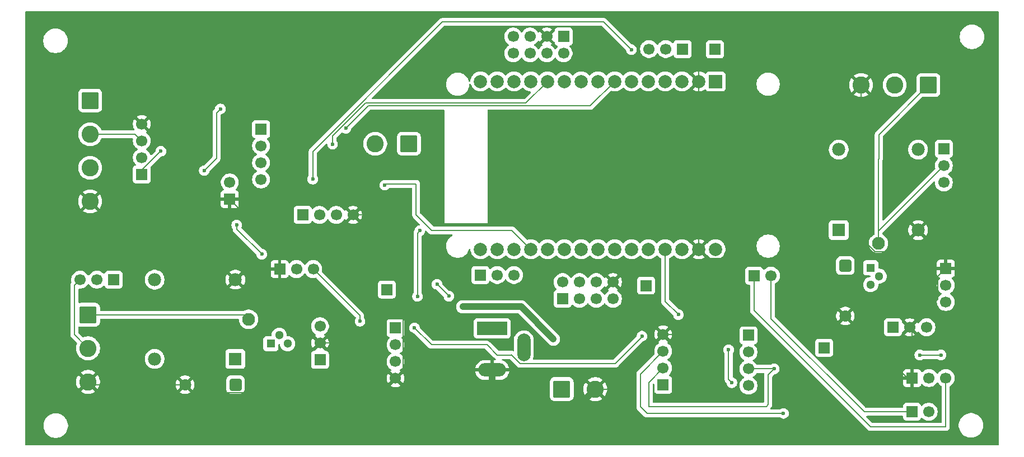
<source format=gbl>
%TF.GenerationSoftware,KiCad,Pcbnew,9.0.7-9.0.7~ubuntu24.04.1*%
%TF.CreationDate,2026-02-15T23:13:21-05:00*%
%TF.ProjectId,plantPartner_PCB1.0,706c616e-7450-4617-9274-6e65725f5043,rev?*%
%TF.SameCoordinates,Original*%
%TF.FileFunction,Copper,L2,Bot*%
%TF.FilePolarity,Positive*%
%FSLAX46Y46*%
G04 Gerber Fmt 4.6, Leading zero omitted, Abs format (unit mm)*
G04 Created by KiCad (PCBNEW 9.0.7-9.0.7~ubuntu24.04.1) date 2026-02-15 23:13:21*
%MOMM*%
%LPD*%
G01*
G04 APERTURE LIST*
G04 Aperture macros list*
%AMRoundRect*
0 Rectangle with rounded corners*
0 $1 Rounding radius*
0 $2 $3 $4 $5 $6 $7 $8 $9 X,Y pos of 4 corners*
0 Add a 4 corners polygon primitive as box body*
4,1,4,$2,$3,$4,$5,$6,$7,$8,$9,$2,$3,0*
0 Add four circle primitives for the rounded corners*
1,1,$1+$1,$2,$3*
1,1,$1+$1,$4,$5*
1,1,$1+$1,$6,$7*
1,1,$1+$1,$8,$9*
0 Add four rect primitives between the rounded corners*
20,1,$1+$1,$2,$3,$4,$5,0*
20,1,$1+$1,$4,$5,$6,$7,0*
20,1,$1+$1,$6,$7,$8,$9,0*
20,1,$1+$1,$8,$9,$2,$3,0*%
G04 Aperture macros list end*
%TA.AperFunction,ComponentPad*%
%ADD10R,1.700000X1.700000*%
%TD*%
%TA.AperFunction,ComponentPad*%
%ADD11C,1.700000*%
%TD*%
%TA.AperFunction,ComponentPad*%
%ADD12RoundRect,0.250000X1.050000X1.050000X-1.050000X1.050000X-1.050000X-1.050000X1.050000X-1.050000X0*%
%TD*%
%TA.AperFunction,ComponentPad*%
%ADD13C,2.600000*%
%TD*%
%TA.AperFunction,ComponentPad*%
%ADD14RoundRect,0.250000X-1.050000X1.050000X-1.050000X-1.050000X1.050000X-1.050000X1.050000X1.050000X0*%
%TD*%
%TA.AperFunction,ComponentPad*%
%ADD15RoundRect,0.250000X0.650000X0.650000X-0.650000X0.650000X-0.650000X-0.650000X0.650000X-0.650000X0*%
%TD*%
%TA.AperFunction,ComponentPad*%
%ADD16C,1.800000*%
%TD*%
%TA.AperFunction,ComponentPad*%
%ADD17R,1.980000X1.980000*%
%TD*%
%TA.AperFunction,ComponentPad*%
%ADD18C,1.980000*%
%TD*%
%TA.AperFunction,ComponentPad*%
%ADD19C,1.935000*%
%TD*%
%TA.AperFunction,ComponentPad*%
%ADD20RoundRect,0.250000X-1.050000X-1.050000X1.050000X-1.050000X1.050000X1.050000X-1.050000X1.050000X0*%
%TD*%
%TA.AperFunction,ComponentPad*%
%ADD21R,2.000000X2.000000*%
%TD*%
%TA.AperFunction,ComponentPad*%
%ADD22C,2.000000*%
%TD*%
%TA.AperFunction,ComponentPad*%
%ADD23RoundRect,0.250000X-0.650000X0.650000X-0.650000X-0.650000X0.650000X-0.650000X0.650000X0.650000X0*%
%TD*%
%TA.AperFunction,ComponentPad*%
%ADD24R,1.300000X1.300000*%
%TD*%
%TA.AperFunction,ComponentPad*%
%ADD25C,1.300000*%
%TD*%
%TA.AperFunction,ComponentPad*%
%ADD26R,4.600000X2.000000*%
%TD*%
%TA.AperFunction,ComponentPad*%
%ADD27O,4.200000X2.000000*%
%TD*%
%TA.AperFunction,ComponentPad*%
%ADD28O,2.000000X4.200000*%
%TD*%
%TA.AperFunction,ViaPad*%
%ADD29C,0.600000*%
%TD*%
%TA.AperFunction,Conductor*%
%ADD30C,0.200000*%
%TD*%
%TA.AperFunction,Conductor*%
%ADD31C,1.000000*%
%TD*%
G04 APERTURE END LIST*
D10*
%TO.P,J20,1,Pin_1*%
%TO.N,/LAMP_PIN*%
X144995000Y-95800000D03*
D11*
%TO.P,J20,2,Pin_2*%
%TO.N,/ADC1_7*%
X144995000Y-93260000D03*
%TO.P,J20,3,Pin_3*%
%TO.N,/ADC1_4{slash}Touch9*%
X147535000Y-95800000D03*
%TO.P,J20,4,Pin_4*%
%TO.N,/ADC1_5{slash}Touch8*%
X147535000Y-93260000D03*
%TO.P,J20,5,Pin_5*%
%TO.N,/ADC2_8{slash}DAC1*%
X150075000Y-95800000D03*
%TO.P,J20,6,Pin_6*%
%TO.N,/ADC2_9{slash}DAC2*%
X150075000Y-93260000D03*
%TO.P,J20,7,Pin_7*%
%TO.N,/ADC2_7{slash}Touch7*%
X152615000Y-95800000D03*
%TO.P,J20,8,Pin_8*%
%TO.N,GND*%
X152615000Y-93260000D03*
%TD*%
D12*
%TO.P,J30,1,Pin_1*%
%TO.N,/Drain*%
X121745000Y-72327500D03*
D13*
%TO.P,J30,2,Pin_2*%
%TO.N,+5V*%
X116665000Y-72327500D03*
%TD*%
D10*
%TO.P,J1,1,Pin_1*%
%TO.N,/EN*%
X160200000Y-108810000D03*
D11*
%TO.P,J1,2,Pin_2*%
%TO.N,+12V*%
X160200000Y-106270000D03*
%TO.P,J1,3,Pin_3*%
%TO.N,+5V*%
X160200000Y-103730000D03*
%TO.P,J1,4,Pin_4*%
%TO.N,GND*%
X160200000Y-101190000D03*
%TD*%
D14*
%TO.P,J4,1,Pin_1*%
%TO.N,/B*%
X73550000Y-65800000D03*
D13*
%TO.P,J4,2,Pin_2*%
%TO.N,/A*%
X73550000Y-70880000D03*
%TO.P,J4,3,Pin_3*%
%TO.N,+12V*%
X73550000Y-75960000D03*
%TO.P,J4,4,Pin_4*%
%TO.N,GND*%
X73550000Y-81040000D03*
%TD*%
D10*
%TO.P,J16,1,Pin_1*%
%TO.N,/FB*%
X173100000Y-101330000D03*
D11*
%TO.P,J16,2,Pin_2*%
%TO.N,+5V*%
X173100000Y-103870000D03*
%TO.P,J16,3,Pin_3*%
%TO.N,+12V*%
X173100000Y-106410000D03*
%TO.P,J16,4,Pin_4*%
%TO.N,/EN*%
X173100000Y-108950000D03*
%TD*%
D10*
%TO.P,J11,1,Pin_1*%
%TO.N,GND*%
X94655000Y-80725000D03*
D11*
%TO.P,J11,2,Pin_2*%
%TO.N,+12V*%
X94655000Y-78185000D03*
%TD*%
D10*
%TO.P,J8,1,Pin_1*%
%TO.N,/VSPI_CS*%
X145145000Y-56100000D03*
D11*
%TO.P,J8,2,Pin_2*%
%TO.N,/SCK{slash}VSPI_CLK*%
X145145000Y-58640000D03*
%TO.P,J8,3,Pin_3*%
%TO.N,GND*%
X142605000Y-56100000D03*
%TO.P,J8,4,Pin_4*%
%TO.N,/MISO{slash}VSPI_MISO*%
X142605000Y-58640000D03*
%TO.P,J8,5,Pin_5*%
%TO.N,/SCL*%
X140065000Y-56100000D03*
%TO.P,J8,6,Pin_6*%
%TO.N,/MOSI*%
X140065000Y-58640000D03*
%TO.P,J8,7,Pin_7*%
%TO.N,/RX0*%
X137525000Y-56100000D03*
%TO.P,J8,8,Pin_8*%
%TO.N,/TX0*%
X137525000Y-58640000D03*
%TD*%
D10*
%TO.P,J27,1,Pin_1*%
%TO.N,/PWM_FERTIL_PIN*%
X118405000Y-94400000D03*
%TD*%
%TO.P,J22,1,Pin_1*%
%TO.N,+5V*%
X119726250Y-100230000D03*
D11*
%TO.P,J22,2,Pin_2*%
X119726250Y-102770000D03*
%TO.P,J22,3,Pin_3*%
%TO.N,+12V*%
X119726250Y-105310000D03*
%TO.P,J22,4,Pin_4*%
%TO.N,GND*%
X119726250Y-107850000D03*
%TD*%
D15*
%TO.P,D4,1,K*%
%TO.N,Net-(D4-K)*%
X95515000Y-108800000D03*
D16*
%TO.P,D4,2,A*%
%TO.N,GND*%
X87895000Y-108800000D03*
%TD*%
D10*
%TO.P,J29,1,Pin_1*%
%TO.N,/ADC_MOISTURE_SENSOR*%
X173960000Y-92300000D03*
D11*
%TO.P,J29,2,Pin_2*%
%TO.N,/ADC_LIGHT_SENSOR*%
X176500000Y-92300000D03*
%TD*%
D10*
%TO.P,J3,1,Pin_1*%
%TO.N,+5V*%
X81355000Y-76970000D03*
D11*
%TO.P,J3,2,Pin_2*%
%TO.N,/B*%
X81355000Y-74430000D03*
%TO.P,J3,3,Pin_3*%
%TO.N,/A*%
X81355000Y-71890000D03*
%TO.P,J3,4,Pin_4*%
%TO.N,GND*%
X81355000Y-69350000D03*
%TD*%
D10*
%TO.P,J26,1,Pin_1*%
%TO.N,/PWM_WATER_PIN*%
X184550000Y-103210000D03*
%TD*%
D17*
%TO.P,K2,A1*%
%TO.N,Net-(D7-K)*%
X186750000Y-85410000D03*
D18*
%TO.P,K2,A2*%
%TO.N,GND*%
X198750000Y-85410000D03*
D19*
%TO.P,K2,COM*%
%TO.N,/COM*%
X192750000Y-87410000D03*
D18*
%TO.P,K2,NC*%
%TO.N,/NC*%
X186750000Y-73210000D03*
%TO.P,K2,NO*%
%TO.N,+12V*%
X198750000Y-73210000D03*
%TD*%
D10*
%TO.P,J2,1,Pin_1*%
%TO.N,/DI*%
X99388800Y-70115000D03*
D11*
%TO.P,J2,2,Pin_2*%
%TO.N,/DE*%
X99388800Y-72655000D03*
%TO.P,J2,3,Pin_3*%
X99388800Y-75195000D03*
%TO.P,J2,4,Pin_4*%
%TO.N,/RO*%
X99388800Y-77735000D03*
%TD*%
D10*
%TO.P,J5,1,Pin_1*%
%TO.N,/ADC_LIGHT_SENSOR*%
X197825000Y-112900000D03*
D11*
%TO.P,J5,2,Pin_2*%
%TO.N,+5V*%
X200365000Y-112900000D03*
%TD*%
D10*
%TO.P,J24,1,Pin_1*%
%TO.N,/ADC2_3{slash}Touch3*%
X163140000Y-58000000D03*
D11*
%TO.P,J24,2,Pin_2*%
%TO.N,/INTERNAL LED*%
X160600000Y-58000000D03*
%TO.P,J24,3,Pin_3*%
%TO.N,/ADC2_0{slash}Touch0*%
X158060000Y-58000000D03*
%TD*%
D10*
%TO.P,J9,1,Pin_1*%
%TO.N,GND*%
X202950000Y-91210000D03*
D11*
%TO.P,J9,2,Pin_2*%
%TO.N,/H*%
X202950000Y-93750000D03*
%TO.P,J9,3,Pin_3*%
%TO.N,+5V*%
X202950000Y-96290000D03*
%TD*%
D10*
%TO.P,J25,1,Pin_1*%
%TO.N,/ESP_EN*%
X132565000Y-92200000D03*
D11*
%TO.P,J25,2,Pin_2*%
%TO.N,/ADC_LIGHT_SENSOR*%
X135105000Y-92200000D03*
%TO.P,J25,3,Pin_3*%
%TO.N,/ADC_MOISTURE_SENSOR*%
X137645000Y-92200000D03*
%TD*%
D10*
%TO.P,J14,1,Pin_1*%
%TO.N,+12V*%
X108305000Y-105040000D03*
D11*
%TO.P,J14,2,Pin_2*%
%TO.N,GND*%
X108305000Y-102500000D03*
%TO.P,J14,3,Pin_3*%
%TO.N,+5V*%
X108305000Y-99960000D03*
%TD*%
D10*
%TO.P,J12,1,Pin_1*%
%TO.N,+12V*%
X194950000Y-100110000D03*
D11*
%TO.P,J12,2,Pin_2*%
%TO.N,GND*%
X197490000Y-100110000D03*
%TO.P,J12,3,Pin_3*%
%TO.N,+5V*%
X200030000Y-100110000D03*
%TD*%
D10*
%TO.P,J17,1,Pin_1*%
%TO.N,GND*%
X197860000Y-107800000D03*
D11*
%TO.P,J17,2,Pin_2*%
%TO.N,+5V*%
X200400000Y-107800000D03*
%TO.P,J17,3,Pin_3*%
%TO.N,/ADC_MOISTURE_SENSOR*%
X202940000Y-107800000D03*
%TD*%
D10*
%TO.P,J21,1,Pin_1*%
%TO.N,+5V*%
X105695000Y-83100000D03*
D11*
%TO.P,J21,2,Pin_2*%
X108235000Y-83100000D03*
%TO.P,J21,3,Pin_3*%
%TO.N,+12V*%
X110775000Y-83100000D03*
%TO.P,J21,4,Pin_4*%
%TO.N,GND*%
X113315000Y-83100000D03*
%TD*%
D14*
%TO.P,J6,1,Pin_1*%
%TO.N,/COM*%
X73232500Y-98215000D03*
D13*
%TO.P,J6,2,Pin_2*%
%TO.N,/NC*%
X73232500Y-103295000D03*
%TO.P,J6,3,Pin_3*%
%TO.N,GND*%
X73232500Y-108375000D03*
%TD*%
D10*
%TO.P,J7,1,Pin_1*%
%TO.N,GND*%
X102205000Y-91300000D03*
D11*
%TO.P,J7,2,Pin_2*%
%TO.N,/H*%
X104745000Y-91300000D03*
%TO.P,J7,3,Pin_3*%
%TO.N,+5V*%
X107285000Y-91300000D03*
%TD*%
D20*
%TO.P,J18,1,Pin_1*%
%TO.N,/12V_SCREW*%
X144855000Y-109472500D03*
D13*
%TO.P,J18,2,Pin_2*%
%TO.N,GND*%
X149935000Y-109472500D03*
%TD*%
D10*
%TO.P,J28,1,Pin_1*%
%TO.N,/ESP_3.3V*%
X168050000Y-58050000D03*
%TD*%
D21*
%TO.P,U3,1,3V3*%
%TO.N,/ESP_3.3V*%
X168120000Y-62900000D03*
D22*
%TO.P,U3,2,GND*%
%TO.N,GND*%
X165580000Y-62900000D03*
%TO.P,U3,3,D15*%
%TO.N,/ADC2_3{slash}Touch3*%
X163040000Y-62900000D03*
%TO.P,U3,4,D2*%
%TO.N,/INTERNAL LED*%
X160500000Y-62900000D03*
%TO.P,U3,5,D4*%
%TO.N,/ADC2_0{slash}Touch0*%
X157960000Y-62900000D03*
%TO.P,U3,6,RX2*%
%TO.N,Net-(U3-RX2)*%
X155420000Y-62900000D03*
%TO.P,U3,7,TX2*%
%TO.N,/DI*%
X152880000Y-62900000D03*
%TO.P,U3,8,D5*%
%TO.N,/VSPI_CS*%
X150340000Y-62900000D03*
%TO.P,U3,9,D18*%
%TO.N,/SCK{slash}VSPI_CLK*%
X147800000Y-62900000D03*
%TO.P,U3,10,D19*%
%TO.N,/MISO{slash}VSPI_MISO*%
X145260000Y-62900000D03*
%TO.P,U3,11,D21*%
%TO.N,/DE*%
X142720000Y-62900000D03*
%TO.P,U3,12,RX0*%
%TO.N,/RX0*%
X140180000Y-62900000D03*
%TO.P,U3,13,TX0*%
%TO.N,/TX0*%
X137640000Y-62900000D03*
%TO.P,U3,14,D22*%
%TO.N,/SCL*%
X135100000Y-62900000D03*
%TO.P,U3,15,D23*%
%TO.N,/MOSI*%
X132560000Y-62900000D03*
%TO.P,U3,16,EN*%
%TO.N,/ESP_EN*%
X132560000Y-88300000D03*
%TO.P,U3,17,VP*%
%TO.N,/ADC_LIGHT_SENSOR*%
X135100000Y-88300000D03*
%TO.P,U3,18,VN*%
%TO.N,/ADC_MOISTURE_SENSOR*%
X137640000Y-88300000D03*
%TO.P,U3,19,D34*%
%TO.N,/LAMP_PIN*%
X140180000Y-88300000D03*
%TO.P,U3,20,D35*%
%TO.N,/ADC1_7*%
X142720000Y-88300000D03*
%TO.P,U3,21,D32*%
%TO.N,/ADC1_4{slash}Touch9*%
X145260000Y-88300000D03*
%TO.P,U3,22,D33*%
%TO.N,/ADC1_5{slash}Touch8*%
X147800000Y-88300000D03*
%TO.P,U3,23,D25*%
%TO.N,/ADC2_8{slash}DAC1*%
X150340000Y-88300000D03*
%TO.P,U3,24,D26*%
%TO.N,/ADC2_9{slash}DAC2*%
X152880000Y-88300000D03*
%TO.P,U3,25,D27*%
%TO.N,/ADC2_7{slash}Touch7*%
X155420000Y-88300000D03*
%TO.P,U3,26,D14*%
%TO.N,/EXTERNAL LED*%
X157960000Y-88300000D03*
%TO.P,U3,27,D12*%
%TO.N,/PWM_WATER_PIN*%
X160500000Y-88300000D03*
%TO.P,U3,28,D13*%
%TO.N,/PWM_FERTIL_PIN*%
X163040000Y-88300000D03*
%TO.P,U3,29,GND*%
%TO.N,GND*%
X165580000Y-88300000D03*
%TO.P,U3,30,VIN*%
%TO.N,+5V*%
X168120000Y-88300000D03*
%TD*%
D23*
%TO.P,D7,1,K*%
%TO.N,Net-(D7-K)*%
X187750000Y-90784999D03*
D16*
%TO.P,D7,2,A*%
%TO.N,GND*%
X187750000Y-98404999D03*
%TD*%
D17*
%TO.P,K1,A1*%
%TO.N,Net-(D4-K)*%
X95505000Y-104900000D03*
D18*
%TO.P,K1,A2*%
%TO.N,GND*%
X95505000Y-92900000D03*
D19*
%TO.P,K1,COM*%
%TO.N,/COM*%
X97505000Y-98900000D03*
D18*
%TO.P,K1,NC*%
%TO.N,/NC*%
X83305000Y-104900000D03*
%TO.P,K1,NO*%
%TO.N,+12V*%
X83305000Y-92900000D03*
%TD*%
D10*
%TO.P,J15,1,Pin_1*%
%TO.N,+12V*%
X77105000Y-92900000D03*
D11*
%TO.P,J15,2,Pin_2*%
%TO.N,/COM*%
X74565000Y-92900000D03*
%TO.P,J15,3,Pin_3*%
%TO.N,/NC*%
X72025000Y-92900000D03*
%TD*%
D10*
%TO.P,J13,1,Pin_1*%
%TO.N,+12V*%
X202650000Y-73110000D03*
D11*
%TO.P,J13,2,Pin_2*%
%TO.N,/COM*%
X202650000Y-75650000D03*
%TO.P,J13,3,Pin_3*%
%TO.N,/NC*%
X202650000Y-78190000D03*
%TD*%
D24*
%TO.P,Q1,1,C*%
%TO.N,Net-(D4-K)*%
X100865000Y-102600000D03*
D25*
%TO.P,Q1,2,B*%
%TO.N,Net-(Q1-B)*%
X102135000Y-101330000D03*
%TO.P,Q1,3,E*%
%TO.N,+5V*%
X103405000Y-102600000D03*
%TD*%
D10*
%TO.P,J23,1,Pin_1*%
%TO.N,/EXTERNAL LED*%
X157605000Y-93800000D03*
%TD*%
D12*
%TO.P,J10,1,Pin_1*%
%TO.N,/COM*%
X200300000Y-63450000D03*
D13*
%TO.P,J10,2,Pin_2*%
%TO.N,/NC*%
X195220000Y-63450000D03*
%TO.P,J10,3,Pin_3*%
%TO.N,GND*%
X190140000Y-63450000D03*
%TD*%
D26*
%TO.P,J19,1*%
%TO.N,/12V_JACK*%
X134340000Y-100272500D03*
D27*
%TO.P,J19,2*%
%TO.N,GND*%
X134340000Y-106572500D03*
D28*
%TO.P,J19,3*%
%TO.N,N/C*%
X139140000Y-103172500D03*
%TD*%
D24*
%TO.P,Q2,1,C*%
%TO.N,Net-(D7-K)*%
X191580000Y-91114999D03*
D25*
%TO.P,Q2,2,B*%
%TO.N,Net-(Q2-B)*%
X192850000Y-92384999D03*
%TO.P,Q2,3,E*%
%TO.N,+5V*%
X191580000Y-93654999D03*
%TD*%
D29*
%TO.N,+5V*%
X178400000Y-113150000D03*
X95700000Y-84650000D03*
X99500000Y-89050000D03*
X90800000Y-76400000D03*
X93235793Y-67064207D03*
X84250000Y-73450000D03*
X123050000Y-95450000D03*
X123400000Y-85500000D03*
X157000000Y-101450000D03*
X122600000Y-100200000D03*
X114350000Y-99200000D03*
%TO.N,GND*%
X117400000Y-82750000D03*
X86500000Y-74800000D03*
X162700000Y-107600000D03*
X168800000Y-104800000D03*
X162400000Y-91200000D03*
%TO.N,/EN*%
X170600000Y-108500000D03*
X170100000Y-103500000D03*
%TO.N,/DI*%
X112205000Y-70000000D03*
%TO.N,/RO*%
X155405000Y-58100000D03*
X107205000Y-77700000D03*
%TO.N,/DE*%
X110205000Y-72400000D03*
%TO.N,+12V*%
X202200000Y-104300000D03*
X127800000Y-95400000D03*
X143600000Y-101900000D03*
X199000000Y-104300000D03*
X126000000Y-93600000D03*
X177000000Y-106400000D03*
X129900000Y-97000000D03*
%TO.N,/PWM_WATER_PIN*%
X162500000Y-98200000D03*
%TO.N,/LAMP_PIN*%
X118100000Y-78600000D03*
%TD*%
D30*
%TO.N,+5V*%
X160200000Y-103730000D02*
X156750000Y-107180000D01*
X156750000Y-107180000D02*
X156750000Y-112150000D01*
X156750000Y-112150000D02*
X157750000Y-113150000D01*
X157750000Y-113150000D02*
X178400000Y-113150000D01*
X95700000Y-85250000D02*
X95700000Y-84650000D01*
X99500000Y-89050000D02*
X95700000Y-85250000D01*
X90800000Y-76400000D02*
X92650000Y-74550000D01*
X92650000Y-74550000D02*
X92650000Y-67650000D01*
X92650000Y-67650000D02*
X93235793Y-67064207D01*
X84250000Y-73450000D02*
X81355000Y-76345000D01*
X81355000Y-76345000D02*
X81355000Y-76970000D01*
X123050000Y-95450000D02*
X123050000Y-85850000D01*
X123050000Y-85850000D02*
X123400000Y-85500000D01*
X125150000Y-102750000D02*
X133450000Y-102750000D01*
X122600000Y-100200000D02*
X125150000Y-102750000D01*
X138550000Y-105600000D02*
X152950000Y-105600000D01*
X137150000Y-104300000D02*
X137200000Y-104250000D01*
X133450000Y-102750000D02*
X133550000Y-102750000D01*
X133550000Y-102750000D02*
X135100000Y-104300000D01*
X157000000Y-101550000D02*
X157000000Y-101450000D01*
X137200000Y-104250000D02*
X138550000Y-105600000D01*
X135100000Y-104300000D02*
X137150000Y-104300000D01*
X152950000Y-105600000D02*
X157000000Y-101550000D01*
X114350000Y-99200000D02*
X114350000Y-98365000D01*
X114350000Y-98365000D02*
X107285000Y-91300000D01*
D31*
%TO.N,GND*%
X149935000Y-109472500D02*
X146357500Y-113050000D01*
X146357500Y-113050000D02*
X138050000Y-113050000D01*
X138050000Y-113050000D02*
X134340000Y-109340000D01*
X134340000Y-109340000D02*
X134340000Y-106572500D01*
D30*
%TO.N,+12V*%
X175800000Y-112100000D02*
X176100000Y-111800000D01*
X158000000Y-112100000D02*
X175800000Y-112100000D01*
X160200000Y-106270000D02*
X158000000Y-108470000D01*
X158000000Y-108470000D02*
X158000000Y-112100000D01*
X176100000Y-111800000D02*
X176100000Y-107300000D01*
X176100000Y-107300000D02*
X177000000Y-106400000D01*
%TO.N,GND*%
X120877250Y-106699000D02*
X120877250Y-90662250D01*
X162400000Y-91200000D02*
X164000000Y-91200000D01*
X117575250Y-110001000D02*
X119726250Y-107850000D01*
X160010000Y-101190000D02*
X160200000Y-101190000D01*
X164100000Y-98600000D02*
X164100000Y-91100000D01*
X162700000Y-103690000D02*
X162700000Y-107600000D01*
X197860000Y-107800000D02*
X197860000Y-100480000D01*
X117400000Y-82750000D02*
X117050000Y-83100000D01*
X121003750Y-106572500D02*
X119726250Y-107850000D01*
X134340000Y-106572500D02*
X121003750Y-106572500D01*
X120877250Y-90662250D02*
X113315000Y-83100000D01*
X114376250Y-102500000D02*
X108305000Y-102500000D01*
X201750000Y-92410000D02*
X201750000Y-95850000D01*
X168290000Y-101190000D02*
X168800000Y-101700000D01*
X119726250Y-107850000D02*
X120877250Y-106699000D01*
X165900000Y-56300000D02*
X165580000Y-56620000D01*
X71250000Y-78740000D02*
X71250000Y-63350000D01*
X73550000Y-81040000D02*
X69400000Y-85190000D01*
X179026001Y-89681000D02*
X166961000Y-89681000D01*
X91325000Y-80725000D02*
X94655000Y-80725000D01*
X86500000Y-74800000D02*
X86500000Y-75900000D01*
X86500000Y-74495000D02*
X86500000Y-74800000D01*
X81355000Y-69350000D02*
X86500000Y-74495000D01*
X165580000Y-88300000D02*
X165580000Y-62900000D01*
X164100000Y-91100000D02*
X164100000Y-89780000D01*
X164000000Y-91200000D02*
X164100000Y-91100000D01*
X160200000Y-101190000D02*
X168290000Y-101190000D01*
X190140000Y-86565646D02*
X190140000Y-63450000D01*
X165580000Y-56620000D02*
X165580000Y-62900000D01*
X168800000Y-101700000D02*
X168800000Y-104800000D01*
X197860000Y-100480000D02*
X197490000Y-100110000D01*
X202950000Y-91210000D02*
X201750000Y-92410000D01*
X160200000Y-101190000D02*
X152615000Y-93605000D01*
X197145001Y-107800000D02*
X197860000Y-107800000D01*
X198750000Y-85410000D02*
X195501500Y-88658500D01*
X117050000Y-83100000D02*
X113315000Y-83100000D01*
X161510000Y-101190000D02*
X164100000Y-98600000D01*
X201750000Y-95850000D02*
X197490000Y-100110000D01*
X102205000Y-91300000D02*
X102205000Y-88275000D01*
X117400000Y-82750000D02*
X117200000Y-82750000D01*
X71250000Y-63350000D02*
X75355000Y-63350000D01*
X73550000Y-81040000D02*
X71250000Y-78740000D01*
X86500000Y-75900000D02*
X91325000Y-80725000D01*
X163548010Y-104151990D02*
X163500000Y-104200000D01*
X102205000Y-88275000D02*
X94655000Y-80725000D01*
X187750000Y-98404999D02*
X179026001Y-89681000D01*
X119726250Y-107850000D02*
X114376250Y-102500000D01*
X69400000Y-104542500D02*
X73232500Y-108375000D01*
X192232854Y-88658500D02*
X190140000Y-86565646D01*
X69400000Y-85190000D02*
X69400000Y-104542500D01*
X102205000Y-87100000D02*
X102205000Y-91300000D01*
X87895000Y-108800000D02*
X73657500Y-108800000D01*
X160200000Y-101190000D02*
X162700000Y-103690000D01*
X73657500Y-108800000D02*
X73232500Y-108375000D01*
X149935000Y-109472500D02*
X151727500Y-109472500D01*
X182990000Y-56300000D02*
X165900000Y-56300000D01*
X109315000Y-87100000D02*
X102205000Y-87100000D01*
X152615000Y-93605000D02*
X152615000Y-93260000D01*
X151727500Y-109472500D02*
X160010000Y-101190000D01*
X89096000Y-110001000D02*
X117575250Y-110001000D01*
X195501500Y-88658500D02*
X192232854Y-88658500D01*
X160200000Y-101190000D02*
X161510000Y-101190000D01*
X113315000Y-83100000D02*
X109315000Y-87100000D01*
X187750000Y-98404999D02*
X197145001Y-107800000D01*
X166961000Y-89681000D02*
X165580000Y-88300000D01*
X87895000Y-108800000D02*
X89096000Y-110001000D01*
X190140000Y-63450000D02*
X182990000Y-56300000D01*
X164100000Y-89780000D02*
X165580000Y-88300000D01*
X75355000Y-63350000D02*
X81355000Y-69350000D01*
%TO.N,/EN*%
X170100000Y-108000000D02*
X170100000Y-103500000D01*
X170600000Y-108500000D02*
X170100000Y-108000000D01*
%TO.N,/DI*%
X149191000Y-66589000D02*
X115616000Y-66589000D01*
X152880000Y-62900000D02*
X149191000Y-66589000D01*
X115616000Y-66589000D02*
X112205000Y-70000000D01*
%TO.N,/RO*%
X151205000Y-53900000D02*
X155405000Y-58100000D01*
X126805000Y-53900000D02*
X151205000Y-53900000D01*
X107205000Y-77700000D02*
X107205000Y-73500000D01*
X107205000Y-73500000D02*
X126805000Y-53900000D01*
%TO.N,/DE*%
X142720000Y-62900000D02*
X139432000Y-66188000D01*
X110205000Y-71150057D02*
X110205000Y-72400000D01*
X139432000Y-66188000D02*
X115167057Y-66188000D01*
X115167057Y-66188000D02*
X110205000Y-71150057D01*
%TO.N,/A*%
X80345000Y-70880000D02*
X81355000Y-71890000D01*
X73550000Y-70880000D02*
X80345000Y-70880000D01*
%TO.N,/COM*%
X202650000Y-75650000D02*
X202800000Y-75800000D01*
X96820000Y-98215000D02*
X97505000Y-98900000D01*
X192800000Y-74600000D02*
X192750000Y-74650000D01*
X202650000Y-75650000D02*
X192750000Y-85550000D01*
X192800000Y-70950000D02*
X192800000Y-74600000D01*
X192750000Y-74650000D02*
X192750000Y-87410000D01*
X73232500Y-98215000D02*
X96820000Y-98215000D01*
X200300000Y-63450000D02*
X192800000Y-70950000D01*
X192750000Y-85550000D02*
X192750000Y-87410000D01*
%TO.N,/ADC_LIGHT_SENSOR*%
X190600000Y-112900000D02*
X197825000Y-112900000D01*
X176500000Y-98800000D02*
X190600000Y-112900000D01*
X176500000Y-92300000D02*
X176500000Y-98800000D01*
%TO.N,/ADC_MOISTURE_SENSOR*%
X202900000Y-115200000D02*
X202940000Y-115160000D01*
X173960000Y-97560000D02*
X191600000Y-115200000D01*
X191600000Y-115200000D02*
X202900000Y-115200000D01*
X202940000Y-115160000D02*
X202940000Y-107800000D01*
X173960000Y-92300000D02*
X173960000Y-97560000D01*
%TO.N,/NC*%
X71175000Y-93750000D02*
X71175000Y-101237500D01*
X72025000Y-92900000D02*
X71175000Y-93750000D01*
X71175000Y-101237500D02*
X73232500Y-103295000D01*
D31*
%TO.N,+12V*%
X143600000Y-101900000D02*
X138700000Y-97000000D01*
D30*
X177000000Y-106400000D02*
X176990000Y-106410000D01*
X127800000Y-95400000D02*
X126000000Y-93600000D01*
X176990000Y-106410000D02*
X173100000Y-106410000D01*
X202200000Y-104300000D02*
X199000000Y-104300000D01*
D31*
X138700000Y-97000000D02*
X129900000Y-97000000D01*
D30*
%TO.N,/PWM_WATER_PIN*%
X160500000Y-96200000D02*
X162500000Y-98200000D01*
X160500000Y-88300000D02*
X160500000Y-96200000D01*
%TO.N,/LAMP_PIN*%
X137330000Y-85450000D02*
X140180000Y-88300000D01*
X125200000Y-85450000D02*
X137330000Y-85450000D01*
X122850000Y-78400000D02*
X122850000Y-83100000D01*
X118300000Y-78400000D02*
X122850000Y-78400000D01*
X122850000Y-83100000D02*
X125200000Y-85450000D01*
X118100000Y-78600000D02*
X118300000Y-78400000D01*
%TD*%
%TA.AperFunction,Conductor*%
%TO.N,GND*%
G36*
X152149075Y-93452993D02*
G01*
X152214901Y-93567007D01*
X152307993Y-93660099D01*
X152422007Y-93725925D01*
X152485590Y-93742962D01*
X151853282Y-94375269D01*
X151853282Y-94375270D01*
X151907452Y-94414626D01*
X151907451Y-94414626D01*
X151916495Y-94419234D01*
X151967292Y-94467208D01*
X151984087Y-94535029D01*
X151961550Y-94601164D01*
X151916499Y-94640202D01*
X151907182Y-94644949D01*
X151735213Y-94769890D01*
X151584890Y-94920213D01*
X151459949Y-95092182D01*
X151455484Y-95100946D01*
X151407509Y-95151742D01*
X151339688Y-95168536D01*
X151273553Y-95145998D01*
X151234516Y-95100946D01*
X151230050Y-95092182D01*
X151105109Y-94920213D01*
X150954786Y-94769890D01*
X150782820Y-94644951D01*
X150782115Y-94644591D01*
X150774054Y-94640485D01*
X150723259Y-94592512D01*
X150706463Y-94524692D01*
X150728999Y-94458556D01*
X150774054Y-94419515D01*
X150782816Y-94415051D01*
X150840692Y-94373002D01*
X150954786Y-94290109D01*
X150954788Y-94290106D01*
X150954792Y-94290104D01*
X151105104Y-94139792D01*
X151105106Y-94139788D01*
X151105109Y-94139786D01*
X151172515Y-94047007D01*
X151230051Y-93967816D01*
X151234793Y-93958508D01*
X151282763Y-93907711D01*
X151350583Y-93890911D01*
X151416719Y-93913445D01*
X151455763Y-93958500D01*
X151460373Y-93967547D01*
X151499728Y-94021716D01*
X152132037Y-93389408D01*
X152149075Y-93452993D01*
G37*
%TD.AperFunction*%
%TA.AperFunction,Conductor*%
G36*
X142139075Y-56292993D02*
G01*
X142204901Y-56407007D01*
X142297993Y-56500099D01*
X142412007Y-56565925D01*
X142475590Y-56582962D01*
X141843282Y-57215269D01*
X141843282Y-57215270D01*
X141897452Y-57254626D01*
X141897451Y-57254626D01*
X141906495Y-57259234D01*
X141957292Y-57307208D01*
X141974087Y-57375029D01*
X141951550Y-57441164D01*
X141906499Y-57480202D01*
X141897182Y-57484949D01*
X141725213Y-57609890D01*
X141574890Y-57760213D01*
X141449949Y-57932182D01*
X141445484Y-57940946D01*
X141397509Y-57991742D01*
X141329688Y-58008536D01*
X141263553Y-57985998D01*
X141224516Y-57940946D01*
X141220050Y-57932182D01*
X141095109Y-57760213D01*
X140944786Y-57609890D01*
X140772820Y-57484951D01*
X140772115Y-57484591D01*
X140764054Y-57480485D01*
X140713259Y-57432512D01*
X140696463Y-57364692D01*
X140718999Y-57298556D01*
X140764054Y-57259515D01*
X140772816Y-57255051D01*
X140859138Y-57192335D01*
X140944786Y-57130109D01*
X140944788Y-57130106D01*
X140944792Y-57130104D01*
X141095104Y-56979792D01*
X141095106Y-56979788D01*
X141095109Y-56979786D01*
X141173936Y-56871288D01*
X141220051Y-56807816D01*
X141224793Y-56798508D01*
X141272763Y-56747711D01*
X141340583Y-56730911D01*
X141406719Y-56753445D01*
X141445763Y-56798500D01*
X141450373Y-56807547D01*
X141489728Y-56861716D01*
X142122037Y-56229408D01*
X142139075Y-56292993D01*
G37*
%TD.AperFunction*%
%TA.AperFunction,Conductor*%
G36*
X143758181Y-56899628D02*
G01*
X143791666Y-56960951D01*
X143794500Y-56987300D01*
X143794500Y-56997865D01*
X143794501Y-56997876D01*
X143800908Y-57057483D01*
X143851202Y-57192328D01*
X143851206Y-57192335D01*
X143937452Y-57307544D01*
X143937455Y-57307547D01*
X144052664Y-57393793D01*
X144052671Y-57393797D01*
X144184082Y-57442810D01*
X144240016Y-57484681D01*
X144264433Y-57550145D01*
X144249582Y-57618418D01*
X144228431Y-57646673D01*
X144114889Y-57760215D01*
X143989949Y-57932182D01*
X143985484Y-57940946D01*
X143937509Y-57991742D01*
X143869688Y-58008536D01*
X143803553Y-57985998D01*
X143764516Y-57940946D01*
X143760050Y-57932182D01*
X143635109Y-57760213D01*
X143484786Y-57609890D01*
X143312817Y-57484949D01*
X143303504Y-57480204D01*
X143252707Y-57432230D01*
X143235912Y-57364409D01*
X143258449Y-57298274D01*
X143303507Y-57259232D01*
X143312555Y-57254622D01*
X143366716Y-57215270D01*
X143366717Y-57215270D01*
X142734408Y-56582962D01*
X142797993Y-56565925D01*
X142912007Y-56500099D01*
X143005099Y-56407007D01*
X143070925Y-56292993D01*
X143087962Y-56229409D01*
X143758181Y-56899628D01*
G37*
%TD.AperFunction*%
%TA.AperFunction,Conductor*%
G36*
X210942539Y-52320185D02*
G01*
X210988294Y-52372989D01*
X210999500Y-52424500D01*
X210999500Y-117876000D01*
X210979815Y-117943039D01*
X210927011Y-117988794D01*
X210875500Y-118000000D01*
X63824500Y-118000000D01*
X63757461Y-117980315D01*
X63711706Y-117927511D01*
X63700500Y-117876000D01*
X63700500Y-114878711D01*
X66499500Y-114878711D01*
X66499500Y-115121288D01*
X66531161Y-115361785D01*
X66593947Y-115596104D01*
X66678611Y-115800500D01*
X66686776Y-115820212D01*
X66808064Y-116030289D01*
X66808066Y-116030292D01*
X66808067Y-116030293D01*
X66955733Y-116222736D01*
X66955739Y-116222743D01*
X67127256Y-116394260D01*
X67127262Y-116394265D01*
X67319711Y-116541936D01*
X67529788Y-116663224D01*
X67753900Y-116756054D01*
X67988211Y-116818838D01*
X68168586Y-116842584D01*
X68228711Y-116850500D01*
X68228712Y-116850500D01*
X68471289Y-116850500D01*
X68519388Y-116844167D01*
X68711789Y-116818838D01*
X68946100Y-116756054D01*
X69170212Y-116663224D01*
X69380289Y-116541936D01*
X69572738Y-116394265D01*
X69744265Y-116222738D01*
X69891936Y-116030289D01*
X70013224Y-115820212D01*
X70106054Y-115596100D01*
X70168838Y-115361789D01*
X70200500Y-115121288D01*
X70200500Y-114878712D01*
X70193917Y-114828712D01*
X70168838Y-114638214D01*
X70168838Y-114638211D01*
X70106054Y-114403900D01*
X70013224Y-114179788D01*
X69891936Y-113969711D01*
X69760083Y-113797876D01*
X69744266Y-113777263D01*
X69744260Y-113777256D01*
X69572743Y-113605739D01*
X69572736Y-113605733D01*
X69380293Y-113458067D01*
X69380292Y-113458066D01*
X69380289Y-113458064D01*
X69170212Y-113336776D01*
X69170205Y-113336773D01*
X68946104Y-113243947D01*
X68711785Y-113181161D01*
X68471289Y-113149500D01*
X68471288Y-113149500D01*
X68228712Y-113149500D01*
X68228711Y-113149500D01*
X67988214Y-113181161D01*
X67753895Y-113243947D01*
X67529794Y-113336773D01*
X67529785Y-113336777D01*
X67319706Y-113458067D01*
X67127263Y-113605733D01*
X67127256Y-113605739D01*
X66955739Y-113777256D01*
X66955733Y-113777263D01*
X66808067Y-113969706D01*
X66686777Y-114179785D01*
X66686773Y-114179794D01*
X66593947Y-114403895D01*
X66531161Y-114638214D01*
X66499500Y-114878711D01*
X63700500Y-114878711D01*
X63700500Y-112229054D01*
X156149498Y-112229054D01*
X156163100Y-112279815D01*
X156190423Y-112381785D01*
X156193844Y-112387711D01*
X156219358Y-112431900D01*
X156219359Y-112431904D01*
X156219360Y-112431904D01*
X156258565Y-112499811D01*
X156269479Y-112518714D01*
X156269481Y-112518717D01*
X156388349Y-112637585D01*
X156388354Y-112637589D01*
X157381284Y-113630520D01*
X157381286Y-113630521D01*
X157381290Y-113630524D01*
X157518209Y-113709573D01*
X157518216Y-113709577D01*
X157670943Y-113750501D01*
X157670945Y-113750501D01*
X157836654Y-113750501D01*
X157836670Y-113750500D01*
X177820234Y-113750500D01*
X177887273Y-113770185D01*
X177889125Y-113771398D01*
X178020814Y-113859390D01*
X178020827Y-113859397D01*
X178166428Y-113919706D01*
X178166503Y-113919737D01*
X178321153Y-113950499D01*
X178321156Y-113950500D01*
X178321158Y-113950500D01*
X178478844Y-113950500D01*
X178478845Y-113950499D01*
X178633497Y-113919737D01*
X178779179Y-113859394D01*
X178910289Y-113771789D01*
X179021789Y-113660289D01*
X179109394Y-113529179D01*
X179111029Y-113525233D01*
X179138849Y-113458067D01*
X179169737Y-113383497D01*
X179200500Y-113228842D01*
X179200500Y-113071158D01*
X179200500Y-113071155D01*
X179200499Y-113071153D01*
X179169738Y-112916510D01*
X179169737Y-112916503D01*
X179169735Y-112916498D01*
X179109397Y-112770827D01*
X179109390Y-112770814D01*
X179021789Y-112639711D01*
X179021786Y-112639707D01*
X178910292Y-112528213D01*
X178910288Y-112528210D01*
X178779185Y-112440609D01*
X178779172Y-112440602D01*
X178633501Y-112380264D01*
X178633489Y-112380261D01*
X178478845Y-112349500D01*
X178478842Y-112349500D01*
X178321158Y-112349500D01*
X178321155Y-112349500D01*
X178166510Y-112380261D01*
X178166498Y-112380264D01*
X178020827Y-112440602D01*
X178020814Y-112440609D01*
X177889125Y-112528602D01*
X177822447Y-112549480D01*
X177820234Y-112549500D01*
X176499096Y-112549500D01*
X176477850Y-112543261D01*
X176455764Y-112541682D01*
X176444980Y-112533609D01*
X176432057Y-112529815D01*
X176417556Y-112513080D01*
X176399830Y-112499811D01*
X176395122Y-112487190D01*
X176386302Y-112477011D01*
X176383150Y-112455094D01*
X176375412Y-112434347D01*
X176378274Y-112421185D01*
X176376358Y-112407853D01*
X176385556Y-112387711D01*
X176390263Y-112366074D01*
X176403533Y-112348347D01*
X176405383Y-112344297D01*
X176411414Y-112337820D01*
X176458505Y-112290729D01*
X176458510Y-112290725D01*
X176468714Y-112280520D01*
X176468716Y-112280520D01*
X176580520Y-112168716D01*
X176584303Y-112162162D01*
X176636969Y-112070944D01*
X176636970Y-112070942D01*
X176659574Y-112031790D01*
X176659573Y-112031790D01*
X176659577Y-112031785D01*
X176700500Y-111879057D01*
X176700500Y-111720943D01*
X176700500Y-107600097D01*
X176720185Y-107533058D01*
X176736819Y-107512416D01*
X176870178Y-107379057D01*
X177014662Y-107234572D01*
X177075983Y-107201089D01*
X177078150Y-107200638D01*
X177136085Y-107189113D01*
X177233497Y-107169737D01*
X177379179Y-107109394D01*
X177510289Y-107021789D01*
X177621789Y-106910289D01*
X177709394Y-106779179D01*
X177718515Y-106757160D01*
X177746018Y-106690760D01*
X177769737Y-106633497D01*
X177800500Y-106478842D01*
X177800500Y-106321158D01*
X177800500Y-106321155D01*
X177800499Y-106321153D01*
X177785858Y-106247547D01*
X177769737Y-106166503D01*
X177755583Y-106132331D01*
X177709397Y-106020827D01*
X177709390Y-106020814D01*
X177621789Y-105889711D01*
X177621786Y-105889707D01*
X177510292Y-105778213D01*
X177510288Y-105778210D01*
X177379185Y-105690609D01*
X177379172Y-105690602D01*
X177233501Y-105630264D01*
X177233489Y-105630261D01*
X177078845Y-105599500D01*
X177078842Y-105599500D01*
X176921158Y-105599500D01*
X176921155Y-105599500D01*
X176766510Y-105630261D01*
X176766498Y-105630264D01*
X176620827Y-105690602D01*
X176620814Y-105690609D01*
X176489710Y-105778210D01*
X176485882Y-105781353D01*
X176421572Y-105808666D01*
X176407217Y-105809500D01*
X174385719Y-105809500D01*
X174318680Y-105789815D01*
X174275235Y-105741795D01*
X174255052Y-105702185D01*
X174255051Y-105702184D01*
X174130109Y-105530213D01*
X173979786Y-105379890D01*
X173807820Y-105254951D01*
X173807115Y-105254591D01*
X173799054Y-105250485D01*
X173748259Y-105202512D01*
X173731463Y-105134692D01*
X173753999Y-105068556D01*
X173799054Y-105029515D01*
X173807816Y-105025051D01*
X173867681Y-104981557D01*
X173979786Y-104900109D01*
X173979788Y-104900106D01*
X173979792Y-104900104D01*
X174130104Y-104749792D01*
X174130106Y-104749788D01*
X174130109Y-104749786D01*
X174255048Y-104577820D01*
X174255047Y-104577820D01*
X174255051Y-104577816D01*
X174351557Y-104388412D01*
X174417246Y-104186243D01*
X174450500Y-103976287D01*
X174450500Y-103763713D01*
X174417246Y-103553757D01*
X174351557Y-103351588D01*
X174255051Y-103162184D01*
X174255049Y-103162181D01*
X174255048Y-103162179D01*
X174130109Y-102990213D01*
X174016569Y-102876673D01*
X173983084Y-102815350D01*
X173988068Y-102745658D01*
X174029940Y-102689725D01*
X174060915Y-102672810D01*
X174192331Y-102623796D01*
X174307546Y-102537546D01*
X174393796Y-102422331D01*
X174444091Y-102287483D01*
X174450500Y-102227873D01*
X174450499Y-100432128D01*
X174444091Y-100372517D01*
X174442406Y-100368000D01*
X174393797Y-100237671D01*
X174393793Y-100237664D01*
X174307547Y-100122455D01*
X174307544Y-100122452D01*
X174192335Y-100036206D01*
X174192328Y-100036202D01*
X174057482Y-99985908D01*
X174057483Y-99985908D01*
X173997883Y-99979501D01*
X173997881Y-99979500D01*
X173997873Y-99979500D01*
X173997864Y-99979500D01*
X172202129Y-99979500D01*
X172202123Y-99979501D01*
X172142516Y-99985908D01*
X172007671Y-100036202D01*
X172007664Y-100036206D01*
X171892455Y-100122452D01*
X171892452Y-100122455D01*
X171806206Y-100237664D01*
X171806202Y-100237671D01*
X171755908Y-100372517D01*
X171749913Y-100428282D01*
X171749501Y-100432123D01*
X171749500Y-100432135D01*
X171749500Y-102227870D01*
X171749501Y-102227876D01*
X171755908Y-102287483D01*
X171806202Y-102422328D01*
X171806206Y-102422335D01*
X171892452Y-102537544D01*
X171892455Y-102537547D01*
X172007664Y-102623793D01*
X172007671Y-102623797D01*
X172139082Y-102672810D01*
X172195016Y-102714681D01*
X172219433Y-102780145D01*
X172204582Y-102848418D01*
X172183431Y-102876673D01*
X172069889Y-102990215D01*
X171944951Y-103162179D01*
X171848444Y-103351585D01*
X171782753Y-103553760D01*
X171749500Y-103763713D01*
X171749500Y-103976286D01*
X171780455Y-104171733D01*
X171782754Y-104186243D01*
X171845334Y-104378844D01*
X171848444Y-104388414D01*
X171944951Y-104577820D01*
X172069890Y-104749786D01*
X172220213Y-104900109D01*
X172392182Y-105025050D01*
X172400946Y-105029516D01*
X172451742Y-105077491D01*
X172468536Y-105145312D01*
X172445998Y-105211447D01*
X172400946Y-105250484D01*
X172392182Y-105254949D01*
X172220213Y-105379890D01*
X172069890Y-105530213D01*
X171944951Y-105702179D01*
X171848444Y-105891585D01*
X171782753Y-106093760D01*
X171749500Y-106303713D01*
X171749500Y-106516286D01*
X171779850Y-106707913D01*
X171782754Y-106726243D01*
X171846927Y-106923747D01*
X171848444Y-106928414D01*
X171944951Y-107117820D01*
X172069890Y-107289786D01*
X172220213Y-107440109D01*
X172392182Y-107565050D01*
X172400946Y-107569516D01*
X172451742Y-107617491D01*
X172468536Y-107685312D01*
X172445998Y-107751447D01*
X172400946Y-107790484D01*
X172392182Y-107794949D01*
X172220213Y-107919890D01*
X172069890Y-108070213D01*
X171944951Y-108242179D01*
X171848444Y-108431585D01*
X171782753Y-108633760D01*
X171756423Y-108800001D01*
X171749500Y-108843713D01*
X171749500Y-109056287D01*
X171755370Y-109093350D01*
X171764905Y-109153553D01*
X171782754Y-109266243D01*
X171818797Y-109377172D01*
X171848444Y-109468414D01*
X171944951Y-109657820D01*
X172069890Y-109829786D01*
X172220213Y-109980109D01*
X172392179Y-110105048D01*
X172392181Y-110105049D01*
X172392184Y-110105051D01*
X172581588Y-110201557D01*
X172783757Y-110267246D01*
X172993713Y-110300500D01*
X172993714Y-110300500D01*
X173206286Y-110300500D01*
X173206287Y-110300500D01*
X173416243Y-110267246D01*
X173618412Y-110201557D01*
X173807816Y-110105051D01*
X173928256Y-110017547D01*
X173979786Y-109980109D01*
X173979788Y-109980106D01*
X173979792Y-109980104D01*
X174130104Y-109829792D01*
X174130106Y-109829788D01*
X174130109Y-109829786D01*
X174255048Y-109657820D01*
X174255047Y-109657820D01*
X174255051Y-109657816D01*
X174351557Y-109468412D01*
X174417246Y-109266243D01*
X174450500Y-109056287D01*
X174450500Y-108843713D01*
X174417246Y-108633757D01*
X174351557Y-108431588D01*
X174255051Y-108242184D01*
X174255049Y-108242181D01*
X174255048Y-108242179D01*
X174130109Y-108070213D01*
X173979786Y-107919890D01*
X173807820Y-107794951D01*
X173807115Y-107794591D01*
X173799054Y-107790485D01*
X173748259Y-107742512D01*
X173731463Y-107674692D01*
X173753999Y-107608556D01*
X173799054Y-107569515D01*
X173807816Y-107565051D01*
X173875049Y-107516204D01*
X173979786Y-107440109D01*
X173979788Y-107440106D01*
X173979792Y-107440104D01*
X174130104Y-107289792D01*
X174130106Y-107289788D01*
X174130109Y-107289786D01*
X174194978Y-107200500D01*
X174255051Y-107117816D01*
X174263647Y-107100946D01*
X174275235Y-107078205D01*
X174323209Y-107027409D01*
X174385719Y-107010500D01*
X175394288Y-107010500D01*
X175461327Y-107030185D01*
X175507082Y-107082989D01*
X175517026Y-107152147D01*
X175514067Y-107166574D01*
X175499499Y-107220943D01*
X175499499Y-107220946D01*
X175499499Y-107389046D01*
X175499500Y-107389059D01*
X175499500Y-111375500D01*
X175479815Y-111442539D01*
X175427011Y-111488294D01*
X175375500Y-111499500D01*
X158724500Y-111499500D01*
X158657461Y-111479815D01*
X158611706Y-111427011D01*
X158600500Y-111375500D01*
X158600500Y-108770096D01*
X158609144Y-108740655D01*
X158615668Y-108710669D01*
X158619422Y-108705653D01*
X158620185Y-108703057D01*
X158636815Y-108682419D01*
X158637820Y-108681413D01*
X158699142Y-108647930D01*
X158768834Y-108652914D01*
X158824767Y-108694786D01*
X158849184Y-108760250D01*
X158849500Y-108769096D01*
X158849500Y-109707870D01*
X158849501Y-109707876D01*
X158855908Y-109767483D01*
X158906202Y-109902328D01*
X158906206Y-109902335D01*
X158992452Y-110017544D01*
X158992455Y-110017547D01*
X159107664Y-110103793D01*
X159107671Y-110103797D01*
X159242517Y-110154091D01*
X159242516Y-110154091D01*
X159249444Y-110154835D01*
X159302127Y-110160500D01*
X161097872Y-110160499D01*
X161157483Y-110154091D01*
X161292331Y-110103796D01*
X161407546Y-110017546D01*
X161493796Y-109902331D01*
X161544091Y-109767483D01*
X161550500Y-109707873D01*
X161550499Y-107912128D01*
X161544091Y-107852517D01*
X161543152Y-107850000D01*
X161493797Y-107717671D01*
X161493793Y-107717664D01*
X161407547Y-107602455D01*
X161407544Y-107602452D01*
X161292335Y-107516206D01*
X161292328Y-107516202D01*
X161160917Y-107467189D01*
X161104983Y-107425318D01*
X161080566Y-107359853D01*
X161095418Y-107291580D01*
X161116563Y-107263332D01*
X161230104Y-107149792D01*
X161232861Y-107145998D01*
X161355048Y-106977820D01*
X161355047Y-106977820D01*
X161355051Y-106977816D01*
X161451557Y-106788412D01*
X161517246Y-106586243D01*
X161550500Y-106376287D01*
X161550500Y-106163713D01*
X161517246Y-105953757D01*
X161451557Y-105751588D01*
X161355051Y-105562184D01*
X161355049Y-105562181D01*
X161355048Y-105562179D01*
X161230109Y-105390213D01*
X161079786Y-105239890D01*
X160907820Y-105114951D01*
X160907115Y-105114591D01*
X160899054Y-105110485D01*
X160848259Y-105062512D01*
X160831463Y-104994692D01*
X160853999Y-104928556D01*
X160899054Y-104889515D01*
X160907816Y-104885051D01*
X160968292Y-104841113D01*
X161079786Y-104760109D01*
X161079788Y-104760106D01*
X161079792Y-104760104D01*
X161230104Y-104609792D01*
X161230106Y-104609788D01*
X161230109Y-104609786D01*
X161355048Y-104437820D01*
X161355047Y-104437820D01*
X161355051Y-104437816D01*
X161451557Y-104248412D01*
X161517246Y-104046243D01*
X161550500Y-103836287D01*
X161550500Y-103623713D01*
X161543393Y-103578842D01*
X161520526Y-103434464D01*
X161518418Y-103421153D01*
X169299500Y-103421153D01*
X169299500Y-103578846D01*
X169330261Y-103733489D01*
X169330264Y-103733501D01*
X169390602Y-103879172D01*
X169390609Y-103879185D01*
X169478602Y-104010874D01*
X169499480Y-104077551D01*
X169499500Y-104079765D01*
X169499500Y-107913330D01*
X169499499Y-107913348D01*
X169499499Y-108079054D01*
X169499498Y-108079054D01*
X169528716Y-108188095D01*
X169540423Y-108231785D01*
X169554997Y-108257028D01*
X169569358Y-108281900D01*
X169569359Y-108281904D01*
X169569360Y-108281904D01*
X169619480Y-108368716D01*
X169731284Y-108480520D01*
X169731285Y-108480521D01*
X169758584Y-108507820D01*
X169765425Y-108514660D01*
X169798911Y-108575983D01*
X169799362Y-108578151D01*
X169830261Y-108733491D01*
X169830264Y-108733501D01*
X169890602Y-108879172D01*
X169890609Y-108879185D01*
X169978210Y-109010288D01*
X169978213Y-109010292D01*
X170089707Y-109121786D01*
X170089711Y-109121789D01*
X170220814Y-109209390D01*
X170220827Y-109209397D01*
X170366498Y-109269735D01*
X170366503Y-109269737D01*
X170521153Y-109300499D01*
X170521156Y-109300500D01*
X170521158Y-109300500D01*
X170678844Y-109300500D01*
X170678845Y-109300499D01*
X170833497Y-109269737D01*
X170979179Y-109209394D01*
X171110289Y-109121789D01*
X171221789Y-109010289D01*
X171309394Y-108879179D01*
X171369737Y-108733497D01*
X171400500Y-108578842D01*
X171400500Y-108421158D01*
X171400500Y-108421155D01*
X171400499Y-108421153D01*
X171394490Y-108390943D01*
X171369737Y-108266503D01*
X171358020Y-108238215D01*
X171309397Y-108120827D01*
X171309390Y-108120814D01*
X171221789Y-107989711D01*
X171221786Y-107989707D01*
X171110292Y-107878213D01*
X171110288Y-107878210D01*
X170979185Y-107790609D01*
X170979172Y-107790602D01*
X170833501Y-107730264D01*
X170833489Y-107730261D01*
X170800309Y-107723661D01*
X170738398Y-107691276D01*
X170703824Y-107630561D01*
X170700500Y-107602044D01*
X170700500Y-104079765D01*
X170720185Y-104012726D01*
X170721398Y-104010874D01*
X170809390Y-103879185D01*
X170809390Y-103879184D01*
X170809394Y-103879179D01*
X170869737Y-103733497D01*
X170900500Y-103578842D01*
X170900500Y-103421158D01*
X170900500Y-103421155D01*
X170900499Y-103421153D01*
X170898181Y-103409500D01*
X170869737Y-103266503D01*
X170854834Y-103230524D01*
X170809397Y-103120827D01*
X170809390Y-103120814D01*
X170721789Y-102989711D01*
X170721786Y-102989707D01*
X170610292Y-102878213D01*
X170610288Y-102878210D01*
X170479185Y-102790609D01*
X170479172Y-102790602D01*
X170333501Y-102730264D01*
X170333489Y-102730261D01*
X170178845Y-102699500D01*
X170178842Y-102699500D01*
X170021158Y-102699500D01*
X170021155Y-102699500D01*
X169866510Y-102730261D01*
X169866498Y-102730264D01*
X169720827Y-102790602D01*
X169720814Y-102790609D01*
X169589711Y-102878210D01*
X169589707Y-102878213D01*
X169478213Y-102989707D01*
X169478210Y-102989711D01*
X169390609Y-103120814D01*
X169390602Y-103120827D01*
X169330264Y-103266498D01*
X169330261Y-103266510D01*
X169299500Y-103421153D01*
X161518418Y-103421153D01*
X161517587Y-103415909D01*
X161517246Y-103413757D01*
X161451557Y-103211588D01*
X161355051Y-103022184D01*
X161355049Y-103022181D01*
X161355048Y-103022179D01*
X161230109Y-102850213D01*
X161079786Y-102699890D01*
X160907817Y-102574949D01*
X160898504Y-102570204D01*
X160847707Y-102522230D01*
X160830912Y-102454409D01*
X160853449Y-102388274D01*
X160898507Y-102349232D01*
X160907555Y-102344622D01*
X160961716Y-102305270D01*
X160961717Y-102305270D01*
X160329408Y-101672962D01*
X160392993Y-101655925D01*
X160507007Y-101590099D01*
X160600099Y-101497007D01*
X160665925Y-101382993D01*
X160682962Y-101319409D01*
X161315270Y-101951717D01*
X161315270Y-101951716D01*
X161354622Y-101897554D01*
X161451095Y-101708217D01*
X161516757Y-101506130D01*
X161516757Y-101506127D01*
X161550000Y-101296246D01*
X161550000Y-101083753D01*
X161516757Y-100873872D01*
X161516757Y-100873869D01*
X161451095Y-100671782D01*
X161354624Y-100482449D01*
X161315270Y-100428282D01*
X161315269Y-100428282D01*
X160682962Y-101060590D01*
X160665925Y-100997007D01*
X160600099Y-100882993D01*
X160507007Y-100789901D01*
X160392993Y-100724075D01*
X160329409Y-100707037D01*
X160961716Y-100074728D01*
X160907550Y-100035375D01*
X160718217Y-99938904D01*
X160516129Y-99873242D01*
X160306246Y-99840000D01*
X160093754Y-99840000D01*
X159883872Y-99873242D01*
X159883869Y-99873242D01*
X159681782Y-99938904D01*
X159492439Y-100035380D01*
X159438282Y-100074727D01*
X159438282Y-100074728D01*
X160070591Y-100707037D01*
X160007007Y-100724075D01*
X159892993Y-100789901D01*
X159799901Y-100882993D01*
X159734075Y-100997007D01*
X159717037Y-101060591D01*
X159084728Y-100428282D01*
X159084727Y-100428282D01*
X159045380Y-100482439D01*
X158948904Y-100671782D01*
X158883242Y-100873869D01*
X158883242Y-100873872D01*
X158850000Y-101083753D01*
X158850000Y-101296246D01*
X158883242Y-101506127D01*
X158883242Y-101506130D01*
X158948904Y-101708217D01*
X159045375Y-101897550D01*
X159084728Y-101951716D01*
X159717036Y-101319407D01*
X159734075Y-101382993D01*
X159799901Y-101497007D01*
X159892993Y-101590099D01*
X160007007Y-101655925D01*
X160070590Y-101672962D01*
X159438282Y-102305269D01*
X159438282Y-102305270D01*
X159492452Y-102344626D01*
X159492451Y-102344626D01*
X159501495Y-102349234D01*
X159552292Y-102397208D01*
X159569087Y-102465029D01*
X159546550Y-102531164D01*
X159501499Y-102570202D01*
X159492182Y-102574949D01*
X159320213Y-102699890D01*
X159169890Y-102850213D01*
X159044951Y-103022179D01*
X158948444Y-103211585D01*
X158948443Y-103211587D01*
X158948443Y-103211588D01*
X158920407Y-103297873D01*
X158882753Y-103413760D01*
X158856606Y-103578846D01*
X158849500Y-103623713D01*
X158849500Y-103836287D01*
X158862888Y-103920814D01*
X158882754Y-104046244D01*
X158882754Y-104046247D01*
X158896491Y-104088523D01*
X158898486Y-104158364D01*
X158866241Y-104214522D01*
X156381286Y-106699478D01*
X156269481Y-106811282D01*
X156269480Y-106811284D01*
X156235323Y-106870447D01*
X156219361Y-106898094D01*
X156219359Y-106898096D01*
X156190425Y-106948209D01*
X156190424Y-106948210D01*
X156190423Y-106948215D01*
X156149499Y-107100943D01*
X156149499Y-107259057D01*
X156149499Y-107259059D01*
X156149500Y-107269053D01*
X156149500Y-112063330D01*
X156149499Y-112063348D01*
X156149499Y-112229054D01*
X156149498Y-112229054D01*
X63700500Y-112229054D01*
X63700500Y-108257014D01*
X71432500Y-108257014D01*
X71432500Y-108492985D01*
X71463299Y-108726914D01*
X71524370Y-108954837D01*
X71614660Y-109172819D01*
X71614665Y-109172828D01*
X71732644Y-109377171D01*
X71732645Y-109377172D01*
X71795221Y-109458723D01*
X72631458Y-108622487D01*
X72656478Y-108682890D01*
X72727612Y-108789351D01*
X72818149Y-108879888D01*
X72924610Y-108951022D01*
X72985011Y-108976041D01*
X72148775Y-109812277D01*
X72230327Y-109874854D01*
X72230328Y-109874855D01*
X72434671Y-109992834D01*
X72434680Y-109992839D01*
X72652663Y-110083129D01*
X72652661Y-110083129D01*
X72880585Y-110144200D01*
X73114514Y-110174999D01*
X73114529Y-110175000D01*
X73350471Y-110175000D01*
X73350485Y-110174999D01*
X73584414Y-110144200D01*
X73812337Y-110083129D01*
X74030319Y-109992839D01*
X74030328Y-109992834D01*
X74234681Y-109874850D01*
X74316223Y-109812279D01*
X74316223Y-109812276D01*
X73479987Y-108976041D01*
X73540390Y-108951022D01*
X73646851Y-108879888D01*
X73737388Y-108789351D01*
X73808522Y-108682890D01*
X73833541Y-108622487D01*
X74669776Y-109458723D01*
X74669779Y-109458723D01*
X74732350Y-109377181D01*
X74850334Y-109172828D01*
X74850339Y-109172819D01*
X74940629Y-108954837D01*
X75001701Y-108726914D01*
X75006585Y-108689818D01*
X86495000Y-108689818D01*
X86495000Y-108910181D01*
X86529473Y-109127835D01*
X86597567Y-109337410D01*
X86697611Y-109533756D01*
X86743932Y-109597513D01*
X87452861Y-108888584D01*
X87475667Y-108973694D01*
X87534910Y-109076306D01*
X87618694Y-109160090D01*
X87721306Y-109219333D01*
X87806414Y-109242137D01*
X87097485Y-109951065D01*
X87097485Y-109951066D01*
X87161243Y-109997388D01*
X87357589Y-110097432D01*
X87567164Y-110165526D01*
X87784819Y-110200000D01*
X88005181Y-110200000D01*
X88222835Y-110165526D01*
X88432410Y-110097432D01*
X88628760Y-109997386D01*
X88692513Y-109951066D01*
X88692514Y-109951066D01*
X87983585Y-109242138D01*
X88068694Y-109219333D01*
X88171306Y-109160090D01*
X88255090Y-109076306D01*
X88314333Y-108973694D01*
X88337137Y-108888585D01*
X89046066Y-109597514D01*
X89046066Y-109597513D01*
X89092386Y-109533760D01*
X89192432Y-109337410D01*
X89260526Y-109127835D01*
X89295000Y-108910181D01*
X89295000Y-108689818D01*
X89260526Y-108472164D01*
X89192432Y-108262589D01*
X89136659Y-108153129D01*
X89109580Y-108099983D01*
X94114500Y-108099983D01*
X94114500Y-109500001D01*
X94114501Y-109500018D01*
X94125000Y-109602796D01*
X94125001Y-109602799D01*
X94180185Y-109769331D01*
X94180187Y-109769336D01*
X94214159Y-109824414D01*
X94272288Y-109918656D01*
X94396344Y-110042712D01*
X94545666Y-110134814D01*
X94712203Y-110189999D01*
X94814991Y-110200500D01*
X96215008Y-110200499D01*
X96317797Y-110189999D01*
X96484334Y-110134814D01*
X96633656Y-110042712D01*
X96757712Y-109918656D01*
X96849814Y-109769334D01*
X96904999Y-109602797D01*
X96915500Y-109500009D01*
X96915499Y-108800000D01*
X96915499Y-108099998D01*
X96915498Y-108099981D01*
X96904999Y-107997203D01*
X96904998Y-107997200D01*
X96890631Y-107953844D01*
X96849814Y-107830666D01*
X96849810Y-107830660D01*
X96849809Y-107830657D01*
X96833353Y-107803978D01*
X96833352Y-107803977D01*
X96808922Y-107764370D01*
X96757712Y-107681344D01*
X96633656Y-107557288D01*
X96529417Y-107492993D01*
X96484336Y-107465187D01*
X96484331Y-107465185D01*
X96467175Y-107459500D01*
X96317797Y-107410001D01*
X96317795Y-107410000D01*
X96215010Y-107399500D01*
X94814998Y-107399500D01*
X94814981Y-107399501D01*
X94712203Y-107410000D01*
X94712200Y-107410001D01*
X94545668Y-107465185D01*
X94545663Y-107465187D01*
X94396342Y-107557289D01*
X94272289Y-107681342D01*
X94180187Y-107830663D01*
X94180185Y-107830668D01*
X94171985Y-107855414D01*
X94125001Y-107997203D01*
X94125001Y-107997204D01*
X94125000Y-107997204D01*
X94114500Y-108099983D01*
X89109580Y-108099983D01*
X89092388Y-108066243D01*
X89046066Y-108002485D01*
X89046065Y-108002485D01*
X88337137Y-108711413D01*
X88314333Y-108626306D01*
X88255090Y-108523694D01*
X88171306Y-108439910D01*
X88068694Y-108380667D01*
X87983583Y-108357861D01*
X88692513Y-107648932D01*
X88628756Y-107602611D01*
X88432410Y-107502567D01*
X88222835Y-107434473D01*
X88005181Y-107400000D01*
X87784819Y-107400000D01*
X87567164Y-107434473D01*
X87357589Y-107502567D01*
X87161233Y-107602616D01*
X87097485Y-107648931D01*
X87097485Y-107648932D01*
X87806414Y-108357861D01*
X87721306Y-108380667D01*
X87618694Y-108439910D01*
X87534910Y-108523694D01*
X87475667Y-108626306D01*
X87452861Y-108711414D01*
X86743932Y-108002485D01*
X86743931Y-108002485D01*
X86697616Y-108066233D01*
X86597567Y-108262589D01*
X86529473Y-108472164D01*
X86495000Y-108689818D01*
X75006585Y-108689818D01*
X75009357Y-108668761D01*
X75009357Y-108668760D01*
X75032499Y-108492985D01*
X75032500Y-108492971D01*
X75032500Y-108257028D01*
X75032499Y-108257014D01*
X75001700Y-108023085D01*
X74940631Y-107795169D01*
X74919289Y-107743643D01*
X74919288Y-107743641D01*
X74850336Y-107577175D01*
X74850334Y-107577171D01*
X74732355Y-107372828D01*
X74732354Y-107372827D01*
X74669777Y-107291275D01*
X73833541Y-108127511D01*
X73808522Y-108067110D01*
X73737388Y-107960649D01*
X73646851Y-107870112D01*
X73540390Y-107798978D01*
X73479988Y-107773958D01*
X74316223Y-106937721D01*
X74234672Y-106875145D01*
X74234671Y-106875144D01*
X74030328Y-106757165D01*
X74030319Y-106757160D01*
X73812336Y-106666870D01*
X73812338Y-106666870D01*
X73584414Y-106605799D01*
X73350485Y-106575000D01*
X73114514Y-106575000D01*
X72880585Y-106605799D01*
X72652662Y-106666870D01*
X72434680Y-106757160D01*
X72434671Y-106757165D01*
X72230328Y-106875144D01*
X72230318Y-106875150D01*
X72148775Y-106937720D01*
X72148775Y-106937721D01*
X72985012Y-107773958D01*
X72924610Y-107798978D01*
X72818149Y-107870112D01*
X72727612Y-107960649D01*
X72656478Y-108067110D01*
X72631458Y-108127512D01*
X71795221Y-107291275D01*
X71795220Y-107291275D01*
X71732650Y-107372818D01*
X71732644Y-107372828D01*
X71614665Y-107577171D01*
X71614660Y-107577180D01*
X71524370Y-107795162D01*
X71463299Y-108023085D01*
X71432500Y-108257014D01*
X63700500Y-108257014D01*
X63700500Y-101316554D01*
X70574498Y-101316554D01*
X70575522Y-101320376D01*
X70615423Y-101469285D01*
X70641279Y-101514069D01*
X70686533Y-101592452D01*
X70694481Y-101606217D01*
X70813349Y-101725085D01*
X70813355Y-101725090D01*
X71547135Y-102458870D01*
X71580620Y-102520193D01*
X71575636Y-102589885D01*
X71574015Y-102594003D01*
X71523894Y-102715006D01*
X71462806Y-102942989D01*
X71432001Y-103176979D01*
X71432000Y-103176995D01*
X71432000Y-103413004D01*
X71432001Y-103413020D01*
X71459936Y-103625212D01*
X71462807Y-103647014D01*
X71503829Y-103800109D01*
X71523894Y-103874993D01*
X71614214Y-104093045D01*
X71614219Y-104093056D01*
X71684348Y-104214522D01*
X71732227Y-104297450D01*
X71732229Y-104297453D01*
X71732230Y-104297454D01*
X71875906Y-104484697D01*
X71875912Y-104484704D01*
X72042795Y-104651587D01*
X72042802Y-104651593D01*
X72065117Y-104668716D01*
X72230050Y-104795273D01*
X72338442Y-104857853D01*
X72434443Y-104913280D01*
X72434448Y-104913282D01*
X72434451Y-104913284D01*
X72652507Y-105003606D01*
X72880486Y-105064693D01*
X73114489Y-105095500D01*
X73114496Y-105095500D01*
X73350504Y-105095500D01*
X73350511Y-105095500D01*
X73584514Y-105064693D01*
X73812493Y-105003606D01*
X74030549Y-104913284D01*
X74234950Y-104795273D01*
X74251342Y-104782695D01*
X81814500Y-104782695D01*
X81814500Y-105017305D01*
X81815727Y-105025050D01*
X81851201Y-105249027D01*
X81923697Y-105472150D01*
X81953282Y-105530213D01*
X82004260Y-105630263D01*
X82030212Y-105681195D01*
X82168104Y-105870989D01*
X82168108Y-105870994D01*
X82334005Y-106036891D01*
X82334010Y-106036895D01*
X82445870Y-106118165D01*
X82523808Y-106174790D01*
X82701822Y-106265493D01*
X82732849Y-106281302D01*
X82801824Y-106303713D01*
X82955974Y-106353799D01*
X83187695Y-106390500D01*
X83187696Y-106390500D01*
X83422304Y-106390500D01*
X83422305Y-106390500D01*
X83654026Y-106353799D01*
X83877153Y-106281301D01*
X84086192Y-106174790D01*
X84275996Y-106036890D01*
X84441890Y-105870996D01*
X84579790Y-105681192D01*
X84686301Y-105472153D01*
X84758799Y-105249026D01*
X84795500Y-105017305D01*
X84795500Y-104782695D01*
X84758799Y-104550974D01*
X84705980Y-104388412D01*
X84686302Y-104327849D01*
X84670813Y-104297450D01*
X84579790Y-104118808D01*
X84553423Y-104082517D01*
X84443843Y-103931691D01*
X84443841Y-103931689D01*
X84441891Y-103929005D01*
X84375021Y-103862135D01*
X94014500Y-103862135D01*
X94014500Y-105937870D01*
X94014501Y-105937876D01*
X94020908Y-105997483D01*
X94071202Y-106132328D01*
X94071206Y-106132335D01*
X94157452Y-106247544D01*
X94157455Y-106247547D01*
X94272664Y-106333793D01*
X94272671Y-106333797D01*
X94407517Y-106384091D01*
X94407516Y-106384091D01*
X94414444Y-106384835D01*
X94467127Y-106390500D01*
X96542872Y-106390499D01*
X96602483Y-106384091D01*
X96737331Y-106333796D01*
X96852546Y-106247546D01*
X96938796Y-106132331D01*
X96989091Y-105997483D01*
X96995500Y-105937873D01*
X96995499Y-103862128D01*
X96989091Y-103802517D01*
X96984313Y-103789707D01*
X96938797Y-103667671D01*
X96938793Y-103667664D01*
X96852547Y-103552455D01*
X96852544Y-103552452D01*
X96737335Y-103466206D01*
X96737328Y-103466202D01*
X96602482Y-103415908D01*
X96602483Y-103415908D01*
X96542883Y-103409501D01*
X96542881Y-103409500D01*
X96542873Y-103409500D01*
X96542864Y-103409500D01*
X94467129Y-103409500D01*
X94467123Y-103409501D01*
X94407516Y-103415908D01*
X94272671Y-103466202D01*
X94272664Y-103466206D01*
X94157455Y-103552452D01*
X94157452Y-103552455D01*
X94071206Y-103667664D01*
X94071202Y-103667671D01*
X94020908Y-103802517D01*
X94014501Y-103862116D01*
X94014501Y-103862123D01*
X94014500Y-103862135D01*
X84375021Y-103862135D01*
X84275994Y-103763108D01*
X84275989Y-103763104D01*
X84086195Y-103625212D01*
X84086194Y-103625211D01*
X84086192Y-103625210D01*
X83899845Y-103530261D01*
X83877150Y-103518697D01*
X83654027Y-103446201D01*
X83538165Y-103427850D01*
X83422305Y-103409500D01*
X83187695Y-103409500D01*
X83114121Y-103421153D01*
X82955972Y-103446201D01*
X82732849Y-103518697D01*
X82523804Y-103625212D01*
X82334010Y-103763104D01*
X82334005Y-103763108D01*
X82168108Y-103929005D01*
X82168104Y-103929010D01*
X82030212Y-104118804D01*
X81923697Y-104327849D01*
X81851201Y-104550972D01*
X81833240Y-104664374D01*
X81814500Y-104782695D01*
X74251342Y-104782695D01*
X74422199Y-104651592D01*
X74589092Y-104484699D01*
X74732773Y-104297450D01*
X74850784Y-104093049D01*
X74941106Y-103874993D01*
X75002193Y-103647014D01*
X75033000Y-103413011D01*
X75033000Y-103176989D01*
X75002193Y-102942986D01*
X74941106Y-102715007D01*
X74850784Y-102496951D01*
X74850782Y-102496948D01*
X74850780Y-102496943D01*
X74793197Y-102397208D01*
X74732773Y-102292550D01*
X74598582Y-102117669D01*
X74589093Y-102105302D01*
X74589087Y-102105295D01*
X74422204Y-101938412D01*
X74422197Y-101938406D01*
X74374928Y-101902135D01*
X99714500Y-101902135D01*
X99714500Y-103297870D01*
X99714501Y-103297876D01*
X99720908Y-103357483D01*
X99771202Y-103492328D01*
X99771206Y-103492335D01*
X99857452Y-103607544D01*
X99857455Y-103607547D01*
X99972664Y-103693793D01*
X99972671Y-103693797D01*
X100107517Y-103744091D01*
X100107516Y-103744091D01*
X100114444Y-103744835D01*
X100167127Y-103750500D01*
X101562872Y-103750499D01*
X101622483Y-103744091D01*
X101757331Y-103693796D01*
X101872546Y-103607546D01*
X101958796Y-103492331D01*
X102009091Y-103357483D01*
X102015500Y-103297873D01*
X102015499Y-102757124D01*
X102035183Y-102690087D01*
X102087987Y-102644332D01*
X102157146Y-102634388D01*
X102220702Y-102663413D01*
X102258476Y-102722191D01*
X102261972Y-102737728D01*
X102282829Y-102869410D01*
X102338787Y-103041636D01*
X102338788Y-103041639D01*
X102421006Y-103202997D01*
X102527441Y-103349494D01*
X102527445Y-103349499D01*
X102655500Y-103477554D01*
X102655505Y-103477558D01*
X102758589Y-103552452D01*
X102802006Y-103583996D01*
X102907484Y-103637740D01*
X102963360Y-103666211D01*
X102963363Y-103666212D01*
X103001497Y-103678602D01*
X103135591Y-103722171D01*
X103218429Y-103735291D01*
X103314449Y-103750500D01*
X103314454Y-103750500D01*
X103495551Y-103750500D01*
X103582259Y-103736765D01*
X103674409Y-103722171D01*
X103846639Y-103666211D01*
X104007994Y-103583996D01*
X104154501Y-103477553D01*
X104282553Y-103349501D01*
X104388996Y-103202994D01*
X104471211Y-103041639D01*
X104527171Y-102869409D01*
X104548027Y-102737728D01*
X104555500Y-102690551D01*
X104555500Y-102509448D01*
X104539476Y-102408279D01*
X104534032Y-102373911D01*
X104527171Y-102330591D01*
X104493797Y-102227876D01*
X104471212Y-102158363D01*
X104471211Y-102158360D01*
X104427100Y-102071789D01*
X104388996Y-101997006D01*
X104330292Y-101916206D01*
X104282558Y-101850505D01*
X104282554Y-101850500D01*
X104154499Y-101722445D01*
X104154494Y-101722441D01*
X104007997Y-101616006D01*
X104007996Y-101616005D01*
X104007994Y-101616004D01*
X103956300Y-101589664D01*
X103846639Y-101533788D01*
X103846636Y-101533787D01*
X103674410Y-101477829D01*
X103495551Y-101449500D01*
X103495546Y-101449500D01*
X103409500Y-101449500D01*
X103342461Y-101429815D01*
X103296706Y-101377011D01*
X103285500Y-101325500D01*
X103285500Y-101239448D01*
X103267583Y-101126333D01*
X103257171Y-101060591D01*
X103217894Y-100939707D01*
X103201212Y-100888363D01*
X103201211Y-100888360D01*
X103160523Y-100808507D01*
X103118996Y-100727006D01*
X103085036Y-100680264D01*
X103012558Y-100580505D01*
X103012554Y-100580500D01*
X102884499Y-100452445D01*
X102884494Y-100452441D01*
X102737997Y-100346006D01*
X102737996Y-100346005D01*
X102737994Y-100346004D01*
X102653581Y-100302993D01*
X102576639Y-100263788D01*
X102576636Y-100263787D01*
X102404410Y-100207829D01*
X102225551Y-100179500D01*
X102225546Y-100179500D01*
X102044454Y-100179500D01*
X102044449Y-100179500D01*
X101865589Y-100207829D01*
X101693363Y-100263787D01*
X101693360Y-100263788D01*
X101532002Y-100346006D01*
X101385505Y-100452441D01*
X101385500Y-100452445D01*
X101257445Y-100580500D01*
X101257441Y-100580505D01*
X101151006Y-100727002D01*
X101068788Y-100888360D01*
X101068787Y-100888363D01*
X101012829Y-101060589D01*
X100984500Y-101239448D01*
X100984500Y-101325500D01*
X100964815Y-101392539D01*
X100912011Y-101438294D01*
X100860500Y-101449500D01*
X100167129Y-101449500D01*
X100167123Y-101449501D01*
X100107516Y-101455908D01*
X99972671Y-101506202D01*
X99972664Y-101506206D01*
X99857455Y-101592452D01*
X99857452Y-101592455D01*
X99771206Y-101707664D01*
X99771202Y-101707671D01*
X99720908Y-101842517D01*
X99714501Y-101902116D01*
X99714500Y-101902135D01*
X74374928Y-101902135D01*
X74234954Y-101794730D01*
X74234953Y-101794729D01*
X74234950Y-101794727D01*
X74139980Y-101739896D01*
X74030556Y-101676719D01*
X74030545Y-101676714D01*
X73812493Y-101586394D01*
X73616165Y-101533788D01*
X73584514Y-101525307D01*
X73584513Y-101525306D01*
X73584510Y-101525306D01*
X73350520Y-101494501D01*
X73350517Y-101494500D01*
X73350511Y-101494500D01*
X73114489Y-101494500D01*
X73114483Y-101494500D01*
X73114479Y-101494501D01*
X72880489Y-101525306D01*
X72652506Y-101586394D01*
X72531503Y-101636515D01*
X72462034Y-101643984D01*
X72399555Y-101612708D01*
X72396370Y-101609635D01*
X71811819Y-101025084D01*
X71778334Y-100963761D01*
X71775500Y-100937403D01*
X71775500Y-100092484D01*
X71795185Y-100025445D01*
X71847989Y-99979690D01*
X71917147Y-99969746D01*
X71938497Y-99974776D01*
X72029703Y-100004999D01*
X72132491Y-100015500D01*
X74332508Y-100015499D01*
X74435297Y-100004999D01*
X74601834Y-99949814D01*
X74751156Y-99857712D01*
X74875212Y-99733656D01*
X74967314Y-99584334D01*
X75022499Y-99417797D01*
X75033000Y-99315009D01*
X75033000Y-98939500D01*
X75052685Y-98872461D01*
X75105489Y-98826706D01*
X75157000Y-98815500D01*
X95913000Y-98815500D01*
X95980039Y-98835185D01*
X96025794Y-98887989D01*
X96037000Y-98939500D01*
X96037000Y-99015534D01*
X96053729Y-99121155D01*
X96073147Y-99243757D01*
X96144552Y-99463520D01*
X96215308Y-99602385D01*
X96249454Y-99669400D01*
X96385273Y-99856338D01*
X96548662Y-100019727D01*
X96735600Y-100155546D01*
X96832872Y-100205108D01*
X96941479Y-100260447D01*
X96941481Y-100260447D01*
X96941484Y-100260449D01*
X97161243Y-100331853D01*
X97389466Y-100368000D01*
X97389467Y-100368000D01*
X97620533Y-100368000D01*
X97620534Y-100368000D01*
X97848757Y-100331853D01*
X98068516Y-100260449D01*
X98274400Y-100155546D01*
X98461338Y-100019727D01*
X98624727Y-99856338D01*
X98626634Y-99853713D01*
X106954500Y-99853713D01*
X106954500Y-100066286D01*
X106981644Y-100237671D01*
X106987754Y-100276243D01*
X107048615Y-100463554D01*
X107053444Y-100478414D01*
X107149951Y-100667820D01*
X107274890Y-100839786D01*
X107425213Y-100990109D01*
X107597179Y-101115048D01*
X107597181Y-101115049D01*
X107597184Y-101115051D01*
X107606493Y-101119794D01*
X107657290Y-101167766D01*
X107674087Y-101235587D01*
X107651552Y-101301722D01*
X107606505Y-101340760D01*
X107597446Y-101345376D01*
X107597440Y-101345380D01*
X107543282Y-101384727D01*
X107543282Y-101384728D01*
X108175591Y-102017037D01*
X108112007Y-102034075D01*
X107997993Y-102099901D01*
X107904901Y-102192993D01*
X107839075Y-102307007D01*
X107822037Y-102370591D01*
X107189728Y-101738282D01*
X107189727Y-101738282D01*
X107150380Y-101792439D01*
X107053904Y-101981782D01*
X106988242Y-102183869D01*
X106988242Y-102183872D01*
X106955000Y-102393753D01*
X106955000Y-102606246D01*
X106988242Y-102816127D01*
X106988242Y-102816130D01*
X107053904Y-103018217D01*
X107150375Y-103207550D01*
X107189728Y-103261716D01*
X107822037Y-102629408D01*
X107839075Y-102692993D01*
X107904901Y-102807007D01*
X107997993Y-102900099D01*
X108112007Y-102965925D01*
X108175590Y-102982962D01*
X107505370Y-103653181D01*
X107444047Y-103686666D01*
X107417698Y-103689500D01*
X107407134Y-103689500D01*
X107407123Y-103689501D01*
X107347516Y-103695908D01*
X107212671Y-103746202D01*
X107212664Y-103746206D01*
X107097455Y-103832452D01*
X107097452Y-103832455D01*
X107011206Y-103947664D01*
X107011202Y-103947671D01*
X106960908Y-104082517D01*
X106957007Y-104118808D01*
X106954501Y-104142123D01*
X106954500Y-104142135D01*
X106954500Y-105937870D01*
X106954501Y-105937876D01*
X106960908Y-105997483D01*
X107011202Y-106132328D01*
X107011206Y-106132335D01*
X107097452Y-106247544D01*
X107097455Y-106247547D01*
X107212664Y-106333793D01*
X107212671Y-106333797D01*
X107347517Y-106384091D01*
X107347516Y-106384091D01*
X107354444Y-106384835D01*
X107407127Y-106390500D01*
X109202872Y-106390499D01*
X109262483Y-106384091D01*
X109397331Y-106333796D01*
X109512546Y-106247546D01*
X109598796Y-106132331D01*
X109649091Y-105997483D01*
X109655500Y-105937873D01*
X109655499Y-104142128D01*
X109649091Y-104082517D01*
X109643118Y-104066503D01*
X109598797Y-103947671D01*
X109598793Y-103947664D01*
X109512547Y-103832455D01*
X109512544Y-103832452D01*
X109397335Y-103746206D01*
X109397328Y-103746202D01*
X109262482Y-103695908D01*
X109262483Y-103695908D01*
X109202883Y-103689501D01*
X109202881Y-103689500D01*
X109202873Y-103689500D01*
X109202865Y-103689500D01*
X109192309Y-103689500D01*
X109125270Y-103669815D01*
X109104628Y-103653181D01*
X108434408Y-102982962D01*
X108497993Y-102965925D01*
X108612007Y-102900099D01*
X108705099Y-102807007D01*
X108770925Y-102692993D01*
X108787962Y-102629408D01*
X109420270Y-103261717D01*
X109420270Y-103261716D01*
X109459622Y-103207554D01*
X109556095Y-103018217D01*
X109621757Y-102816130D01*
X109621757Y-102816127D01*
X109655000Y-102606246D01*
X109655000Y-102393753D01*
X109621757Y-102183872D01*
X109621757Y-102183869D01*
X109556095Y-101981782D01*
X109459624Y-101792449D01*
X109420270Y-101738282D01*
X109420269Y-101738282D01*
X108787962Y-102370590D01*
X108770925Y-102307007D01*
X108705099Y-102192993D01*
X108612007Y-102099901D01*
X108497993Y-102034075D01*
X108434409Y-102017037D01*
X109066716Y-101384728D01*
X109012547Y-101345373D01*
X109012547Y-101345372D01*
X109003500Y-101340763D01*
X108952706Y-101292788D01*
X108935912Y-101224966D01*
X108958451Y-101158832D01*
X109003508Y-101119793D01*
X109012816Y-101115051D01*
X109160331Y-101007876D01*
X109184786Y-100990109D01*
X109184788Y-100990106D01*
X109184792Y-100990104D01*
X109335104Y-100839792D01*
X109335106Y-100839788D01*
X109335109Y-100839786D01*
X109451009Y-100680261D01*
X109460051Y-100667816D01*
X109556557Y-100478412D01*
X109622246Y-100276243D01*
X109655500Y-100066287D01*
X109655500Y-99853713D01*
X109622246Y-99643757D01*
X109556557Y-99441588D01*
X109460051Y-99252184D01*
X109460049Y-99252181D01*
X109460048Y-99252179D01*
X109335109Y-99080213D01*
X109184786Y-98929890D01*
X109012820Y-98804951D01*
X108823414Y-98708444D01*
X108823413Y-98708443D01*
X108823412Y-98708443D01*
X108621243Y-98642754D01*
X108621241Y-98642753D01*
X108621240Y-98642753D01*
X108459957Y-98617208D01*
X108411287Y-98609500D01*
X108198713Y-98609500D01*
X108150042Y-98617208D01*
X107988760Y-98642753D01*
X107786585Y-98708444D01*
X107597179Y-98804951D01*
X107425213Y-98929890D01*
X107274890Y-99080213D01*
X107149951Y-99252179D01*
X107053444Y-99441585D01*
X106987753Y-99643760D01*
X106954500Y-99853713D01*
X98626634Y-99853713D01*
X98760546Y-99669400D01*
X98865449Y-99463516D01*
X98936853Y-99243757D01*
X98973000Y-99015534D01*
X98973000Y-98784466D01*
X98936853Y-98556243D01*
X98865449Y-98336484D01*
X98865447Y-98336481D01*
X98865447Y-98336479D01*
X98760545Y-98130599D01*
X98753686Y-98121158D01*
X98624727Y-97943662D01*
X98461338Y-97780273D01*
X98274400Y-97644454D01*
X98261311Y-97637785D01*
X98068520Y-97539552D01*
X97848757Y-97468147D01*
X97620534Y-97432000D01*
X97389466Y-97432000D01*
X97275354Y-97450073D01*
X97161242Y-97468147D01*
X96941479Y-97539552D01*
X96820915Y-97600984D01*
X96807913Y-97604105D01*
X96799559Y-97609475D01*
X96764629Y-97614497D01*
X96764624Y-97614499D01*
X96740943Y-97614499D01*
X96740939Y-97614499D01*
X96733335Y-97614500D01*
X96733334Y-97614499D01*
X96733331Y-97614500D01*
X75156999Y-97614500D01*
X75089960Y-97594815D01*
X75044205Y-97542011D01*
X75032999Y-97490500D01*
X75032999Y-97114998D01*
X75032998Y-97114981D01*
X75022499Y-97012203D01*
X75022498Y-97012200D01*
X75017732Y-96997816D01*
X74967314Y-96845666D01*
X74875212Y-96696344D01*
X74751156Y-96572288D01*
X74632427Y-96499056D01*
X74601836Y-96480187D01*
X74601831Y-96480185D01*
X74533743Y-96457623D01*
X74435297Y-96425001D01*
X74435295Y-96425000D01*
X74332510Y-96414500D01*
X72132498Y-96414500D01*
X72132481Y-96414501D01*
X72029703Y-96425000D01*
X72029700Y-96425001D01*
X71938504Y-96455221D01*
X71868675Y-96457623D01*
X71808634Y-96421891D01*
X71777441Y-96359371D01*
X71775500Y-96337515D01*
X71775500Y-94373002D01*
X71795185Y-94305963D01*
X71847989Y-94260208D01*
X71913812Y-94250743D01*
X71913862Y-94250118D01*
X71916640Y-94250336D01*
X71917147Y-94250264D01*
X71918706Y-94250499D01*
X71918713Y-94250500D01*
X72131286Y-94250500D01*
X72131287Y-94250500D01*
X72341243Y-94217246D01*
X72543412Y-94151557D01*
X72732816Y-94055051D01*
X72819138Y-93992335D01*
X72904786Y-93930109D01*
X72904788Y-93930106D01*
X72904792Y-93930104D01*
X73055104Y-93779792D01*
X73055106Y-93779788D01*
X73055109Y-93779786D01*
X73180048Y-93607820D01*
X73180047Y-93607820D01*
X73180051Y-93607816D01*
X73184514Y-93599054D01*
X73232488Y-93548259D01*
X73300308Y-93531463D01*
X73366444Y-93553999D01*
X73405486Y-93599056D01*
X73409951Y-93607820D01*
X73534890Y-93779786D01*
X73685213Y-93930109D01*
X73857179Y-94055048D01*
X73857181Y-94055049D01*
X73857184Y-94055051D01*
X74046588Y-94151557D01*
X74248757Y-94217246D01*
X74458713Y-94250500D01*
X74458714Y-94250500D01*
X74671286Y-94250500D01*
X74671287Y-94250500D01*
X74881243Y-94217246D01*
X75083412Y-94151557D01*
X75272816Y-94055051D01*
X75444792Y-93930104D01*
X75558329Y-93816566D01*
X75619648Y-93783084D01*
X75689340Y-93788068D01*
X75745274Y-93829939D01*
X75762189Y-93860917D01*
X75811202Y-93992328D01*
X75811206Y-93992335D01*
X75897452Y-94107544D01*
X75897455Y-94107547D01*
X76012664Y-94193793D01*
X76012671Y-94193797D01*
X76147517Y-94244091D01*
X76147516Y-94244091D01*
X76154444Y-94244835D01*
X76207127Y-94250500D01*
X78002872Y-94250499D01*
X78062483Y-94244091D01*
X78197331Y-94193796D01*
X78312546Y-94107546D01*
X78398796Y-93992331D01*
X78449091Y-93857483D01*
X78455500Y-93797873D01*
X78455499Y-92782695D01*
X81814500Y-92782695D01*
X81814500Y-93017305D01*
X81819599Y-93049500D01*
X81851201Y-93249027D01*
X81923697Y-93472150D01*
X81953199Y-93530050D01*
X82030078Y-93680933D01*
X82030212Y-93681195D01*
X82168104Y-93870989D01*
X82168108Y-93870994D01*
X82334005Y-94036891D01*
X82334010Y-94036895D01*
X82442202Y-94115500D01*
X82523808Y-94174790D01*
X82691450Y-94260208D01*
X82732849Y-94281302D01*
X82759955Y-94290109D01*
X82955974Y-94353799D01*
X83187695Y-94390500D01*
X83187696Y-94390500D01*
X83422304Y-94390500D01*
X83422305Y-94390500D01*
X83654026Y-94353799D01*
X83877153Y-94281301D01*
X84086192Y-94174790D01*
X84275996Y-94036890D01*
X84441890Y-93870996D01*
X84579790Y-93681192D01*
X84686301Y-93472153D01*
X84758799Y-93249026D01*
X84795500Y-93017305D01*
X84795500Y-92782734D01*
X94015000Y-92782734D01*
X94015000Y-93017265D01*
X94051689Y-93248909D01*
X94124164Y-93471965D01*
X94230640Y-93680933D01*
X94289498Y-93761945D01*
X94289499Y-93761945D01*
X94896304Y-93155140D01*
X94920116Y-93212627D01*
X94992345Y-93320725D01*
X95084275Y-93412655D01*
X95192373Y-93484884D01*
X95249858Y-93508695D01*
X94643052Y-94115499D01*
X94643053Y-94115500D01*
X94724066Y-94174359D01*
X94933034Y-94280835D01*
X95156090Y-94353310D01*
X95387735Y-94390000D01*
X95622265Y-94390000D01*
X95853909Y-94353310D01*
X96076965Y-94280835D01*
X96285930Y-94174361D01*
X96366945Y-94115499D01*
X96366946Y-94115499D01*
X95760141Y-93508695D01*
X95817627Y-93484884D01*
X95925725Y-93412655D01*
X96017655Y-93320725D01*
X96089884Y-93212627D01*
X96113695Y-93155141D01*
X96720499Y-93761946D01*
X96720499Y-93761945D01*
X96779361Y-93680930D01*
X96885835Y-93471965D01*
X96958310Y-93248909D01*
X96995000Y-93017265D01*
X96995000Y-92782734D01*
X96958310Y-92551090D01*
X96885835Y-92328034D01*
X96779359Y-92119066D01*
X96720500Y-92038053D01*
X96720499Y-92038052D01*
X96113694Y-92644857D01*
X96089884Y-92587373D01*
X96017655Y-92479275D01*
X95925725Y-92387345D01*
X95817627Y-92315116D01*
X95760141Y-92291304D01*
X96366945Y-91684499D01*
X96366945Y-91684498D01*
X96285933Y-91625640D01*
X96253517Y-91609123D01*
X96076965Y-91519164D01*
X95853909Y-91446689D01*
X95622265Y-91410000D01*
X95387735Y-91410000D01*
X95156090Y-91446689D01*
X94933034Y-91519164D01*
X94724068Y-91625639D01*
X94643053Y-91684498D01*
X94643053Y-91684499D01*
X95249858Y-92291304D01*
X95192373Y-92315116D01*
X95084275Y-92387345D01*
X94992345Y-92479275D01*
X94920116Y-92587373D01*
X94896304Y-92644858D01*
X94289499Y-92038053D01*
X94289498Y-92038053D01*
X94230639Y-92119068D01*
X94124164Y-92328034D01*
X94051689Y-92551090D01*
X94015000Y-92782734D01*
X84795500Y-92782734D01*
X84795500Y-92782695D01*
X84758799Y-92550974D01*
X84707176Y-92392093D01*
X84686302Y-92327849D01*
X84679814Y-92315116D01*
X84579790Y-92118808D01*
X84561558Y-92093713D01*
X84441895Y-91929010D01*
X84441891Y-91929005D01*
X84275994Y-91763108D01*
X84275989Y-91763104D01*
X84086195Y-91625212D01*
X84086194Y-91625211D01*
X84086192Y-91625210D01*
X83950180Y-91555908D01*
X83877150Y-91518697D01*
X83654027Y-91446201D01*
X83489944Y-91420213D01*
X83422305Y-91409500D01*
X83187695Y-91409500D01*
X83140879Y-91416915D01*
X82955972Y-91446201D01*
X82732849Y-91518697D01*
X82523804Y-91625212D01*
X82334010Y-91763104D01*
X82334005Y-91763108D01*
X82168108Y-91929005D01*
X82168104Y-91929010D01*
X82030212Y-92118804D01*
X81923697Y-92327849D01*
X81851201Y-92550972D01*
X81826412Y-92707485D01*
X81814500Y-92782695D01*
X78455499Y-92782695D01*
X78455499Y-92002128D01*
X78449169Y-91943242D01*
X78449091Y-91942516D01*
X78398797Y-91807671D01*
X78398793Y-91807664D01*
X78312547Y-91692455D01*
X78312544Y-91692452D01*
X78197335Y-91606206D01*
X78197328Y-91606202D01*
X78062482Y-91555908D01*
X78062483Y-91555908D01*
X78002883Y-91549501D01*
X78002881Y-91549500D01*
X78002873Y-91549500D01*
X78002864Y-91549500D01*
X76207129Y-91549500D01*
X76207123Y-91549501D01*
X76147516Y-91555908D01*
X76012671Y-91606202D01*
X76012664Y-91606206D01*
X75897455Y-91692452D01*
X75897452Y-91692455D01*
X75811206Y-91807664D01*
X75811203Y-91807669D01*
X75762189Y-91939083D01*
X75720317Y-91995016D01*
X75654853Y-92019433D01*
X75586580Y-92004581D01*
X75558326Y-91983430D01*
X75444786Y-91869890D01*
X75272820Y-91744951D01*
X75083414Y-91648444D01*
X75083413Y-91648443D01*
X75083412Y-91648443D01*
X74881243Y-91582754D01*
X74881241Y-91582753D01*
X74881240Y-91582753D01*
X74719957Y-91557208D01*
X74671287Y-91549500D01*
X74458713Y-91549500D01*
X74410042Y-91557208D01*
X74248760Y-91582753D01*
X74174114Y-91607007D01*
X74118092Y-91625210D01*
X74046585Y-91648444D01*
X73857179Y-91744951D01*
X73685213Y-91869890D01*
X73534890Y-92020213D01*
X73409949Y-92192182D01*
X73405484Y-92200946D01*
X73357509Y-92251742D01*
X73289688Y-92268536D01*
X73223553Y-92245998D01*
X73184516Y-92200946D01*
X73180050Y-92192182D01*
X73055109Y-92020213D01*
X72904786Y-91869890D01*
X72732820Y-91744951D01*
X72543414Y-91648444D01*
X72543413Y-91648443D01*
X72543412Y-91648443D01*
X72341243Y-91582754D01*
X72341241Y-91582753D01*
X72341240Y-91582753D01*
X72179957Y-91557208D01*
X72131287Y-91549500D01*
X71918713Y-91549500D01*
X71870042Y-91557208D01*
X71708760Y-91582753D01*
X71634114Y-91607007D01*
X71578092Y-91625210D01*
X71506585Y-91648444D01*
X71317179Y-91744951D01*
X71145213Y-91869890D01*
X70994890Y-92020213D01*
X70869951Y-92192179D01*
X70773444Y-92381585D01*
X70707753Y-92583760D01*
X70684903Y-92728031D01*
X70674500Y-92793713D01*
X70674500Y-93006287D01*
X70681741Y-93052005D01*
X70707297Y-93213362D01*
X70707754Y-93216243D01*
X70712739Y-93231585D01*
X70721492Y-93258525D01*
X70723486Y-93328366D01*
X70709168Y-93361826D01*
X70701537Y-93374226D01*
X70694480Y-93381284D01*
X70654109Y-93451210D01*
X70653252Y-93452692D01*
X70653230Y-93452730D01*
X70615423Y-93518214D01*
X70615423Y-93518215D01*
X70574499Y-93670943D01*
X70574499Y-93829057D01*
X70574499Y-93829059D01*
X70574500Y-93839053D01*
X70574500Y-101150830D01*
X70574499Y-101150848D01*
X70574499Y-101316554D01*
X70574498Y-101316554D01*
X63700500Y-101316554D01*
X63700500Y-90402155D01*
X100855000Y-90402155D01*
X100855000Y-91050000D01*
X101771988Y-91050000D01*
X101739075Y-91107007D01*
X101705000Y-91234174D01*
X101705000Y-91365826D01*
X101739075Y-91492993D01*
X101771988Y-91550000D01*
X100855000Y-91550000D01*
X100855000Y-92197844D01*
X100861401Y-92257372D01*
X100861403Y-92257379D01*
X100911645Y-92392086D01*
X100911649Y-92392093D01*
X100997809Y-92507187D01*
X100997812Y-92507190D01*
X101112906Y-92593350D01*
X101112913Y-92593354D01*
X101247620Y-92643596D01*
X101247627Y-92643598D01*
X101307155Y-92649999D01*
X101307172Y-92650000D01*
X101955000Y-92650000D01*
X101955000Y-91733012D01*
X102012007Y-91765925D01*
X102139174Y-91800000D01*
X102270826Y-91800000D01*
X102397993Y-91765925D01*
X102455000Y-91733012D01*
X102455000Y-92650000D01*
X103102828Y-92650000D01*
X103102844Y-92649999D01*
X103162372Y-92643598D01*
X103162379Y-92643596D01*
X103297086Y-92593354D01*
X103297093Y-92593350D01*
X103412187Y-92507190D01*
X103412190Y-92507187D01*
X103498350Y-92392093D01*
X103498354Y-92392086D01*
X103547422Y-92260529D01*
X103589293Y-92204595D01*
X103654757Y-92180178D01*
X103723030Y-92195030D01*
X103751285Y-92216181D01*
X103865213Y-92330109D01*
X104037179Y-92455048D01*
X104037181Y-92455049D01*
X104037184Y-92455051D01*
X104226588Y-92551557D01*
X104428757Y-92617246D01*
X104638713Y-92650500D01*
X104638714Y-92650500D01*
X104851286Y-92650500D01*
X104851287Y-92650500D01*
X105061243Y-92617246D01*
X105263412Y-92551557D01*
X105452816Y-92455051D01*
X105504932Y-92417187D01*
X105624786Y-92330109D01*
X105624788Y-92330106D01*
X105624792Y-92330104D01*
X105775104Y-92179792D01*
X105775106Y-92179788D01*
X105775109Y-92179786D01*
X105891611Y-92019433D01*
X105900051Y-92007816D01*
X105904514Y-91999054D01*
X105952488Y-91948259D01*
X106020308Y-91931463D01*
X106086444Y-91953999D01*
X106125484Y-91999054D01*
X106128301Y-92004581D01*
X106129951Y-92007820D01*
X106254890Y-92179786D01*
X106405213Y-92330109D01*
X106577179Y-92455048D01*
X106577181Y-92455049D01*
X106577184Y-92455051D01*
X106766588Y-92551557D01*
X106968757Y-92617246D01*
X107178713Y-92650500D01*
X107178714Y-92650500D01*
X107391286Y-92650500D01*
X107391287Y-92650500D01*
X107601243Y-92617246D01*
X107643523Y-92603507D01*
X107713362Y-92601511D01*
X107769522Y-92633757D01*
X113695211Y-98559446D01*
X113728696Y-98620769D01*
X113723712Y-98690461D01*
X113710632Y-98716017D01*
X113640612Y-98820809D01*
X113640602Y-98820827D01*
X113580264Y-98966498D01*
X113580261Y-98966510D01*
X113549500Y-99121153D01*
X113549500Y-99278846D01*
X113580261Y-99433489D01*
X113580264Y-99433501D01*
X113640602Y-99579172D01*
X113640609Y-99579185D01*
X113728210Y-99710288D01*
X113728213Y-99710292D01*
X113839707Y-99821786D01*
X113839711Y-99821789D01*
X113970814Y-99909390D01*
X113970827Y-99909397D01*
X114068399Y-99949812D01*
X114116503Y-99969737D01*
X114271153Y-100000499D01*
X114271156Y-100000500D01*
X114271158Y-100000500D01*
X114428844Y-100000500D01*
X114428845Y-100000499D01*
X114583497Y-99969737D01*
X114696166Y-99923067D01*
X114729172Y-99909397D01*
X114729172Y-99909396D01*
X114729179Y-99909394D01*
X114860289Y-99821789D01*
X114971789Y-99710289D01*
X115059394Y-99579179D01*
X115068969Y-99556064D01*
X115073067Y-99546166D01*
X115119737Y-99433497D01*
X115132429Y-99369686D01*
X115139899Y-99332135D01*
X118375750Y-99332135D01*
X118375750Y-101127870D01*
X118375751Y-101127876D01*
X118382158Y-101187483D01*
X118432452Y-101322328D01*
X118432456Y-101322335D01*
X118518702Y-101437544D01*
X118518705Y-101437547D01*
X118633914Y-101523793D01*
X118633921Y-101523797D01*
X118765332Y-101572810D01*
X118821266Y-101614681D01*
X118845683Y-101680145D01*
X118830832Y-101748418D01*
X118809681Y-101776673D01*
X118696139Y-101890215D01*
X118571201Y-102062179D01*
X118474694Y-102251585D01*
X118474693Y-102251587D01*
X118474693Y-102251588D01*
X118468880Y-102269480D01*
X118409003Y-102453760D01*
X118395695Y-102537784D01*
X118375750Y-102663713D01*
X118375750Y-102876287D01*
X118379585Y-102900499D01*
X118398229Y-103018217D01*
X118409004Y-103086243D01*
X118467574Y-103266503D01*
X118474694Y-103288414D01*
X118571201Y-103477820D01*
X118696140Y-103649786D01*
X118846463Y-103800109D01*
X119018432Y-103925050D01*
X119027196Y-103929516D01*
X119077992Y-103977491D01*
X119094786Y-104045312D01*
X119072248Y-104111447D01*
X119027196Y-104150484D01*
X119018432Y-104154949D01*
X118846463Y-104279890D01*
X118696140Y-104430213D01*
X118571201Y-104602179D01*
X118474694Y-104791585D01*
X118409003Y-104993760D01*
X118388762Y-105121557D01*
X118375750Y-105203713D01*
X118375750Y-105416287D01*
X118409004Y-105626243D01*
X118458382Y-105778213D01*
X118474694Y-105828414D01*
X118571201Y-106017820D01*
X118696140Y-106189786D01*
X118846463Y-106340109D01*
X119018429Y-106465048D01*
X119018431Y-106465049D01*
X119018434Y-106465051D01*
X119027743Y-106469794D01*
X119078540Y-106517766D01*
X119095337Y-106585587D01*
X119072802Y-106651722D01*
X119027755Y-106690760D01*
X119018696Y-106695376D01*
X119018690Y-106695380D01*
X118964532Y-106734727D01*
X118964532Y-106734728D01*
X119596841Y-107367037D01*
X119533257Y-107384075D01*
X119419243Y-107449901D01*
X119326151Y-107542993D01*
X119260325Y-107657007D01*
X119243287Y-107720591D01*
X118610978Y-107088282D01*
X118610977Y-107088282D01*
X118571630Y-107142439D01*
X118475154Y-107331782D01*
X118409492Y-107533869D01*
X118409492Y-107533872D01*
X118376250Y-107743753D01*
X118376250Y-107956246D01*
X118409492Y-108166127D01*
X118409492Y-108166130D01*
X118475154Y-108368217D01*
X118571625Y-108557550D01*
X118610978Y-108611716D01*
X119243287Y-107979408D01*
X119260325Y-108042993D01*
X119326151Y-108157007D01*
X119419243Y-108250099D01*
X119533257Y-108315925D01*
X119596840Y-108332962D01*
X118964532Y-108965269D01*
X118964532Y-108965270D01*
X119018699Y-109004624D01*
X119208032Y-109101095D01*
X119410120Y-109166757D01*
X119620004Y-109200000D01*
X119832496Y-109200000D01*
X120042377Y-109166757D01*
X120042380Y-109166757D01*
X120244467Y-109101095D01*
X120433804Y-109004622D01*
X120487966Y-108965270D01*
X120487967Y-108965270D01*
X119855658Y-108332962D01*
X119919243Y-108315925D01*
X120033257Y-108250099D01*
X120126349Y-108157007D01*
X120192175Y-108042993D01*
X120209212Y-107979408D01*
X120841520Y-108611717D01*
X120841520Y-108611716D01*
X120880872Y-108557554D01*
X120975171Y-108372483D01*
X143054500Y-108372483D01*
X143054500Y-110572501D01*
X143054501Y-110572518D01*
X143065000Y-110675296D01*
X143065001Y-110675299D01*
X143113885Y-110822819D01*
X143120186Y-110841834D01*
X143212288Y-110991156D01*
X143336344Y-111115212D01*
X143485666Y-111207314D01*
X143652203Y-111262499D01*
X143754991Y-111273000D01*
X145955008Y-111272999D01*
X146057797Y-111262499D01*
X146224334Y-111207314D01*
X146373656Y-111115212D01*
X146497712Y-110991156D01*
X146589814Y-110841834D01*
X146644999Y-110675297D01*
X146655500Y-110572509D01*
X146655499Y-109354514D01*
X148135000Y-109354514D01*
X148135000Y-109590485D01*
X148165799Y-109824414D01*
X148226870Y-110052337D01*
X148317160Y-110270319D01*
X148317165Y-110270328D01*
X148435144Y-110474671D01*
X148435145Y-110474672D01*
X148497721Y-110556223D01*
X149333958Y-109719987D01*
X149358978Y-109780390D01*
X149430112Y-109886851D01*
X149520649Y-109977388D01*
X149627110Y-110048522D01*
X149687511Y-110073541D01*
X148851275Y-110909777D01*
X148932827Y-110972354D01*
X148932828Y-110972355D01*
X149137171Y-111090334D01*
X149137180Y-111090339D01*
X149355163Y-111180629D01*
X149355161Y-111180629D01*
X149583085Y-111241700D01*
X149817014Y-111272499D01*
X149817029Y-111272500D01*
X150052971Y-111272500D01*
X150052985Y-111272499D01*
X150286914Y-111241700D01*
X150514837Y-111180629D01*
X150732819Y-111090339D01*
X150732828Y-111090334D01*
X150937181Y-110972350D01*
X151018723Y-110909779D01*
X151018723Y-110909776D01*
X150182487Y-110073541D01*
X150242890Y-110048522D01*
X150349351Y-109977388D01*
X150439888Y-109886851D01*
X150511022Y-109780390D01*
X150536041Y-109719987D01*
X151372276Y-110556223D01*
X151372279Y-110556223D01*
X151434850Y-110474681D01*
X151552834Y-110270328D01*
X151552839Y-110270319D01*
X151643129Y-110052337D01*
X151704200Y-109824414D01*
X151734999Y-109590485D01*
X151735000Y-109590471D01*
X151735000Y-109354528D01*
X151734999Y-109354514D01*
X151704200Y-109120585D01*
X151643129Y-108892662D01*
X151552839Y-108674680D01*
X151552834Y-108674671D01*
X151434855Y-108470328D01*
X151434854Y-108470327D01*
X151372277Y-108388775D01*
X150536041Y-109225011D01*
X150511022Y-109164610D01*
X150439888Y-109058149D01*
X150349351Y-108967612D01*
X150242890Y-108896478D01*
X150182488Y-108871458D01*
X151018723Y-108035221D01*
X150937172Y-107972645D01*
X150937171Y-107972644D01*
X150732828Y-107854665D01*
X150732819Y-107854660D01*
X150514836Y-107764370D01*
X150514838Y-107764370D01*
X150286914Y-107703299D01*
X150052985Y-107672500D01*
X149817014Y-107672500D01*
X149583085Y-107703299D01*
X149355162Y-107764370D01*
X149137180Y-107854660D01*
X149137171Y-107854665D01*
X148932828Y-107972644D01*
X148932818Y-107972650D01*
X148851275Y-108035220D01*
X148851275Y-108035221D01*
X149687512Y-108871458D01*
X149627110Y-108896478D01*
X149520649Y-108967612D01*
X149430112Y-109058149D01*
X149358978Y-109164610D01*
X149333958Y-109225011D01*
X148497721Y-108388775D01*
X148497720Y-108388775D01*
X148435150Y-108470318D01*
X148435144Y-108470328D01*
X148317165Y-108674671D01*
X148317160Y-108674680D01*
X148226870Y-108892662D01*
X148165799Y-109120585D01*
X148135000Y-109354514D01*
X146655499Y-109354514D01*
X146655499Y-108372492D01*
X146653201Y-108350000D01*
X146644999Y-108269703D01*
X146644998Y-108269700D01*
X146596114Y-108122178D01*
X146596113Y-108122176D01*
X146589816Y-108103172D01*
X146589815Y-108103171D01*
X146589814Y-108103166D01*
X146497712Y-107953844D01*
X146373656Y-107829788D01*
X146244264Y-107749979D01*
X146224336Y-107737687D01*
X146224331Y-107737685D01*
X146222862Y-107737198D01*
X146057797Y-107682501D01*
X146057795Y-107682500D01*
X145955010Y-107672000D01*
X143754998Y-107672000D01*
X143754981Y-107672001D01*
X143652203Y-107682500D01*
X143652200Y-107682501D01*
X143485668Y-107737685D01*
X143485663Y-107737687D01*
X143336342Y-107829789D01*
X143212289Y-107953842D01*
X143120187Y-108103163D01*
X143120185Y-108103168D01*
X143113886Y-108122178D01*
X143065001Y-108269703D01*
X143065001Y-108269704D01*
X143065000Y-108269704D01*
X143054500Y-108372483D01*
X120975171Y-108372483D01*
X120977345Y-108368217D01*
X120989433Y-108331016D01*
X121043007Y-108166130D01*
X121043007Y-108166127D01*
X121076250Y-107956246D01*
X121076250Y-107743753D01*
X121043007Y-107533872D01*
X121043007Y-107533869D01*
X120977345Y-107331782D01*
X120880874Y-107142449D01*
X120841520Y-107088282D01*
X120841519Y-107088282D01*
X120209212Y-107720590D01*
X120192175Y-107657007D01*
X120126349Y-107542993D01*
X120033257Y-107449901D01*
X119919243Y-107384075D01*
X119855659Y-107367037D01*
X120454349Y-106768345D01*
X120376669Y-106647221D01*
X120375912Y-106644636D01*
X120373956Y-106642788D01*
X120366161Y-106611308D01*
X120357048Y-106580163D01*
X120357809Y-106577579D01*
X120357162Y-106574966D01*
X120367627Y-106544257D01*
X120376796Y-106513142D01*
X120378832Y-106511380D01*
X120379701Y-106508832D01*
X120424758Y-106469793D01*
X120434066Y-106465051D01*
X120513257Y-106407515D01*
X120606036Y-106340109D01*
X120606038Y-106340106D01*
X120606042Y-106340104D01*
X120756354Y-106189792D01*
X120756356Y-106189788D01*
X120756359Y-106189786D01*
X120881298Y-106017820D01*
X120881297Y-106017820D01*
X120881301Y-106017816D01*
X120977807Y-105828412D01*
X121043496Y-105626243D01*
X121076750Y-105416287D01*
X121076750Y-105203713D01*
X121043496Y-104993757D01*
X120977807Y-104791588D01*
X120881301Y-104602184D01*
X120881299Y-104602181D01*
X120881298Y-104602179D01*
X120756359Y-104430213D01*
X120606036Y-104279890D01*
X120434070Y-104154951D01*
X120433365Y-104154591D01*
X120425304Y-104150485D01*
X120374509Y-104102512D01*
X120357713Y-104034692D01*
X120380249Y-103968556D01*
X120425304Y-103929515D01*
X120434066Y-103925051D01*
X120497204Y-103879179D01*
X120606036Y-103800109D01*
X120606038Y-103800106D01*
X120606042Y-103800104D01*
X120756354Y-103649792D01*
X120756356Y-103649788D01*
X120756359Y-103649786D01*
X120881298Y-103477820D01*
X120881297Y-103477820D01*
X120881301Y-103477816D01*
X120977807Y-103288412D01*
X121043496Y-103086243D01*
X121076750Y-102876287D01*
X121076750Y-102663713D01*
X121043496Y-102453757D01*
X120977807Y-102251588D01*
X120881301Y-102062184D01*
X120881299Y-102062181D01*
X120881298Y-102062179D01*
X120756359Y-101890213D01*
X120642819Y-101776673D01*
X120609334Y-101715350D01*
X120614318Y-101645658D01*
X120656190Y-101589725D01*
X120687165Y-101572810D01*
X120818581Y-101523796D01*
X120933796Y-101437546D01*
X121020046Y-101322331D01*
X121070341Y-101187483D01*
X121076750Y-101127873D01*
X121076749Y-100121153D01*
X121799500Y-100121153D01*
X121799500Y-100278846D01*
X121830261Y-100433489D01*
X121830264Y-100433501D01*
X121890602Y-100579172D01*
X121890609Y-100579185D01*
X121978210Y-100710288D01*
X121978213Y-100710292D01*
X122089707Y-100821786D01*
X122089711Y-100821789D01*
X122220814Y-100909390D01*
X122220827Y-100909397D01*
X122366498Y-100969735D01*
X122366503Y-100969737D01*
X122431147Y-100982595D01*
X122521849Y-101000638D01*
X122583760Y-101033023D01*
X122585338Y-101034573D01*
X124781284Y-103230520D01*
X124781286Y-103230521D01*
X124781290Y-103230524D01*
X124897942Y-103297872D01*
X124918216Y-103309577D01*
X125070943Y-103350501D01*
X125070945Y-103350501D01*
X125236654Y-103350501D01*
X125236670Y-103350500D01*
X133249903Y-103350500D01*
X133316942Y-103370185D01*
X133337584Y-103386819D01*
X134615139Y-104664374D01*
X134615149Y-104664385D01*
X134619479Y-104668715D01*
X134619480Y-104668716D01*
X134731284Y-104780520D01*
X134756831Y-104795269D01*
X134818095Y-104830639D01*
X134818095Y-104830640D01*
X134836235Y-104841113D01*
X134884451Y-104891679D01*
X134897675Y-104960286D01*
X134871707Y-105025151D01*
X134814793Y-105065680D01*
X134774236Y-105072500D01*
X134590000Y-105072500D01*
X134590000Y-106072500D01*
X134090000Y-106072500D01*
X134090000Y-105072500D01*
X133121948Y-105072500D01*
X132888752Y-105109434D01*
X132664197Y-105182397D01*
X132453828Y-105289585D01*
X132262813Y-105428366D01*
X132095866Y-105595313D01*
X131957085Y-105786328D01*
X131849897Y-105996697D01*
X131776934Y-106221252D01*
X131760898Y-106322500D01*
X132806988Y-106322500D01*
X132774075Y-106379507D01*
X132740000Y-106506674D01*
X132740000Y-106638326D01*
X132774075Y-106765493D01*
X132806988Y-106822500D01*
X131760898Y-106822500D01*
X131776934Y-106923747D01*
X131849897Y-107148302D01*
X131957085Y-107358671D01*
X132095866Y-107549686D01*
X132262813Y-107716633D01*
X132453828Y-107855414D01*
X132664197Y-107962602D01*
X132888752Y-108035565D01*
X132888751Y-108035565D01*
X133121948Y-108072500D01*
X134090000Y-108072500D01*
X134090000Y-107072500D01*
X134590000Y-107072500D01*
X134590000Y-108072500D01*
X135558052Y-108072500D01*
X135791247Y-108035565D01*
X136015802Y-107962602D01*
X136226171Y-107855414D01*
X136417186Y-107716633D01*
X136584133Y-107549686D01*
X136722914Y-107358671D01*
X136830102Y-107148302D01*
X136860582Y-107054497D01*
X136860582Y-107054496D01*
X136903065Y-106923745D01*
X136919102Y-106822500D01*
X135873012Y-106822500D01*
X135905925Y-106765493D01*
X135940000Y-106638326D01*
X135940000Y-106506674D01*
X135905925Y-106379507D01*
X135873012Y-106322500D01*
X136919102Y-106322500D01*
X136903065Y-106221252D01*
X136830102Y-105996697D01*
X136722914Y-105786328D01*
X136584133Y-105595313D01*
X136417186Y-105428366D01*
X136226171Y-105289585D01*
X136015802Y-105182397D01*
X135892800Y-105142431D01*
X135835124Y-105102993D01*
X135807926Y-105038635D01*
X135819841Y-104969788D01*
X135867085Y-104918313D01*
X135931118Y-104900500D01*
X136949903Y-104900500D01*
X137016942Y-104920185D01*
X137037584Y-104936819D01*
X138065139Y-105964374D01*
X138065149Y-105964385D01*
X138069479Y-105968715D01*
X138069480Y-105968716D01*
X138181284Y-106080520D01*
X138181286Y-106080521D01*
X138181290Y-106080524D01*
X138246483Y-106118163D01*
X138246487Y-106118164D01*
X138246488Y-106118165D01*
X138271019Y-106132328D01*
X138318212Y-106159576D01*
X138318214Y-106159576D01*
X138318215Y-106159577D01*
X138470942Y-106200500D01*
X138470943Y-106200500D01*
X152863331Y-106200500D01*
X152863347Y-106200501D01*
X152870943Y-106200501D01*
X153029054Y-106200501D01*
X153029057Y-106200501D01*
X153181785Y-106159577D01*
X153253512Y-106118165D01*
X153253516Y-106118163D01*
X153318709Y-106080524D01*
X153318708Y-106080524D01*
X153318716Y-106080520D01*
X153430520Y-105968716D01*
X153430520Y-105968714D01*
X153440724Y-105958511D01*
X153440728Y-105958506D01*
X157139492Y-102259741D01*
X157200813Y-102226258D01*
X157202889Y-102225825D01*
X157233497Y-102219737D01*
X157379179Y-102159394D01*
X157510289Y-102071789D01*
X157621789Y-101960289D01*
X157709394Y-101829179D01*
X157769737Y-101683497D01*
X157800500Y-101528842D01*
X157800500Y-101371158D01*
X157800500Y-101371155D01*
X157800499Y-101371153D01*
X157790398Y-101320372D01*
X157769737Y-101216503D01*
X157767688Y-101211557D01*
X157732388Y-101126333D01*
X157709397Y-101070827D01*
X157709390Y-101070814D01*
X157621789Y-100939711D01*
X157621786Y-100939707D01*
X157510292Y-100828213D01*
X157510288Y-100828210D01*
X157379185Y-100740609D01*
X157379172Y-100740602D01*
X157233501Y-100680264D01*
X157233489Y-100680261D01*
X157078845Y-100649500D01*
X157078842Y-100649500D01*
X156921158Y-100649500D01*
X156921155Y-100649500D01*
X156766510Y-100680261D01*
X156766498Y-100680264D01*
X156620827Y-100740602D01*
X156620814Y-100740609D01*
X156489711Y-100828210D01*
X156489707Y-100828213D01*
X156378213Y-100939707D01*
X156378210Y-100939711D01*
X156290609Y-101070814D01*
X156290602Y-101070827D01*
X156230264Y-101216498D01*
X156230261Y-101216510D01*
X156199500Y-101371153D01*
X156199500Y-101449903D01*
X156179815Y-101516942D01*
X156163181Y-101537584D01*
X152737584Y-104963181D01*
X152676261Y-104996666D01*
X152649903Y-104999500D01*
X140652174Y-104999500D01*
X140585135Y-104979815D01*
X140539380Y-104927011D01*
X140529436Y-104857853D01*
X140534243Y-104837182D01*
X140603552Y-104623872D01*
X140603552Y-104623871D01*
X140603553Y-104623868D01*
X140634225Y-104430213D01*
X140640500Y-104390597D01*
X140640500Y-101954402D01*
X140603553Y-101721131D01*
X140542681Y-101533788D01*
X140530568Y-101496508D01*
X140530566Y-101496505D01*
X140530566Y-101496503D01*
X140440824Y-101320376D01*
X140423343Y-101286067D01*
X140284517Y-101094990D01*
X140117510Y-100927983D01*
X139926433Y-100789157D01*
X139715996Y-100681933D01*
X139491368Y-100608946D01*
X139258097Y-100572000D01*
X139258092Y-100572000D01*
X139021908Y-100572000D01*
X139021903Y-100572000D01*
X138788631Y-100608946D01*
X138564003Y-100681933D01*
X138353566Y-100789157D01*
X138299811Y-100828213D01*
X138162490Y-100927983D01*
X138162488Y-100927985D01*
X138162487Y-100927985D01*
X137995485Y-101094987D01*
X137995485Y-101094988D01*
X137995483Y-101094990D01*
X137949382Y-101158443D01*
X137856657Y-101286066D01*
X137749433Y-101496503D01*
X137676446Y-101721131D01*
X137639500Y-101954402D01*
X137639500Y-103595572D01*
X137619815Y-103662611D01*
X137567011Y-103708366D01*
X137497853Y-103718310D01*
X137453502Y-103702960D01*
X137431790Y-103690425D01*
X137431789Y-103690424D01*
X137387669Y-103678602D01*
X137279058Y-103649499D01*
X137279057Y-103649499D01*
X137120943Y-103649499D01*
X136968215Y-103690423D01*
X136968213Y-103690424D01*
X136960365Y-103692527D01*
X136960179Y-103691834D01*
X136921636Y-103699500D01*
X135400097Y-103699500D01*
X135333058Y-103679815D01*
X135312416Y-103663181D01*
X134037590Y-102388355D01*
X134037588Y-102388352D01*
X133918717Y-102269481D01*
X133918712Y-102269477D01*
X133812449Y-102208127D01*
X133812447Y-102208126D01*
X133781787Y-102190424D01*
X133781786Y-102190423D01*
X133781785Y-102190423D01*
X133629057Y-102149499D01*
X133470943Y-102149499D01*
X133463347Y-102149499D01*
X133463331Y-102149500D01*
X125450098Y-102149500D01*
X125383059Y-102129815D01*
X125362417Y-102113181D01*
X123434573Y-100185337D01*
X123401088Y-100124014D01*
X123400637Y-100121847D01*
X123398281Y-100110001D01*
X123369737Y-99966503D01*
X123362824Y-99949814D01*
X123309397Y-99820827D01*
X123309390Y-99820814D01*
X123221789Y-99689711D01*
X123221786Y-99689707D01*
X123110292Y-99578213D01*
X123110288Y-99578210D01*
X122979185Y-99490609D01*
X122979172Y-99490602D01*
X122833501Y-99430264D01*
X122833489Y-99430261D01*
X122678845Y-99399500D01*
X122678842Y-99399500D01*
X122521158Y-99399500D01*
X122521155Y-99399500D01*
X122366510Y-99430261D01*
X122366498Y-99430264D01*
X122220827Y-99490602D01*
X122220814Y-99490609D01*
X122089711Y-99578210D01*
X122089707Y-99578213D01*
X121978213Y-99689707D01*
X121978210Y-99689711D01*
X121890609Y-99820814D01*
X121890602Y-99820827D01*
X121830264Y-99966498D01*
X121830261Y-99966510D01*
X121799500Y-100121153D01*
X121076749Y-100121153D01*
X121076749Y-99332128D01*
X121070341Y-99272517D01*
X121069535Y-99270358D01*
X121067403Y-99264638D01*
X121052483Y-99224635D01*
X131539500Y-99224635D01*
X131539500Y-101320370D01*
X131539501Y-101320376D01*
X131545908Y-101379983D01*
X131596202Y-101514828D01*
X131596206Y-101514835D01*
X131682452Y-101630044D01*
X131682455Y-101630047D01*
X131797664Y-101716293D01*
X131797671Y-101716297D01*
X131932517Y-101766591D01*
X131932516Y-101766591D01*
X131939444Y-101767335D01*
X131992127Y-101773000D01*
X136687872Y-101772999D01*
X136747483Y-101766591D01*
X136882331Y-101716296D01*
X136997546Y-101630046D01*
X137083796Y-101514831D01*
X137134091Y-101379983D01*
X137140500Y-101320373D01*
X137140499Y-99224628D01*
X137134091Y-99165017D01*
X137124298Y-99138761D01*
X137083797Y-99030171D01*
X137083793Y-99030164D01*
X136997547Y-98914955D01*
X136997544Y-98914952D01*
X136882335Y-98828706D01*
X136882328Y-98828702D01*
X136747482Y-98778408D01*
X136747483Y-98778408D01*
X136687883Y-98772001D01*
X136687881Y-98772000D01*
X136687873Y-98772000D01*
X136687864Y-98772000D01*
X131992129Y-98772000D01*
X131992123Y-98772001D01*
X131932516Y-98778408D01*
X131797671Y-98828702D01*
X131797664Y-98828706D01*
X131682455Y-98914952D01*
X131682452Y-98914955D01*
X131596206Y-99030164D01*
X131596202Y-99030171D01*
X131545908Y-99165017D01*
X131540843Y-99212135D01*
X131539501Y-99224623D01*
X131539500Y-99224635D01*
X121052483Y-99224635D01*
X121020047Y-99137671D01*
X121020043Y-99137664D01*
X120933797Y-99022455D01*
X120933794Y-99022452D01*
X120818585Y-98936206D01*
X120818578Y-98936202D01*
X120683732Y-98885908D01*
X120683733Y-98885908D01*
X120624133Y-98879501D01*
X120624131Y-98879500D01*
X120624123Y-98879500D01*
X120624114Y-98879500D01*
X118828379Y-98879500D01*
X118828373Y-98879501D01*
X118768766Y-98885908D01*
X118633921Y-98936202D01*
X118633914Y-98936206D01*
X118518705Y-99022452D01*
X118518702Y-99022455D01*
X118432456Y-99137664D01*
X118432452Y-99137671D01*
X118382158Y-99272517D01*
X118375751Y-99332116D01*
X118375751Y-99332123D01*
X118375750Y-99332135D01*
X115139899Y-99332135D01*
X115145374Y-99304615D01*
X115145374Y-99304614D01*
X115150500Y-99278844D01*
X115150500Y-99121155D01*
X115150499Y-99121153D01*
X115132400Y-99030164D01*
X115119737Y-98966503D01*
X115104572Y-98929890D01*
X115059397Y-98820827D01*
X115059390Y-98820814D01*
X114971398Y-98689125D01*
X114965747Y-98671078D01*
X114955523Y-98655169D01*
X114951071Y-98624207D01*
X114950520Y-98622447D01*
X114950500Y-98620234D01*
X114950500Y-98454059D01*
X114950501Y-98454046D01*
X114950501Y-98285945D01*
X114950501Y-98285943D01*
X114909577Y-98133215D01*
X114856059Y-98040520D01*
X114830520Y-97996284D01*
X114718716Y-97884480D01*
X114718713Y-97884478D01*
X113932778Y-97098543D01*
X128899499Y-97098543D01*
X128937947Y-97291829D01*
X128937950Y-97291839D01*
X129013364Y-97473907D01*
X129013371Y-97473920D01*
X129122860Y-97637781D01*
X129122863Y-97637785D01*
X129262214Y-97777136D01*
X129262218Y-97777139D01*
X129426079Y-97886628D01*
X129426092Y-97886635D01*
X129591140Y-97954999D01*
X129608165Y-97962051D01*
X129608169Y-97962051D01*
X129608170Y-97962052D01*
X129801456Y-98000500D01*
X129801459Y-98000500D01*
X138234218Y-98000500D01*
X138301257Y-98020185D01*
X138321899Y-98036819D01*
X142962214Y-102677136D01*
X142962218Y-102677139D01*
X143126078Y-102786627D01*
X143126087Y-102786632D01*
X143167333Y-102803716D01*
X143308164Y-102862051D01*
X143499443Y-102900099D01*
X143501454Y-102900499D01*
X143501457Y-102900500D01*
X143501459Y-102900500D01*
X143698542Y-102900500D01*
X143698543Y-102900499D01*
X143891835Y-102862051D01*
X144073914Y-102786631D01*
X144237781Y-102677139D01*
X144377139Y-102537781D01*
X144486631Y-102373914D01*
X144562051Y-102191835D01*
X144600500Y-101998540D01*
X144600500Y-101801459D01*
X144600500Y-101801456D01*
X144600499Y-101801454D01*
X144562051Y-101608164D01*
X144491378Y-101437546D01*
X144486632Y-101426087D01*
X144486627Y-101426078D01*
X144377139Y-101262218D01*
X144377136Y-101262214D01*
X143324590Y-100209668D01*
X139484209Y-96369289D01*
X139484206Y-96369285D01*
X139484206Y-96369286D01*
X139477139Y-96362219D01*
X139477139Y-96362218D01*
X139337782Y-96222861D01*
X139337781Y-96222860D01*
X139337780Y-96222859D01*
X139173920Y-96113371D01*
X139173907Y-96113364D01*
X139030153Y-96053820D01*
X139030148Y-96053818D01*
X139022136Y-96050500D01*
X138991836Y-96037949D01*
X138895188Y-96018724D01*
X138891755Y-96018041D01*
X138891739Y-96018037D01*
X138798544Y-95999500D01*
X138798541Y-95999500D01*
X129801459Y-95999500D01*
X129801457Y-95999500D01*
X129608170Y-96037947D01*
X129608160Y-96037950D01*
X129426092Y-96113364D01*
X129426079Y-96113371D01*
X129262218Y-96222860D01*
X129262214Y-96222863D01*
X129122863Y-96362214D01*
X129122860Y-96362218D01*
X129013371Y-96526079D01*
X129013364Y-96526092D01*
X128937950Y-96708160D01*
X128937947Y-96708170D01*
X128899500Y-96901456D01*
X128899500Y-96901459D01*
X128899500Y-97098541D01*
X128899500Y-97098543D01*
X128899499Y-97098543D01*
X113932778Y-97098543D01*
X110336370Y-93502135D01*
X117054500Y-93502135D01*
X117054500Y-95297870D01*
X117054501Y-95297876D01*
X117060908Y-95357483D01*
X117111202Y-95492328D01*
X117111206Y-95492335D01*
X117197452Y-95607544D01*
X117197455Y-95607547D01*
X117312664Y-95693793D01*
X117312671Y-95693797D01*
X117447517Y-95744091D01*
X117447516Y-95744091D01*
X117454444Y-95744835D01*
X117507127Y-95750500D01*
X119302872Y-95750499D01*
X119362483Y-95744091D01*
X119497331Y-95693796D01*
X119612546Y-95607546D01*
X119698796Y-95492331D01*
X119749091Y-95357483D01*
X119755500Y-95297873D01*
X119755499Y-93502128D01*
X119749091Y-93442517D01*
X119740100Y-93418412D01*
X119698797Y-93307671D01*
X119698793Y-93307664D01*
X119612547Y-93192455D01*
X119612544Y-93192452D01*
X119497335Y-93106206D01*
X119497328Y-93106202D01*
X119362482Y-93055908D01*
X119362483Y-93055908D01*
X119302883Y-93049501D01*
X119302881Y-93049500D01*
X119302873Y-93049500D01*
X119302864Y-93049500D01*
X117507129Y-93049500D01*
X117507123Y-93049501D01*
X117447516Y-93055908D01*
X117312671Y-93106202D01*
X117312664Y-93106206D01*
X117197455Y-93192452D01*
X117197452Y-93192455D01*
X117111206Y-93307664D01*
X117111202Y-93307671D01*
X117060908Y-93442517D01*
X117054501Y-93502116D01*
X117054501Y-93502123D01*
X117054500Y-93502135D01*
X110336370Y-93502135D01*
X108618757Y-91784522D01*
X108585272Y-91723199D01*
X108588507Y-91658523D01*
X108602246Y-91616243D01*
X108635500Y-91406287D01*
X108635500Y-91193713D01*
X108602246Y-90983757D01*
X108536557Y-90781588D01*
X108440051Y-90592184D01*
X108440049Y-90592181D01*
X108440048Y-90592179D01*
X108315109Y-90420213D01*
X108164786Y-90269890D01*
X107992820Y-90144951D01*
X107803414Y-90048444D01*
X107803413Y-90048443D01*
X107803412Y-90048443D01*
X107601243Y-89982754D01*
X107601241Y-89982753D01*
X107601240Y-89982753D01*
X107439957Y-89957208D01*
X107391287Y-89949500D01*
X107178713Y-89949500D01*
X107130042Y-89957208D01*
X106968760Y-89982753D01*
X106766585Y-90048444D01*
X106577179Y-90144951D01*
X106405213Y-90269890D01*
X106254890Y-90420213D01*
X106129949Y-90592182D01*
X106125484Y-90600946D01*
X106077509Y-90651742D01*
X106009688Y-90668536D01*
X105943553Y-90645998D01*
X105904516Y-90600946D01*
X105900050Y-90592182D01*
X105775109Y-90420213D01*
X105624786Y-90269890D01*
X105452820Y-90144951D01*
X105263414Y-90048444D01*
X105263413Y-90048443D01*
X105263412Y-90048443D01*
X105061243Y-89982754D01*
X105061241Y-89982753D01*
X105061240Y-89982753D01*
X104899957Y-89957208D01*
X104851287Y-89949500D01*
X104638713Y-89949500D01*
X104590042Y-89957208D01*
X104428760Y-89982753D01*
X104226585Y-90048444D01*
X104037179Y-90144951D01*
X103865215Y-90269889D01*
X103751285Y-90383819D01*
X103689962Y-90417303D01*
X103620270Y-90412319D01*
X103564337Y-90370447D01*
X103547422Y-90339470D01*
X103498354Y-90207913D01*
X103498350Y-90207906D01*
X103412190Y-90092812D01*
X103412187Y-90092809D01*
X103297093Y-90006649D01*
X103297086Y-90006645D01*
X103162379Y-89956403D01*
X103162372Y-89956401D01*
X103102844Y-89950000D01*
X102455000Y-89950000D01*
X102455000Y-90866988D01*
X102397993Y-90834075D01*
X102270826Y-90800000D01*
X102139174Y-90800000D01*
X102012007Y-90834075D01*
X101955000Y-90866988D01*
X101955000Y-89950000D01*
X101307155Y-89950000D01*
X101247627Y-89956401D01*
X101247620Y-89956403D01*
X101112913Y-90006645D01*
X101112906Y-90006649D01*
X100997812Y-90092809D01*
X100997809Y-90092812D01*
X100911649Y-90207906D01*
X100911645Y-90207913D01*
X100861403Y-90342620D01*
X100861401Y-90342627D01*
X100855000Y-90402155D01*
X63700500Y-90402155D01*
X63700500Y-84571153D01*
X94899500Y-84571153D01*
X94899500Y-84728846D01*
X94930261Y-84883489D01*
X94930264Y-84883501D01*
X94990602Y-85029172D01*
X94990609Y-85029185D01*
X95078601Y-85160873D01*
X95099479Y-85227550D01*
X95099499Y-85229764D01*
X95099499Y-85329054D01*
X95099498Y-85329054D01*
X95140288Y-85481284D01*
X95140423Y-85481785D01*
X95167716Y-85529057D01*
X95219187Y-85618209D01*
X95219479Y-85618714D01*
X95219481Y-85618717D01*
X95338349Y-85737585D01*
X95338355Y-85737590D01*
X98665425Y-89064660D01*
X98698910Y-89125983D01*
X98699361Y-89128149D01*
X98730261Y-89283491D01*
X98730264Y-89283501D01*
X98790602Y-89429172D01*
X98790609Y-89429185D01*
X98878210Y-89560288D01*
X98878213Y-89560292D01*
X98989707Y-89671786D01*
X98989711Y-89671789D01*
X99120814Y-89759390D01*
X99120827Y-89759397D01*
X99218853Y-89800000D01*
X99266503Y-89819737D01*
X99421153Y-89850499D01*
X99421156Y-89850500D01*
X99421158Y-89850500D01*
X99578844Y-89850500D01*
X99578845Y-89850499D01*
X99733497Y-89819737D01*
X99869138Y-89763553D01*
X99879172Y-89759397D01*
X99879172Y-89759396D01*
X99879179Y-89759394D01*
X100010289Y-89671789D01*
X100121789Y-89560289D01*
X100209394Y-89429179D01*
X100269737Y-89283497D01*
X100300500Y-89128842D01*
X100300500Y-88971158D01*
X100300500Y-88971155D01*
X100300499Y-88971153D01*
X100269737Y-88816503D01*
X100250660Y-88770447D01*
X100209397Y-88670827D01*
X100209390Y-88670814D01*
X100121789Y-88539711D01*
X100121786Y-88539707D01*
X100010292Y-88428213D01*
X100010288Y-88428210D01*
X99879185Y-88340609D01*
X99879172Y-88340602D01*
X99733501Y-88280264D01*
X99733491Y-88280261D01*
X99578151Y-88249362D01*
X99516241Y-88216977D01*
X99514662Y-88215426D01*
X97983595Y-86684359D01*
X96444261Y-85145026D01*
X96410777Y-85083704D01*
X96415761Y-85014012D01*
X96417382Y-85009893D01*
X96425742Y-84989711D01*
X96469737Y-84883497D01*
X96500500Y-84728842D01*
X96500500Y-84571158D01*
X96500500Y-84571155D01*
X96500499Y-84571153D01*
X96476400Y-84450000D01*
X96469737Y-84416503D01*
X96454617Y-84380000D01*
X96409397Y-84270827D01*
X96409390Y-84270814D01*
X96321789Y-84139711D01*
X96321786Y-84139707D01*
X96210292Y-84028213D01*
X96210288Y-84028210D01*
X96079185Y-83940609D01*
X96079172Y-83940602D01*
X95933501Y-83880264D01*
X95933489Y-83880261D01*
X95778845Y-83849500D01*
X95778842Y-83849500D01*
X95621158Y-83849500D01*
X95621155Y-83849500D01*
X95466510Y-83880261D01*
X95466498Y-83880264D01*
X95320827Y-83940602D01*
X95320814Y-83940609D01*
X95189711Y-84028210D01*
X95189707Y-84028213D01*
X95078213Y-84139707D01*
X95078210Y-84139711D01*
X94990609Y-84270814D01*
X94990602Y-84270827D01*
X94930264Y-84416498D01*
X94930261Y-84416510D01*
X94899500Y-84571153D01*
X63700500Y-84571153D01*
X63700500Y-80922014D01*
X71750000Y-80922014D01*
X71750000Y-81157985D01*
X71780799Y-81391914D01*
X71841870Y-81619837D01*
X71932160Y-81837819D01*
X71932165Y-81837828D01*
X72050144Y-82042171D01*
X72050145Y-82042172D01*
X72112721Y-82123723D01*
X72948958Y-81287487D01*
X72973978Y-81347890D01*
X73045112Y-81454351D01*
X73135649Y-81544888D01*
X73242110Y-81616022D01*
X73302511Y-81641041D01*
X72466275Y-82477277D01*
X72547827Y-82539854D01*
X72547828Y-82539855D01*
X72752171Y-82657834D01*
X72752180Y-82657839D01*
X72970163Y-82748129D01*
X72970161Y-82748129D01*
X73198085Y-82809200D01*
X73432014Y-82839999D01*
X73432029Y-82840000D01*
X73667971Y-82840000D01*
X73667985Y-82839999D01*
X73901914Y-82809200D01*
X74129837Y-82748129D01*
X74347819Y-82657839D01*
X74347828Y-82657834D01*
X74552181Y-82539850D01*
X74633723Y-82477279D01*
X74633723Y-82477276D01*
X74358582Y-82202135D01*
X104344500Y-82202135D01*
X104344500Y-83997870D01*
X104344501Y-83997876D01*
X104350908Y-84057483D01*
X104401202Y-84192328D01*
X104401206Y-84192335D01*
X104487452Y-84307544D01*
X104487455Y-84307547D01*
X104602664Y-84393793D01*
X104602671Y-84393797D01*
X104737517Y-84444091D01*
X104737516Y-84444091D01*
X104744444Y-84444835D01*
X104797127Y-84450500D01*
X106592872Y-84450499D01*
X106652483Y-84444091D01*
X106787331Y-84393796D01*
X106902546Y-84307546D01*
X106988796Y-84192331D01*
X107037810Y-84060916D01*
X107079681Y-84004984D01*
X107145145Y-83980566D01*
X107213418Y-83995417D01*
X107241673Y-84016569D01*
X107355213Y-84130109D01*
X107527179Y-84255048D01*
X107527181Y-84255049D01*
X107527184Y-84255051D01*
X107716588Y-84351557D01*
X107918757Y-84417246D01*
X108128713Y-84450500D01*
X108128714Y-84450500D01*
X108341286Y-84450500D01*
X108341287Y-84450500D01*
X108551243Y-84417246D01*
X108753412Y-84351557D01*
X108942816Y-84255051D01*
X108997572Y-84215269D01*
X109114786Y-84130109D01*
X109114788Y-84130106D01*
X109114792Y-84130104D01*
X109265104Y-83979792D01*
X109265106Y-83979788D01*
X109265109Y-83979786D01*
X109390048Y-83807820D01*
X109390047Y-83807820D01*
X109390051Y-83807816D01*
X109394514Y-83799054D01*
X109442488Y-83748259D01*
X109510308Y-83731463D01*
X109576444Y-83753999D01*
X109615486Y-83799056D01*
X109619951Y-83807820D01*
X109744890Y-83979786D01*
X109895213Y-84130109D01*
X110067179Y-84255048D01*
X110067181Y-84255049D01*
X110067184Y-84255051D01*
X110256588Y-84351557D01*
X110458757Y-84417246D01*
X110668713Y-84450500D01*
X110668714Y-84450500D01*
X110881286Y-84450500D01*
X110881287Y-84450500D01*
X111091243Y-84417246D01*
X111293412Y-84351557D01*
X111482816Y-84255051D01*
X111537572Y-84215269D01*
X111654786Y-84130109D01*
X111654788Y-84130106D01*
X111654792Y-84130104D01*
X111805104Y-83979792D01*
X111805106Y-83979788D01*
X111805109Y-83979786D01*
X111877415Y-83880264D01*
X111930051Y-83807816D01*
X111934793Y-83798508D01*
X111982763Y-83747711D01*
X112050583Y-83730911D01*
X112116719Y-83753445D01*
X112155763Y-83798500D01*
X112160373Y-83807547D01*
X112199728Y-83861716D01*
X112832037Y-83229408D01*
X112849075Y-83292993D01*
X112914901Y-83407007D01*
X113007993Y-83500099D01*
X113122007Y-83565925D01*
X113185590Y-83582962D01*
X112553282Y-84215269D01*
X112553282Y-84215270D01*
X112607449Y-84254624D01*
X112796782Y-84351095D01*
X112998870Y-84416757D01*
X113208754Y-84450000D01*
X113421246Y-84450000D01*
X113631127Y-84416757D01*
X113631130Y-84416757D01*
X113833217Y-84351095D01*
X114022554Y-84254622D01*
X114076716Y-84215270D01*
X114076717Y-84215270D01*
X113444408Y-83582962D01*
X113507993Y-83565925D01*
X113622007Y-83500099D01*
X113715099Y-83407007D01*
X113780925Y-83292993D01*
X113797962Y-83229408D01*
X114430270Y-83861717D01*
X114430270Y-83861716D01*
X114469622Y-83807554D01*
X114566095Y-83618217D01*
X114631757Y-83416130D01*
X114631757Y-83416127D01*
X114665000Y-83206246D01*
X114665000Y-82993753D01*
X114631757Y-82783872D01*
X114631757Y-82783869D01*
X114566095Y-82581782D01*
X114469624Y-82392449D01*
X114430270Y-82338282D01*
X114430269Y-82338282D01*
X113797962Y-82970590D01*
X113780925Y-82907007D01*
X113715099Y-82792993D01*
X113622007Y-82699901D01*
X113507993Y-82634075D01*
X113444409Y-82617037D01*
X114076716Y-81984728D01*
X114022550Y-81945375D01*
X113833217Y-81848904D01*
X113631129Y-81783242D01*
X113421246Y-81750000D01*
X113208754Y-81750000D01*
X112998872Y-81783242D01*
X112998869Y-81783242D01*
X112796782Y-81848904D01*
X112607439Y-81945380D01*
X112553282Y-81984727D01*
X112553282Y-81984728D01*
X113185591Y-82617037D01*
X113122007Y-82634075D01*
X113007993Y-82699901D01*
X112914901Y-82792993D01*
X112849075Y-82907007D01*
X112832037Y-82970591D01*
X112199728Y-82338282D01*
X112199727Y-82338282D01*
X112160380Y-82392440D01*
X112160376Y-82392446D01*
X112155760Y-82401505D01*
X112107781Y-82452297D01*
X112039959Y-82469087D01*
X111973826Y-82446543D01*
X111934794Y-82401493D01*
X111930051Y-82392184D01*
X111930049Y-82392181D01*
X111930048Y-82392179D01*
X111805109Y-82220213D01*
X111654786Y-82069890D01*
X111482820Y-81944951D01*
X111293414Y-81848444D01*
X111293413Y-81848443D01*
X111293412Y-81848443D01*
X111091243Y-81782754D01*
X111091241Y-81782753D01*
X111091240Y-81782753D01*
X110929957Y-81757208D01*
X110881287Y-81749500D01*
X110668713Y-81749500D01*
X110620042Y-81757208D01*
X110458760Y-81782753D01*
X110357672Y-81815598D01*
X110289258Y-81837828D01*
X110256585Y-81848444D01*
X110067179Y-81944951D01*
X109895213Y-82069890D01*
X109744890Y-82220213D01*
X109619949Y-82392182D01*
X109615484Y-82400946D01*
X109567509Y-82451742D01*
X109499688Y-82468536D01*
X109433553Y-82445998D01*
X109394516Y-82400946D01*
X109390050Y-82392182D01*
X109265109Y-82220213D01*
X109114786Y-82069890D01*
X108942820Y-81944951D01*
X108753414Y-81848444D01*
X108753413Y-81848443D01*
X108753412Y-81848443D01*
X108551243Y-81782754D01*
X108551241Y-81782753D01*
X108551240Y-81782753D01*
X108389957Y-81757208D01*
X108341287Y-81749500D01*
X108128713Y-81749500D01*
X108080042Y-81757208D01*
X107918760Y-81782753D01*
X107817672Y-81815598D01*
X107749258Y-81837828D01*
X107716585Y-81848444D01*
X107527179Y-81944951D01*
X107355215Y-82069889D01*
X107241673Y-82183431D01*
X107180350Y-82216915D01*
X107110658Y-82211931D01*
X107054725Y-82170059D01*
X107037810Y-82139082D01*
X106988797Y-82007671D01*
X106988793Y-82007664D01*
X106902547Y-81892455D01*
X106902544Y-81892452D01*
X106787335Y-81806206D01*
X106787328Y-81806202D01*
X106652482Y-81755908D01*
X106652483Y-81755908D01*
X106592883Y-81749501D01*
X106592881Y-81749500D01*
X106592873Y-81749500D01*
X106592864Y-81749500D01*
X104797129Y-81749500D01*
X104797123Y-81749501D01*
X104737516Y-81755908D01*
X104602671Y-81806202D01*
X104602664Y-81806206D01*
X104487455Y-81892452D01*
X104487452Y-81892455D01*
X104401206Y-82007664D01*
X104401202Y-82007671D01*
X104350908Y-82142517D01*
X104344501Y-82202116D01*
X104344500Y-82202135D01*
X74358582Y-82202135D01*
X73797487Y-81641041D01*
X73857890Y-81616022D01*
X73964351Y-81544888D01*
X74054888Y-81454351D01*
X74126022Y-81347890D01*
X74151041Y-81287488D01*
X74987276Y-82123723D01*
X74987279Y-82123723D01*
X75049850Y-82042181D01*
X75167834Y-81837828D01*
X75167839Y-81837819D01*
X75258129Y-81619837D01*
X75319200Y-81391914D01*
X75349999Y-81157985D01*
X75350000Y-81157971D01*
X75350000Y-80922028D01*
X75349999Y-80922014D01*
X75319200Y-80688085D01*
X75258129Y-80460162D01*
X75167839Y-80242180D01*
X75167834Y-80242171D01*
X75049855Y-80037828D01*
X75049854Y-80037827D01*
X74987277Y-79956275D01*
X74151041Y-80792511D01*
X74126022Y-80732110D01*
X74054888Y-80625649D01*
X73964351Y-80535112D01*
X73857890Y-80463978D01*
X73797488Y-80438958D01*
X74633723Y-79602721D01*
X74552172Y-79540145D01*
X74552171Y-79540144D01*
X74347828Y-79422165D01*
X74347819Y-79422160D01*
X74129836Y-79331870D01*
X74129838Y-79331870D01*
X73901914Y-79270799D01*
X73667985Y-79240000D01*
X73432014Y-79240000D01*
X73198085Y-79270799D01*
X72970162Y-79331870D01*
X72752180Y-79422160D01*
X72752171Y-79422165D01*
X72547828Y-79540144D01*
X72547818Y-79540150D01*
X72466275Y-79602720D01*
X72466275Y-79602721D01*
X73302512Y-80438958D01*
X73242110Y-80463978D01*
X73135649Y-80535112D01*
X73045112Y-80625649D01*
X72973978Y-80732110D01*
X72948958Y-80792512D01*
X72112721Y-79956275D01*
X72112720Y-79956275D01*
X72050150Y-80037818D01*
X72050144Y-80037828D01*
X71932165Y-80242171D01*
X71932160Y-80242180D01*
X71841870Y-80460162D01*
X71780799Y-80688085D01*
X71750000Y-80922014D01*
X63700500Y-80922014D01*
X63700500Y-75841995D01*
X71749500Y-75841995D01*
X71749500Y-76078004D01*
X71749501Y-76078020D01*
X71780306Y-76312010D01*
X71841394Y-76539993D01*
X71931714Y-76758045D01*
X71931719Y-76758056D01*
X71995054Y-76867753D01*
X72049727Y-76962450D01*
X72049729Y-76962453D01*
X72049730Y-76962454D01*
X72193406Y-77149697D01*
X72193412Y-77149704D01*
X72360295Y-77316587D01*
X72360301Y-77316592D01*
X72547550Y-77460273D01*
X72678918Y-77536118D01*
X72751943Y-77578280D01*
X72751948Y-77578282D01*
X72751951Y-77578284D01*
X72970007Y-77668606D01*
X73197986Y-77729693D01*
X73431989Y-77760500D01*
X73431996Y-77760500D01*
X73668004Y-77760500D01*
X73668011Y-77760500D01*
X73902014Y-77729693D01*
X74129993Y-77668606D01*
X74348049Y-77578284D01*
X74552450Y-77460273D01*
X74739699Y-77316592D01*
X74906592Y-77149699D01*
X75050273Y-76962450D01*
X75168284Y-76758049D01*
X75258606Y-76539993D01*
X75319693Y-76312014D01*
X75350500Y-76078011D01*
X75350500Y-75841989D01*
X75319693Y-75607986D01*
X75258606Y-75380007D01*
X75168284Y-75161951D01*
X75168282Y-75161948D01*
X75168280Y-75161943D01*
X75098298Y-75040732D01*
X75050273Y-74957550D01*
X74953770Y-74831785D01*
X74906593Y-74770302D01*
X74906587Y-74770295D01*
X74739704Y-74603412D01*
X74739697Y-74603406D01*
X74552454Y-74459730D01*
X74552453Y-74459729D01*
X74552450Y-74459727D01*
X74466630Y-74410179D01*
X74348056Y-74341719D01*
X74348045Y-74341714D01*
X74129993Y-74251394D01*
X74124429Y-74249903D01*
X73902014Y-74190307D01*
X73902013Y-74190306D01*
X73902010Y-74190306D01*
X73668020Y-74159501D01*
X73668017Y-74159500D01*
X73668011Y-74159500D01*
X73431989Y-74159500D01*
X73431983Y-74159500D01*
X73431979Y-74159501D01*
X73197989Y-74190306D01*
X72970006Y-74251394D01*
X72751954Y-74341714D01*
X72751943Y-74341719D01*
X72547545Y-74459730D01*
X72360302Y-74603406D01*
X72360295Y-74603412D01*
X72193412Y-74770295D01*
X72193406Y-74770302D01*
X72049730Y-74957545D01*
X71931719Y-75161943D01*
X71931714Y-75161954D01*
X71841394Y-75380006D01*
X71780306Y-75607989D01*
X71749501Y-75841979D01*
X71749500Y-75841995D01*
X63700500Y-75841995D01*
X63700500Y-70761995D01*
X71749500Y-70761995D01*
X71749500Y-70998004D01*
X71749501Y-70998020D01*
X71780306Y-71232010D01*
X71841394Y-71459993D01*
X71931714Y-71678045D01*
X71931719Y-71678056D01*
X71987815Y-71775215D01*
X72049727Y-71882450D01*
X72049729Y-71882453D01*
X72049730Y-71882454D01*
X72193406Y-72069697D01*
X72193412Y-72069704D01*
X72360295Y-72236587D01*
X72360302Y-72236593D01*
X72363452Y-72239010D01*
X72547550Y-72380273D01*
X72660546Y-72445511D01*
X72751943Y-72498280D01*
X72751948Y-72498282D01*
X72751951Y-72498284D01*
X72970007Y-72588606D01*
X73197986Y-72649693D01*
X73431989Y-72680500D01*
X73431996Y-72680500D01*
X73668004Y-72680500D01*
X73668011Y-72680500D01*
X73902014Y-72649693D01*
X74129993Y-72588606D01*
X74348049Y-72498284D01*
X74552450Y-72380273D01*
X74739699Y-72236592D01*
X74906592Y-72069699D01*
X75050273Y-71882450D01*
X75168284Y-71678049D01*
X75218405Y-71557047D01*
X75262246Y-71502644D01*
X75328540Y-71480579D01*
X75332966Y-71480500D01*
X79907339Y-71480500D01*
X79974378Y-71500185D01*
X80020133Y-71552989D01*
X80030077Y-71622147D01*
X80029812Y-71623898D01*
X80004500Y-71783713D01*
X80004500Y-71996286D01*
X80031460Y-72166508D01*
X80037754Y-72206243D01*
X80092517Y-72374786D01*
X80103444Y-72408414D01*
X80199951Y-72597820D01*
X80324890Y-72769786D01*
X80475213Y-72920109D01*
X80647182Y-73045050D01*
X80655946Y-73049516D01*
X80706742Y-73097491D01*
X80723536Y-73165312D01*
X80700998Y-73231447D01*
X80655946Y-73270484D01*
X80647182Y-73274949D01*
X80475213Y-73399890D01*
X80324890Y-73550213D01*
X80199951Y-73722179D01*
X80103444Y-73911585D01*
X80037753Y-74113760D01*
X80004500Y-74323713D01*
X80004500Y-74536286D01*
X80027112Y-74679056D01*
X80037754Y-74746243D01*
X80101419Y-74942184D01*
X80103444Y-74948414D01*
X80199951Y-75137820D01*
X80324890Y-75309786D01*
X80438430Y-75423326D01*
X80471915Y-75484649D01*
X80466931Y-75554341D01*
X80425059Y-75610274D01*
X80394083Y-75627189D01*
X80262669Y-75676203D01*
X80262664Y-75676206D01*
X80147455Y-75762452D01*
X80147452Y-75762455D01*
X80061206Y-75877664D01*
X80061202Y-75877671D01*
X80010908Y-76012517D01*
X80004501Y-76072116D01*
X80004501Y-76072123D01*
X80004500Y-76072135D01*
X80004500Y-77867870D01*
X80004501Y-77867876D01*
X80010908Y-77927483D01*
X80061202Y-78062328D01*
X80061206Y-78062335D01*
X80147452Y-78177544D01*
X80147455Y-78177547D01*
X80262664Y-78263793D01*
X80262671Y-78263797D01*
X80397517Y-78314091D01*
X80397516Y-78314091D01*
X80404444Y-78314835D01*
X80457127Y-78320500D01*
X82252872Y-78320499D01*
X82312483Y-78314091D01*
X82447331Y-78263796D01*
X82562546Y-78177546D01*
X82636532Y-78078713D01*
X93304500Y-78078713D01*
X93304500Y-78291286D01*
X93332763Y-78469735D01*
X93337754Y-78501243D01*
X93374648Y-78614792D01*
X93403444Y-78703414D01*
X93499951Y-78892820D01*
X93624890Y-79064786D01*
X93738818Y-79178714D01*
X93772303Y-79240037D01*
X93767319Y-79309729D01*
X93725447Y-79365662D01*
X93694471Y-79382577D01*
X93562912Y-79431646D01*
X93562906Y-79431649D01*
X93447812Y-79517809D01*
X93447809Y-79517812D01*
X93361649Y-79632906D01*
X93361645Y-79632913D01*
X93311403Y-79767620D01*
X93311401Y-79767627D01*
X93305000Y-79827155D01*
X93305000Y-80475000D01*
X94221988Y-80475000D01*
X94189075Y-80532007D01*
X94155000Y-80659174D01*
X94155000Y-80790826D01*
X94189075Y-80917993D01*
X94221988Y-80975000D01*
X93305000Y-80975000D01*
X93305000Y-81622844D01*
X93311401Y-81682372D01*
X93311403Y-81682379D01*
X93361645Y-81817086D01*
X93361649Y-81817093D01*
X93447809Y-81932187D01*
X93447812Y-81932190D01*
X93562906Y-82018350D01*
X93562913Y-82018354D01*
X93697620Y-82068596D01*
X93697627Y-82068598D01*
X93757155Y-82074999D01*
X93757172Y-82075000D01*
X94405000Y-82075000D01*
X94405000Y-81158012D01*
X94462007Y-81190925D01*
X94589174Y-81225000D01*
X94720826Y-81225000D01*
X94847993Y-81190925D01*
X94905000Y-81158012D01*
X94905000Y-82075000D01*
X95552827Y-82075000D01*
X95552844Y-82074999D01*
X95612372Y-82068598D01*
X95612379Y-82068596D01*
X95747086Y-82018354D01*
X95747093Y-82018350D01*
X95862187Y-81932190D01*
X95862190Y-81932187D01*
X95948350Y-81817093D01*
X95948354Y-81817086D01*
X95998596Y-81682379D01*
X95998598Y-81682372D01*
X96004999Y-81622844D01*
X96005000Y-81622827D01*
X96005000Y-80975000D01*
X95088012Y-80975000D01*
X95120925Y-80917993D01*
X95155000Y-80790826D01*
X95155000Y-80659174D01*
X95120925Y-80532007D01*
X95088012Y-80475000D01*
X96005000Y-80475000D01*
X96005000Y-79827172D01*
X96004999Y-79827155D01*
X95998598Y-79767627D01*
X95998596Y-79767620D01*
X95948354Y-79632913D01*
X95948350Y-79632906D01*
X95862190Y-79517812D01*
X95862187Y-79517809D01*
X95747093Y-79431649D01*
X95747088Y-79431646D01*
X95615528Y-79382577D01*
X95559595Y-79340705D01*
X95535178Y-79275241D01*
X95550030Y-79206968D01*
X95571175Y-79178720D01*
X95685104Y-79064792D01*
X95810051Y-78892816D01*
X95906557Y-78703412D01*
X95972246Y-78501243D01*
X96005500Y-78291287D01*
X96005500Y-78078713D01*
X95972246Y-77868757D01*
X95906557Y-77666588D01*
X95810051Y-77477184D01*
X95810049Y-77477181D01*
X95810048Y-77477179D01*
X95685109Y-77305213D01*
X95534786Y-77154890D01*
X95362820Y-77029951D01*
X95173414Y-76933444D01*
X95173413Y-76933443D01*
X95173412Y-76933443D01*
X94971243Y-76867754D01*
X94971241Y-76867753D01*
X94971240Y-76867753D01*
X94809957Y-76842208D01*
X94761287Y-76834500D01*
X94548713Y-76834500D01*
X94500042Y-76842208D01*
X94338760Y-76867753D01*
X94136585Y-76933444D01*
X93947179Y-77029951D01*
X93775213Y-77154890D01*
X93624890Y-77305213D01*
X93499951Y-77477179D01*
X93403444Y-77666585D01*
X93337753Y-77868760D01*
X93304500Y-78078713D01*
X82636532Y-78078713D01*
X82648796Y-78062331D01*
X82660666Y-78030507D01*
X82660667Y-78030505D01*
X82699090Y-77927485D01*
X82699091Y-77927483D01*
X82699952Y-77919475D01*
X82705500Y-77867873D01*
X82705499Y-76321153D01*
X89999500Y-76321153D01*
X89999500Y-76478846D01*
X90030261Y-76633489D01*
X90030264Y-76633501D01*
X90090602Y-76779172D01*
X90090609Y-76779185D01*
X90178210Y-76910288D01*
X90178213Y-76910292D01*
X90289707Y-77021786D01*
X90289711Y-77021789D01*
X90420814Y-77109390D01*
X90420827Y-77109397D01*
X90563328Y-77168422D01*
X90566503Y-77169737D01*
X90721153Y-77200499D01*
X90721156Y-77200500D01*
X90721158Y-77200500D01*
X90878844Y-77200500D01*
X90878845Y-77200499D01*
X91033497Y-77169737D01*
X91179179Y-77109394D01*
X91310289Y-77021789D01*
X91421789Y-76910289D01*
X91509394Y-76779179D01*
X91569737Y-76633497D01*
X91599585Y-76483443D01*
X91600638Y-76478150D01*
X91633023Y-76416239D01*
X91634519Y-76414715D01*
X93008506Y-75040727D01*
X93008511Y-75040724D01*
X93018714Y-75030520D01*
X93018716Y-75030520D01*
X93130520Y-74918716D01*
X93153590Y-74878757D01*
X93180710Y-74831785D01*
X93180710Y-74831784D01*
X93209577Y-74781785D01*
X93250500Y-74629057D01*
X93250500Y-74470943D01*
X93250500Y-69217135D01*
X98038300Y-69217135D01*
X98038300Y-71012870D01*
X98038301Y-71012876D01*
X98044708Y-71072483D01*
X98095002Y-71207328D01*
X98095006Y-71207335D01*
X98181252Y-71322544D01*
X98181255Y-71322547D01*
X98296464Y-71408793D01*
X98296471Y-71408797D01*
X98427882Y-71457810D01*
X98483816Y-71499681D01*
X98508233Y-71565145D01*
X98493382Y-71633418D01*
X98472231Y-71661673D01*
X98358689Y-71775215D01*
X98233751Y-71947179D01*
X98137244Y-72136585D01*
X98071553Y-72338760D01*
X98038300Y-72548713D01*
X98038300Y-72761286D01*
X98066559Y-72939711D01*
X98071554Y-72971243D01*
X98136049Y-73169738D01*
X98137244Y-73173414D01*
X98233751Y-73362820D01*
X98358690Y-73534786D01*
X98509013Y-73685109D01*
X98680982Y-73810050D01*
X98689746Y-73814516D01*
X98740542Y-73862491D01*
X98757336Y-73930312D01*
X98734798Y-73996447D01*
X98689746Y-74035484D01*
X98680982Y-74039949D01*
X98509013Y-74164890D01*
X98358690Y-74315213D01*
X98233751Y-74487179D01*
X98137244Y-74676585D01*
X98137243Y-74676587D01*
X98137243Y-74676588D01*
X98120195Y-74729057D01*
X98071553Y-74878760D01*
X98060521Y-74948414D01*
X98038300Y-75088713D01*
X98038300Y-75301287D01*
X98071554Y-75511243D01*
X98125153Y-75676204D01*
X98137244Y-75713414D01*
X98233751Y-75902820D01*
X98358690Y-76074786D01*
X98509013Y-76225109D01*
X98680982Y-76350050D01*
X98689746Y-76354516D01*
X98740542Y-76402491D01*
X98757336Y-76470312D01*
X98734798Y-76536447D01*
X98689746Y-76575484D01*
X98680982Y-76579949D01*
X98509013Y-76704890D01*
X98358690Y-76855213D01*
X98233751Y-77027179D01*
X98137244Y-77216585D01*
X98071553Y-77418760D01*
X98062300Y-77477184D01*
X98038300Y-77628713D01*
X98038300Y-77841287D01*
X98042651Y-77868757D01*
X98068393Y-78031290D01*
X98071554Y-78051243D01*
X98126655Y-78220827D01*
X98137244Y-78253414D01*
X98233751Y-78442820D01*
X98358690Y-78614786D01*
X98509013Y-78765109D01*
X98680979Y-78890048D01*
X98680981Y-78890049D01*
X98680984Y-78890051D01*
X98870388Y-78986557D01*
X99072557Y-79052246D01*
X99282513Y-79085500D01*
X99282514Y-79085500D01*
X99495086Y-79085500D01*
X99495087Y-79085500D01*
X99705043Y-79052246D01*
X99907212Y-78986557D01*
X100096616Y-78890051D01*
X100174451Y-78833501D01*
X100268586Y-78765109D01*
X100268588Y-78765106D01*
X100268592Y-78765104D01*
X100418904Y-78614792D01*
X100418906Y-78614788D01*
X100418909Y-78614786D01*
X100486936Y-78521153D01*
X117299500Y-78521153D01*
X117299500Y-78678846D01*
X117330261Y-78833489D01*
X117330264Y-78833501D01*
X117390602Y-78979172D01*
X117390609Y-78979185D01*
X117478210Y-79110288D01*
X117478213Y-79110292D01*
X117589707Y-79221786D01*
X117589711Y-79221789D01*
X117720814Y-79309390D01*
X117720827Y-79309397D01*
X117806905Y-79345051D01*
X117866503Y-79369737D01*
X118021153Y-79400499D01*
X118021156Y-79400500D01*
X118021158Y-79400500D01*
X118178844Y-79400500D01*
X118178845Y-79400499D01*
X118333497Y-79369737D01*
X118479179Y-79309394D01*
X118610289Y-79221789D01*
X118721789Y-79110289D01*
X118746712Y-79072989D01*
X118758325Y-79055610D01*
X118811937Y-79010804D01*
X118861427Y-79000500D01*
X122125500Y-79000500D01*
X122192539Y-79020185D01*
X122238294Y-79072989D01*
X122249500Y-79124500D01*
X122249500Y-83013330D01*
X122249499Y-83013348D01*
X122249499Y-83179054D01*
X122249498Y-83179054D01*
X122290423Y-83331785D01*
X122319358Y-83381900D01*
X122319359Y-83381904D01*
X122319360Y-83381904D01*
X122360726Y-83453554D01*
X122369479Y-83468714D01*
X122369481Y-83468717D01*
X122488349Y-83587585D01*
X122488355Y-83587590D01*
X123389918Y-84489153D01*
X123423403Y-84550476D01*
X123418419Y-84620168D01*
X123376547Y-84676101D01*
X123326429Y-84698451D01*
X123166508Y-84730261D01*
X123166498Y-84730264D01*
X123020827Y-84790602D01*
X123020814Y-84790609D01*
X122889711Y-84878210D01*
X122889707Y-84878213D01*
X122778213Y-84989707D01*
X122778210Y-84989711D01*
X122690609Y-85120814D01*
X122690602Y-85120827D01*
X122630264Y-85266498D01*
X122630261Y-85266508D01*
X122599362Y-85421848D01*
X122583767Y-85461962D01*
X122576005Y-85474758D01*
X122569480Y-85481284D01*
X122519360Y-85568095D01*
X122518718Y-85569206D01*
X122518684Y-85569263D01*
X122490425Y-85618209D01*
X122490424Y-85618210D01*
X122490288Y-85618717D01*
X122449499Y-85770943D01*
X122449499Y-85770945D01*
X122449499Y-85939046D01*
X122449500Y-85939059D01*
X122449500Y-94870234D01*
X122429815Y-94937273D01*
X122428602Y-94939125D01*
X122340609Y-95070814D01*
X122340602Y-95070827D01*
X122280264Y-95216498D01*
X122280261Y-95216510D01*
X122249500Y-95371153D01*
X122249500Y-95528846D01*
X122280261Y-95683489D01*
X122280264Y-95683501D01*
X122340602Y-95829172D01*
X122340609Y-95829185D01*
X122428210Y-95960288D01*
X122428213Y-95960292D01*
X122539707Y-96071786D01*
X122539711Y-96071789D01*
X122670814Y-96159390D01*
X122670827Y-96159397D01*
X122770060Y-96200500D01*
X122816503Y-96219737D01*
X122971153Y-96250499D01*
X122971156Y-96250500D01*
X122971158Y-96250500D01*
X123128844Y-96250500D01*
X123128845Y-96250499D01*
X123283497Y-96219737D01*
X123429179Y-96159394D01*
X123560289Y-96071789D01*
X123671789Y-95960289D01*
X123759394Y-95829179D01*
X123819737Y-95683497D01*
X123850500Y-95528842D01*
X123850500Y-95371158D01*
X123850500Y-95371155D01*
X123850499Y-95371153D01*
X123840553Y-95321153D01*
X123819737Y-95216503D01*
X123799869Y-95168536D01*
X123759397Y-95070827D01*
X123759390Y-95070814D01*
X123671398Y-94939125D01*
X123650520Y-94872447D01*
X123650500Y-94870234D01*
X123650500Y-93521153D01*
X125199500Y-93521153D01*
X125199500Y-93678846D01*
X125230261Y-93833489D01*
X125230264Y-93833501D01*
X125290602Y-93979172D01*
X125290609Y-93979185D01*
X125378210Y-94110288D01*
X125378213Y-94110292D01*
X125489707Y-94221786D01*
X125489711Y-94221789D01*
X125620814Y-94309390D01*
X125620827Y-94309397D01*
X125728025Y-94353799D01*
X125766503Y-94369737D01*
X125831147Y-94382595D01*
X125921849Y-94400638D01*
X125983760Y-94433023D01*
X125985339Y-94434574D01*
X126965425Y-95414660D01*
X126998910Y-95475983D01*
X126999361Y-95478149D01*
X127030261Y-95633491D01*
X127030264Y-95633501D01*
X127090602Y-95779172D01*
X127090609Y-95779185D01*
X127178210Y-95910288D01*
X127178213Y-95910292D01*
X127289707Y-96021786D01*
X127289711Y-96021789D01*
X127420814Y-96109390D01*
X127420827Y-96109397D01*
X127566498Y-96169735D01*
X127566503Y-96169737D01*
X127721153Y-96200499D01*
X127721156Y-96200500D01*
X127721158Y-96200500D01*
X127878844Y-96200500D01*
X127878845Y-96200499D01*
X128033497Y-96169737D01*
X128169585Y-96113368D01*
X128179172Y-96109397D01*
X128179172Y-96109396D01*
X128179179Y-96109394D01*
X128310289Y-96021789D01*
X128421789Y-95910289D01*
X128509394Y-95779179D01*
X128569737Y-95633497D01*
X128600500Y-95478842D01*
X128600500Y-95321158D01*
X128600500Y-95321155D01*
X128600499Y-95321153D01*
X128595868Y-95297870D01*
X128569737Y-95166503D01*
X128569735Y-95166498D01*
X128509397Y-95020827D01*
X128509390Y-95020814D01*
X128421789Y-94889711D01*
X128421786Y-94889707D01*
X128310292Y-94778213D01*
X128310288Y-94778210D01*
X128179185Y-94690609D01*
X128179172Y-94690602D01*
X128033501Y-94630264D01*
X128033491Y-94630261D01*
X127878149Y-94599361D01*
X127816238Y-94566976D01*
X127814660Y-94565425D01*
X126834574Y-93585339D01*
X126801089Y-93524016D01*
X126800638Y-93521849D01*
X126777901Y-93407546D01*
X126769737Y-93366503D01*
X126767727Y-93361650D01*
X126709397Y-93220827D01*
X126709390Y-93220814D01*
X126621789Y-93089711D01*
X126621786Y-93089707D01*
X126510292Y-92978213D01*
X126510288Y-92978210D01*
X126379185Y-92890609D01*
X126379172Y-92890602D01*
X126233501Y-92830264D01*
X126233489Y-92830261D01*
X126078845Y-92799500D01*
X126078842Y-92799500D01*
X125921158Y-92799500D01*
X125921155Y-92799500D01*
X125766510Y-92830261D01*
X125766498Y-92830264D01*
X125620827Y-92890602D01*
X125620814Y-92890609D01*
X125489711Y-92978210D01*
X125489707Y-92978213D01*
X125378213Y-93089707D01*
X125378210Y-93089711D01*
X125290609Y-93220814D01*
X125290602Y-93220827D01*
X125230264Y-93366498D01*
X125230261Y-93366510D01*
X125199500Y-93521153D01*
X123650500Y-93521153D01*
X123650500Y-91302135D01*
X131214500Y-91302135D01*
X131214500Y-93097870D01*
X131214501Y-93097876D01*
X131220908Y-93157483D01*
X131271202Y-93292328D01*
X131271206Y-93292335D01*
X131357452Y-93407544D01*
X131357455Y-93407547D01*
X131472664Y-93493793D01*
X131472671Y-93493797D01*
X131607517Y-93544091D01*
X131607516Y-93544091D01*
X131608456Y-93544192D01*
X131667127Y-93550500D01*
X133462872Y-93550499D01*
X133522483Y-93544091D01*
X133657331Y-93493796D01*
X133772546Y-93407546D01*
X133858796Y-93292331D01*
X133907810Y-93160916D01*
X133949681Y-93104984D01*
X134015145Y-93080566D01*
X134083418Y-93095417D01*
X134111673Y-93116569D01*
X134225213Y-93230109D01*
X134397179Y-93355048D01*
X134397181Y-93355049D01*
X134397184Y-93355051D01*
X134586588Y-93451557D01*
X134788757Y-93517246D01*
X134998713Y-93550500D01*
X134998714Y-93550500D01*
X135211286Y-93550500D01*
X135211287Y-93550500D01*
X135421243Y-93517246D01*
X135623412Y-93451557D01*
X135812816Y-93355051D01*
X135860062Y-93320725D01*
X135984786Y-93230109D01*
X135984788Y-93230106D01*
X135984792Y-93230104D01*
X136135104Y-93079792D01*
X136135106Y-93079788D01*
X136135109Y-93079786D01*
X136260048Y-92907820D01*
X136260047Y-92907820D01*
X136260051Y-92907816D01*
X136264514Y-92899054D01*
X136312488Y-92848259D01*
X136380308Y-92831463D01*
X136446444Y-92853999D01*
X136485484Y-92899054D01*
X136488771Y-92905504D01*
X136489951Y-92907820D01*
X136614890Y-93079786D01*
X136765213Y-93230109D01*
X136937179Y-93355048D01*
X136937181Y-93355049D01*
X136937184Y-93355051D01*
X137126588Y-93451557D01*
X137328757Y-93517246D01*
X137538713Y-93550500D01*
X137538714Y-93550500D01*
X137751286Y-93550500D01*
X137751287Y-93550500D01*
X137961243Y-93517246D01*
X138163412Y-93451557D01*
X138352816Y-93355051D01*
X138400062Y-93320725D01*
X138524786Y-93230109D01*
X138524788Y-93230106D01*
X138524792Y-93230104D01*
X138601183Y-93153713D01*
X143644500Y-93153713D01*
X143644500Y-93366287D01*
X143644929Y-93368995D01*
X143677735Y-93576127D01*
X143677754Y-93576243D01*
X143732765Y-93745550D01*
X143743444Y-93778414D01*
X143839951Y-93967820D01*
X143964890Y-94139786D01*
X144078430Y-94253326D01*
X144111915Y-94314649D01*
X144106931Y-94384341D01*
X144065059Y-94440274D01*
X144034083Y-94457189D01*
X143902669Y-94506203D01*
X143902664Y-94506206D01*
X143787455Y-94592452D01*
X143787452Y-94592455D01*
X143701206Y-94707664D01*
X143701202Y-94707671D01*
X143650908Y-94842517D01*
X143644501Y-94902116D01*
X143644500Y-94902135D01*
X143644500Y-96697870D01*
X143644501Y-96697876D01*
X143650908Y-96757483D01*
X143701202Y-96892328D01*
X143701206Y-96892335D01*
X143787452Y-97007544D01*
X143787455Y-97007547D01*
X143902664Y-97093793D01*
X143902671Y-97093797D01*
X144037517Y-97144091D01*
X144037516Y-97144091D01*
X144044444Y-97144835D01*
X144097127Y-97150500D01*
X145892872Y-97150499D01*
X145952483Y-97144091D01*
X146087331Y-97093796D01*
X146202546Y-97007546D01*
X146288796Y-96892331D01*
X146337810Y-96760916D01*
X146379681Y-96704984D01*
X146445145Y-96680566D01*
X146513418Y-96695417D01*
X146541673Y-96716569D01*
X146655213Y-96830109D01*
X146827179Y-96955048D01*
X146827181Y-96955049D01*
X146827184Y-96955051D01*
X147016588Y-97051557D01*
X147218757Y-97117246D01*
X147428713Y-97150500D01*
X147428714Y-97150500D01*
X147641286Y-97150500D01*
X147641287Y-97150500D01*
X147851243Y-97117246D01*
X148053412Y-97051557D01*
X148242816Y-96955051D01*
X148329138Y-96892335D01*
X148414786Y-96830109D01*
X148414788Y-96830106D01*
X148414792Y-96830104D01*
X148565104Y-96679792D01*
X148565106Y-96679788D01*
X148565109Y-96679786D01*
X148690048Y-96507820D01*
X148690047Y-96507820D01*
X148690051Y-96507816D01*
X148694514Y-96499054D01*
X148742488Y-96448259D01*
X148810308Y-96431463D01*
X148876444Y-96453999D01*
X148915486Y-96499056D01*
X148919951Y-96507820D01*
X149044890Y-96679786D01*
X149195213Y-96830109D01*
X149367179Y-96955048D01*
X149367181Y-96955049D01*
X149367184Y-96955051D01*
X149556588Y-97051557D01*
X149758757Y-97117246D01*
X149968713Y-97150500D01*
X149968714Y-97150500D01*
X150181286Y-97150500D01*
X150181287Y-97150500D01*
X150391243Y-97117246D01*
X150593412Y-97051557D01*
X150782816Y-96955051D01*
X150869138Y-96892335D01*
X150954786Y-96830109D01*
X150954788Y-96830106D01*
X150954792Y-96830104D01*
X151105104Y-96679792D01*
X151105106Y-96679788D01*
X151105109Y-96679786D01*
X151230048Y-96507820D01*
X151230047Y-96507820D01*
X151230051Y-96507816D01*
X151234514Y-96499054D01*
X151282488Y-96448259D01*
X151350308Y-96431463D01*
X151416444Y-96453999D01*
X151455486Y-96499056D01*
X151459951Y-96507820D01*
X151584890Y-96679786D01*
X151735213Y-96830109D01*
X151907179Y-96955048D01*
X151907181Y-96955049D01*
X151907184Y-96955051D01*
X152096588Y-97051557D01*
X152298757Y-97117246D01*
X152508713Y-97150500D01*
X152508714Y-97150500D01*
X152721286Y-97150500D01*
X152721287Y-97150500D01*
X152931243Y-97117246D01*
X153133412Y-97051557D01*
X153322816Y-96955051D01*
X153409138Y-96892335D01*
X153494786Y-96830109D01*
X153494788Y-96830106D01*
X153494792Y-96830104D01*
X153645104Y-96679792D01*
X153645106Y-96679788D01*
X153645109Y-96679786D01*
X153770048Y-96507820D01*
X153770047Y-96507820D01*
X153770051Y-96507816D01*
X153866557Y-96318412D01*
X153932246Y-96116243D01*
X153965500Y-95906287D01*
X153965500Y-95693713D01*
X153932246Y-95483757D01*
X153866557Y-95281588D01*
X153770051Y-95092184D01*
X153770049Y-95092181D01*
X153770048Y-95092179D01*
X153645109Y-94920213D01*
X153494786Y-94769890D01*
X153322817Y-94644949D01*
X153313504Y-94640204D01*
X153262707Y-94592230D01*
X153245912Y-94524409D01*
X153268449Y-94458274D01*
X153313507Y-94419232D01*
X153322555Y-94414622D01*
X153376716Y-94375270D01*
X153376717Y-94375270D01*
X152744408Y-93742962D01*
X152807993Y-93725925D01*
X152922007Y-93660099D01*
X153015099Y-93567007D01*
X153080925Y-93452993D01*
X153097962Y-93389408D01*
X153730270Y-94021717D01*
X153730270Y-94021716D01*
X153769622Y-93967554D01*
X153866095Y-93778217D01*
X153931757Y-93576130D01*
X153931757Y-93576127D01*
X153965000Y-93366246D01*
X153965000Y-93153753D01*
X153931758Y-92943873D01*
X153929566Y-92937128D01*
X153929565Y-92937126D01*
X153929565Y-92937124D01*
X153918196Y-92902135D01*
X156254500Y-92902135D01*
X156254500Y-94697870D01*
X156254501Y-94697876D01*
X156260908Y-94757483D01*
X156311202Y-94892328D01*
X156311206Y-94892335D01*
X156397452Y-95007544D01*
X156397455Y-95007547D01*
X156512664Y-95093793D01*
X156512671Y-95093797D01*
X156647517Y-95144091D01*
X156647516Y-95144091D01*
X156654444Y-95144835D01*
X156707127Y-95150500D01*
X158502872Y-95150499D01*
X158562483Y-95144091D01*
X158697331Y-95093796D01*
X158812546Y-95007546D01*
X158898796Y-94892331D01*
X158949091Y-94757483D01*
X158955500Y-94697873D01*
X158955499Y-92902128D01*
X158949091Y-92842517D01*
X158943167Y-92826635D01*
X158898797Y-92707671D01*
X158898793Y-92707664D01*
X158812547Y-92592455D01*
X158812544Y-92592452D01*
X158697335Y-92506206D01*
X158697328Y-92506202D01*
X158562482Y-92455908D01*
X158562483Y-92455908D01*
X158502883Y-92449501D01*
X158502881Y-92449500D01*
X158502873Y-92449500D01*
X158502864Y-92449500D01*
X156707129Y-92449500D01*
X156707123Y-92449501D01*
X156647516Y-92455908D01*
X156512671Y-92506202D01*
X156512664Y-92506206D01*
X156397455Y-92592452D01*
X156397452Y-92592455D01*
X156311206Y-92707664D01*
X156311202Y-92707671D01*
X156260908Y-92842517D01*
X156254501Y-92902116D01*
X156254501Y-92902123D01*
X156254500Y-92902135D01*
X153918196Y-92902135D01*
X153866095Y-92741782D01*
X153769624Y-92552449D01*
X153730270Y-92498282D01*
X153730269Y-92498282D01*
X153097962Y-93130590D01*
X153080925Y-93067007D01*
X153015099Y-92952993D01*
X152922007Y-92859901D01*
X152807993Y-92794075D01*
X152744409Y-92777037D01*
X153376716Y-92144728D01*
X153322550Y-92105375D01*
X153133217Y-92008904D01*
X152931129Y-91943242D01*
X152721246Y-91910000D01*
X152508754Y-91910000D01*
X152298872Y-91943242D01*
X152298869Y-91943242D01*
X152096782Y-92008904D01*
X151907439Y-92105380D01*
X151853282Y-92144727D01*
X151853282Y-92144728D01*
X152485591Y-92777037D01*
X152422007Y-92794075D01*
X152307993Y-92859901D01*
X152214901Y-92952993D01*
X152149075Y-93067007D01*
X152132037Y-93130590D01*
X151499728Y-92498282D01*
X151499727Y-92498282D01*
X151460380Y-92552440D01*
X151460376Y-92552446D01*
X151455760Y-92561505D01*
X151407781Y-92612297D01*
X151339959Y-92629087D01*
X151273826Y-92606543D01*
X151234794Y-92561493D01*
X151230051Y-92552184D01*
X151230049Y-92552181D01*
X151230048Y-92552179D01*
X151105109Y-92380213D01*
X150954786Y-92229890D01*
X150782820Y-92104951D01*
X150593414Y-92008444D01*
X150593413Y-92008443D01*
X150593412Y-92008443D01*
X150391243Y-91942754D01*
X150391241Y-91942753D01*
X150391240Y-91942753D01*
X150229957Y-91917208D01*
X150181287Y-91909500D01*
X149968713Y-91909500D01*
X149920042Y-91917208D01*
X149758760Y-91942753D01*
X149758757Y-91942754D01*
X149560014Y-92007330D01*
X149556585Y-92008444D01*
X149367179Y-92104951D01*
X149195213Y-92229890D01*
X149044890Y-92380213D01*
X148919949Y-92552182D01*
X148915484Y-92560946D01*
X148867509Y-92611742D01*
X148799688Y-92628536D01*
X148733553Y-92605998D01*
X148694516Y-92560946D01*
X148690050Y-92552182D01*
X148565109Y-92380213D01*
X148414786Y-92229890D01*
X148242820Y-92104951D01*
X148053414Y-92008444D01*
X148053413Y-92008443D01*
X148053412Y-92008443D01*
X147851243Y-91942754D01*
X147851241Y-91942753D01*
X147851240Y-91942753D01*
X147689957Y-91917208D01*
X147641287Y-91909500D01*
X147428713Y-91909500D01*
X147380042Y-91917208D01*
X147218760Y-91942753D01*
X147218757Y-91942754D01*
X147020014Y-92007330D01*
X147016585Y-92008444D01*
X146827179Y-92104951D01*
X146655213Y-92229890D01*
X146504890Y-92380213D01*
X146379949Y-92552182D01*
X146375484Y-92560946D01*
X146327509Y-92611742D01*
X146259688Y-92628536D01*
X146193553Y-92605998D01*
X146154516Y-92560946D01*
X146150050Y-92552182D01*
X146025109Y-92380213D01*
X145874786Y-92229890D01*
X145702820Y-92104951D01*
X145513414Y-92008444D01*
X145513413Y-92008443D01*
X145513412Y-92008443D01*
X145311243Y-91942754D01*
X145311241Y-91942753D01*
X145311240Y-91942753D01*
X145149957Y-91917208D01*
X145101287Y-91909500D01*
X144888713Y-91909500D01*
X144840042Y-91917208D01*
X144678760Y-91942753D01*
X144678757Y-91942754D01*
X144480014Y-92007330D01*
X144476585Y-92008444D01*
X144287179Y-92104951D01*
X144115213Y-92229890D01*
X143964890Y-92380213D01*
X143839951Y-92552179D01*
X143743444Y-92741585D01*
X143677753Y-92943760D01*
X143654637Y-93089711D01*
X143644500Y-93153713D01*
X138601183Y-93153713D01*
X138675104Y-93079792D01*
X138675328Y-93079483D01*
X138677892Y-93075956D01*
X138800048Y-92907820D01*
X138800047Y-92907820D01*
X138800051Y-92907816D01*
X138896557Y-92718412D01*
X138962246Y-92516243D01*
X138995500Y-92306287D01*
X138995500Y-92093713D01*
X138962246Y-91883757D01*
X138896557Y-91681588D01*
X138800051Y-91492184D01*
X138800049Y-91492181D01*
X138800048Y-91492179D01*
X138675109Y-91320213D01*
X138524786Y-91169890D01*
X138352820Y-91044951D01*
X138163414Y-90948444D01*
X138163413Y-90948443D01*
X138163412Y-90948443D01*
X137961243Y-90882754D01*
X137961241Y-90882753D01*
X137961240Y-90882753D01*
X137799957Y-90857208D01*
X137751287Y-90849500D01*
X137538713Y-90849500D01*
X137490042Y-90857208D01*
X137328760Y-90882753D01*
X137126585Y-90948444D01*
X136937179Y-91044951D01*
X136765213Y-91169890D01*
X136614890Y-91320213D01*
X136489949Y-91492182D01*
X136485484Y-91500946D01*
X136437509Y-91551742D01*
X136369688Y-91568536D01*
X136303553Y-91545998D01*
X136264516Y-91500946D01*
X136260050Y-91492182D01*
X136135109Y-91320213D01*
X135984786Y-91169890D01*
X135812820Y-91044951D01*
X135623414Y-90948444D01*
X135623413Y-90948443D01*
X135623412Y-90948443D01*
X135421243Y-90882754D01*
X135421241Y-90882753D01*
X135421240Y-90882753D01*
X135259957Y-90857208D01*
X135211287Y-90849500D01*
X134998713Y-90849500D01*
X134950042Y-90857208D01*
X134788760Y-90882753D01*
X134586585Y-90948444D01*
X134397179Y-91044951D01*
X134225215Y-91169889D01*
X134111673Y-91283431D01*
X134050350Y-91316915D01*
X133980658Y-91311931D01*
X133924725Y-91270059D01*
X133907810Y-91239082D01*
X133858797Y-91107671D01*
X133858793Y-91107664D01*
X133772547Y-90992455D01*
X133772544Y-90992452D01*
X133657335Y-90906206D01*
X133657328Y-90906202D01*
X133522482Y-90855908D01*
X133522483Y-90855908D01*
X133462883Y-90849501D01*
X133462881Y-90849500D01*
X133462873Y-90849500D01*
X133462864Y-90849500D01*
X131667129Y-90849500D01*
X131667123Y-90849501D01*
X131607516Y-90855908D01*
X131472671Y-90906202D01*
X131472664Y-90906206D01*
X131357455Y-90992452D01*
X131357452Y-90992455D01*
X131271206Y-91107664D01*
X131271202Y-91107671D01*
X131220908Y-91242517D01*
X131214501Y-91302116D01*
X131214500Y-91302135D01*
X123650500Y-91302135D01*
X123650500Y-86345548D01*
X123670185Y-86278509D01*
X123722989Y-86232754D01*
X123727048Y-86230987D01*
X123779179Y-86209394D01*
X123910289Y-86121789D01*
X124021789Y-86010289D01*
X124109394Y-85879179D01*
X124169737Y-85733497D01*
X124200500Y-85578842D01*
X124200500Y-85578839D01*
X124201548Y-85573571D01*
X124233932Y-85511660D01*
X124294648Y-85477086D01*
X124364417Y-85480825D01*
X124410846Y-85510081D01*
X124715139Y-85814374D01*
X124715149Y-85814385D01*
X124719479Y-85818715D01*
X124719480Y-85818716D01*
X124831284Y-85930520D01*
X124913777Y-85978147D01*
X124968215Y-86009577D01*
X125120943Y-86050501D01*
X125120946Y-86050501D01*
X125286653Y-86050501D01*
X125286669Y-86050500D01*
X128248411Y-86050500D01*
X128315450Y-86070185D01*
X128361205Y-86122989D01*
X128371149Y-86192147D01*
X128342124Y-86255703D01*
X128310412Y-86281886D01*
X128295882Y-86290275D01*
X128155382Y-86371392D01*
X127973338Y-86511081D01*
X127811081Y-86673338D01*
X127671392Y-86855382D01*
X127556657Y-87054109D01*
X127556650Y-87054123D01*
X127468842Y-87266112D01*
X127409453Y-87487759D01*
X127409451Y-87487770D01*
X127379500Y-87715258D01*
X127379500Y-87944741D01*
X127400356Y-88103147D01*
X127409452Y-88172238D01*
X127454566Y-88340606D01*
X127468842Y-88393887D01*
X127556650Y-88605876D01*
X127556657Y-88605890D01*
X127671392Y-88804617D01*
X127811081Y-88986661D01*
X127811089Y-88986670D01*
X127973330Y-89148911D01*
X127973338Y-89148918D01*
X127973339Y-89148919D01*
X127999646Y-89169105D01*
X128155382Y-89288607D01*
X128155385Y-89288608D01*
X128155388Y-89288611D01*
X128354112Y-89403344D01*
X128354117Y-89403346D01*
X128354123Y-89403349D01*
X128416466Y-89429172D01*
X128566113Y-89491158D01*
X128787762Y-89550548D01*
X129015266Y-89580500D01*
X129015273Y-89580500D01*
X129244727Y-89580500D01*
X129244734Y-89580500D01*
X129472238Y-89550548D01*
X129693887Y-89491158D01*
X129905888Y-89403344D01*
X130104612Y-89288611D01*
X130286661Y-89148919D01*
X130286665Y-89148914D01*
X130286670Y-89148911D01*
X130448911Y-88986670D01*
X130448914Y-88986665D01*
X130448919Y-88986661D01*
X130588611Y-88804612D01*
X130703344Y-88605888D01*
X130791158Y-88393887D01*
X130815726Y-88302195D01*
X130852090Y-88242538D01*
X130914936Y-88212008D01*
X130984312Y-88220302D01*
X131038190Y-88264787D01*
X131059465Y-88331339D01*
X131059500Y-88334291D01*
X131059500Y-88418097D01*
X131096446Y-88651368D01*
X131169433Y-88875996D01*
X131225825Y-88986670D01*
X131276657Y-89086433D01*
X131415483Y-89277510D01*
X131582490Y-89444517D01*
X131773567Y-89583343D01*
X131872991Y-89634002D01*
X131984003Y-89690566D01*
X131984005Y-89690566D01*
X131984008Y-89690568D01*
X132104412Y-89729689D01*
X132208631Y-89763553D01*
X132441903Y-89800500D01*
X132441908Y-89800500D01*
X132678097Y-89800500D01*
X132911368Y-89763553D01*
X132940563Y-89754067D01*
X133135992Y-89690568D01*
X133346433Y-89583343D01*
X133537510Y-89444517D01*
X133704517Y-89277510D01*
X133729682Y-89242872D01*
X133785011Y-89200207D01*
X133854625Y-89194228D01*
X133916420Y-89226833D01*
X133930315Y-89242870D01*
X133955483Y-89277510D01*
X134122490Y-89444517D01*
X134313567Y-89583343D01*
X134412991Y-89634002D01*
X134524003Y-89690566D01*
X134524005Y-89690566D01*
X134524008Y-89690568D01*
X134644412Y-89729689D01*
X134748631Y-89763553D01*
X134981903Y-89800500D01*
X134981908Y-89800500D01*
X135218097Y-89800500D01*
X135451368Y-89763553D01*
X135480563Y-89754067D01*
X135675992Y-89690568D01*
X135886433Y-89583343D01*
X136077510Y-89444517D01*
X136244517Y-89277510D01*
X136269682Y-89242872D01*
X136325011Y-89200207D01*
X136394625Y-89194228D01*
X136456420Y-89226833D01*
X136470315Y-89242870D01*
X136495483Y-89277510D01*
X136662490Y-89444517D01*
X136853567Y-89583343D01*
X136952991Y-89634002D01*
X137064003Y-89690566D01*
X137064005Y-89690566D01*
X137064008Y-89690568D01*
X137184412Y-89729689D01*
X137288631Y-89763553D01*
X137521903Y-89800500D01*
X137521908Y-89800500D01*
X137758097Y-89800500D01*
X137991368Y-89763553D01*
X138020563Y-89754067D01*
X138215992Y-89690568D01*
X138426433Y-89583343D01*
X138617510Y-89444517D01*
X138784517Y-89277510D01*
X138809682Y-89242872D01*
X138865011Y-89200207D01*
X138934625Y-89194228D01*
X138996420Y-89226833D01*
X139010315Y-89242870D01*
X139035483Y-89277510D01*
X139202490Y-89444517D01*
X139393567Y-89583343D01*
X139492991Y-89634002D01*
X139604003Y-89690566D01*
X139604005Y-89690566D01*
X139604008Y-89690568D01*
X139724412Y-89729689D01*
X139828631Y-89763553D01*
X140061903Y-89800500D01*
X140061908Y-89800500D01*
X140298097Y-89800500D01*
X140531368Y-89763553D01*
X140560563Y-89754067D01*
X140755992Y-89690568D01*
X140966433Y-89583343D01*
X141157510Y-89444517D01*
X141324517Y-89277510D01*
X141349682Y-89242872D01*
X141405011Y-89200207D01*
X141474625Y-89194228D01*
X141536420Y-89226833D01*
X141550315Y-89242870D01*
X141575483Y-89277510D01*
X141742490Y-89444517D01*
X141933567Y-89583343D01*
X142032991Y-89634002D01*
X142144003Y-89690566D01*
X142144005Y-89690566D01*
X142144008Y-89690568D01*
X142264412Y-89729689D01*
X142368631Y-89763553D01*
X142601903Y-89800500D01*
X142601908Y-89800500D01*
X142838097Y-89800500D01*
X143071368Y-89763553D01*
X143100563Y-89754067D01*
X143295992Y-89690568D01*
X143506433Y-89583343D01*
X143697510Y-89444517D01*
X143864517Y-89277510D01*
X143889682Y-89242872D01*
X143945011Y-89200207D01*
X144014625Y-89194228D01*
X144076420Y-89226833D01*
X144090315Y-89242870D01*
X144115483Y-89277510D01*
X144282490Y-89444517D01*
X144473567Y-89583343D01*
X144572991Y-89634002D01*
X144684003Y-89690566D01*
X144684005Y-89690566D01*
X144684008Y-89690568D01*
X144804412Y-89729689D01*
X144908631Y-89763553D01*
X145141903Y-89800500D01*
X145141908Y-89800500D01*
X145378097Y-89800500D01*
X145611368Y-89763553D01*
X145640563Y-89754067D01*
X145835992Y-89690568D01*
X146046433Y-89583343D01*
X146237510Y-89444517D01*
X146404517Y-89277510D01*
X146429682Y-89242872D01*
X146485011Y-89200207D01*
X146554625Y-89194228D01*
X146616420Y-89226833D01*
X146630315Y-89242870D01*
X146655483Y-89277510D01*
X146822490Y-89444517D01*
X147013567Y-89583343D01*
X147112991Y-89634002D01*
X147224003Y-89690566D01*
X147224005Y-89690566D01*
X147224008Y-89690568D01*
X147344412Y-89729689D01*
X147448631Y-89763553D01*
X147681903Y-89800500D01*
X147681908Y-89800500D01*
X147918097Y-89800500D01*
X148151368Y-89763553D01*
X148180563Y-89754067D01*
X148375992Y-89690568D01*
X148586433Y-89583343D01*
X148777510Y-89444517D01*
X148944517Y-89277510D01*
X148969682Y-89242872D01*
X149025011Y-89200207D01*
X149094625Y-89194228D01*
X149156420Y-89226833D01*
X149170315Y-89242870D01*
X149195483Y-89277510D01*
X149362490Y-89444517D01*
X149553567Y-89583343D01*
X149652991Y-89634002D01*
X149764003Y-89690566D01*
X149764005Y-89690566D01*
X149764008Y-89690568D01*
X149884412Y-89729689D01*
X149988631Y-89763553D01*
X150221903Y-89800500D01*
X150221908Y-89800500D01*
X150458097Y-89800500D01*
X150691368Y-89763553D01*
X150720563Y-89754067D01*
X150915992Y-89690568D01*
X151126433Y-89583343D01*
X151317510Y-89444517D01*
X151484517Y-89277510D01*
X151509682Y-89242872D01*
X151565011Y-89200207D01*
X151634625Y-89194228D01*
X151696420Y-89226833D01*
X151710315Y-89242870D01*
X151735483Y-89277510D01*
X151902490Y-89444517D01*
X152093567Y-89583343D01*
X152192991Y-89634002D01*
X152304003Y-89690566D01*
X152304005Y-89690566D01*
X152304008Y-89690568D01*
X152424412Y-89729689D01*
X152528631Y-89763553D01*
X152761903Y-89800500D01*
X152761908Y-89800500D01*
X152998097Y-89800500D01*
X153231368Y-89763553D01*
X153260563Y-89754067D01*
X153455992Y-89690568D01*
X153666433Y-89583343D01*
X153857510Y-89444517D01*
X154024517Y-89277510D01*
X154049682Y-89242872D01*
X154105011Y-89200207D01*
X154174625Y-89194228D01*
X154236420Y-89226833D01*
X154250315Y-89242870D01*
X154275483Y-89277510D01*
X154442490Y-89444517D01*
X154633567Y-89583343D01*
X154732991Y-89634002D01*
X154844003Y-89690566D01*
X154844005Y-89690566D01*
X154844008Y-89690568D01*
X154964412Y-89729689D01*
X155068631Y-89763553D01*
X155301903Y-89800500D01*
X155301908Y-89800500D01*
X155538097Y-89800500D01*
X155771368Y-89763553D01*
X155800563Y-89754067D01*
X155995992Y-89690568D01*
X156206433Y-89583343D01*
X156397510Y-89444517D01*
X156564517Y-89277510D01*
X156589682Y-89242872D01*
X156645011Y-89200207D01*
X156714625Y-89194228D01*
X156776420Y-89226833D01*
X156790315Y-89242870D01*
X156815483Y-89277510D01*
X156982490Y-89444517D01*
X157173567Y-89583343D01*
X157272991Y-89634002D01*
X157384003Y-89690566D01*
X157384005Y-89690566D01*
X157384008Y-89690568D01*
X157504412Y-89729689D01*
X157608631Y-89763553D01*
X157841903Y-89800500D01*
X157841908Y-89800500D01*
X158078097Y-89800500D01*
X158311368Y-89763553D01*
X158340563Y-89754067D01*
X158535992Y-89690568D01*
X158746433Y-89583343D01*
X158937510Y-89444517D01*
X159104517Y-89277510D01*
X159129682Y-89242872D01*
X159185011Y-89200207D01*
X159254625Y-89194228D01*
X159316420Y-89226833D01*
X159330315Y-89242870D01*
X159355483Y-89277510D01*
X159522490Y-89444517D01*
X159657060Y-89542288D01*
X159713568Y-89583344D01*
X159788177Y-89621358D01*
X159831794Y-89643582D01*
X159882590Y-89691556D01*
X159899500Y-89754067D01*
X159899500Y-96113330D01*
X159899499Y-96113348D01*
X159899499Y-96279054D01*
X159899498Y-96279054D01*
X159899499Y-96279057D01*
X159935791Y-96414500D01*
X159940423Y-96431784D01*
X159940423Y-96431785D01*
X159968368Y-96480187D01*
X159968368Y-96480188D01*
X160019475Y-96568709D01*
X160019481Y-96568717D01*
X160138349Y-96687585D01*
X160138355Y-96687590D01*
X161665425Y-98214660D01*
X161698910Y-98275983D01*
X161699361Y-98278149D01*
X161730261Y-98433491D01*
X161730264Y-98433501D01*
X161790602Y-98579172D01*
X161790609Y-98579185D01*
X161878210Y-98710288D01*
X161878213Y-98710292D01*
X161989707Y-98821786D01*
X161989711Y-98821789D01*
X162120814Y-98909390D01*
X162120827Y-98909397D01*
X162258683Y-98966498D01*
X162266503Y-98969737D01*
X162421153Y-99000499D01*
X162421156Y-99000500D01*
X162421158Y-99000500D01*
X162578844Y-99000500D01*
X162578845Y-99000499D01*
X162733497Y-98969737D01*
X162846166Y-98923067D01*
X162879172Y-98909397D01*
X162879172Y-98909396D01*
X162879179Y-98909394D01*
X163010289Y-98821789D01*
X163121789Y-98710289D01*
X163209394Y-98579179D01*
X163269737Y-98433497D01*
X163300500Y-98278842D01*
X163300500Y-98121158D01*
X163300500Y-98121155D01*
X163300499Y-98121153D01*
X163275661Y-97996284D01*
X163269737Y-97966503D01*
X163236652Y-97886628D01*
X163209397Y-97820827D01*
X163209390Y-97820814D01*
X163121789Y-97689711D01*
X163121786Y-97689707D01*
X163010292Y-97578213D01*
X163010288Y-97578210D01*
X162879185Y-97490609D01*
X162879172Y-97490602D01*
X162733501Y-97430264D01*
X162733491Y-97430261D01*
X162578149Y-97399361D01*
X162516238Y-97366976D01*
X162514660Y-97365425D01*
X161136819Y-95987584D01*
X161103334Y-95926261D01*
X161100500Y-95899903D01*
X161100500Y-91402135D01*
X172609500Y-91402135D01*
X172609500Y-93197870D01*
X172609501Y-93197876D01*
X172615908Y-93257483D01*
X172666202Y-93392328D01*
X172666206Y-93392335D01*
X172752452Y-93507544D01*
X172752455Y-93507547D01*
X172867664Y-93593793D01*
X172867671Y-93593797D01*
X172905269Y-93607820D01*
X173002517Y-93644091D01*
X173062127Y-93650500D01*
X173235500Y-93650499D01*
X173302539Y-93670183D01*
X173348294Y-93722987D01*
X173359500Y-93774499D01*
X173359500Y-97473330D01*
X173359499Y-97473348D01*
X173359499Y-97639054D01*
X173359498Y-97639054D01*
X173360945Y-97644454D01*
X173400423Y-97791785D01*
X173400424Y-97791786D01*
X173405457Y-97800504D01*
X173479477Y-97928712D01*
X173479481Y-97928717D01*
X173598349Y-98047585D01*
X173598355Y-98047590D01*
X191115139Y-115564374D01*
X191115149Y-115564385D01*
X191119479Y-115568715D01*
X191119480Y-115568716D01*
X191231284Y-115680520D01*
X191318095Y-115730639D01*
X191318097Y-115730641D01*
X191368213Y-115759576D01*
X191368215Y-115759577D01*
X191520942Y-115800500D01*
X191520943Y-115800500D01*
X202813331Y-115800500D01*
X202813347Y-115800501D01*
X202820943Y-115800501D01*
X202979054Y-115800501D01*
X202979057Y-115800501D01*
X203131785Y-115759577D01*
X203181904Y-115730639D01*
X203268716Y-115680520D01*
X203380520Y-115568716D01*
X203420520Y-115528716D01*
X203499577Y-115391784D01*
X203521012Y-115311789D01*
X203540501Y-115239057D01*
X203540501Y-115080942D01*
X203540501Y-115073347D01*
X203540500Y-115073329D01*
X203540500Y-114828711D01*
X204899500Y-114828711D01*
X204899500Y-115071288D01*
X204931161Y-115311785D01*
X204993947Y-115546104D01*
X205082370Y-115759576D01*
X205086776Y-115770212D01*
X205208064Y-115980289D01*
X205208066Y-115980292D01*
X205208067Y-115980293D01*
X205355733Y-116172736D01*
X205355739Y-116172743D01*
X205527256Y-116344260D01*
X205527262Y-116344265D01*
X205719711Y-116491936D01*
X205929788Y-116613224D01*
X206153900Y-116706054D01*
X206388211Y-116768838D01*
X206568586Y-116792584D01*
X206628711Y-116800500D01*
X206628712Y-116800500D01*
X206871289Y-116800500D01*
X206919388Y-116794167D01*
X207111789Y-116768838D01*
X207346100Y-116706054D01*
X207570212Y-116613224D01*
X207780289Y-116491936D01*
X207972738Y-116344265D01*
X208144265Y-116172738D01*
X208291936Y-115980289D01*
X208413224Y-115770212D01*
X208506054Y-115546100D01*
X208568838Y-115311789D01*
X208600500Y-115071288D01*
X208600500Y-114828712D01*
X208568838Y-114588211D01*
X208506054Y-114353900D01*
X208413224Y-114129788D01*
X208291936Y-113919711D01*
X208178432Y-113771789D01*
X208144266Y-113727263D01*
X208144260Y-113727256D01*
X207972743Y-113555739D01*
X207972736Y-113555733D01*
X207780293Y-113408067D01*
X207780292Y-113408066D01*
X207780289Y-113408064D01*
X207570212Y-113286776D01*
X207570205Y-113286773D01*
X207346104Y-113193947D01*
X207111785Y-113131161D01*
X206871289Y-113099500D01*
X206871288Y-113099500D01*
X206628712Y-113099500D01*
X206628711Y-113099500D01*
X206388214Y-113131161D01*
X206153895Y-113193947D01*
X205929794Y-113286773D01*
X205929785Y-113286777D01*
X205719706Y-113408067D01*
X205527263Y-113555733D01*
X205527256Y-113555739D01*
X205355739Y-113727256D01*
X205355733Y-113727263D01*
X205208067Y-113919706D01*
X205208064Y-113919710D01*
X205208064Y-113919711D01*
X205202064Y-113930104D01*
X205086777Y-114129785D01*
X205086773Y-114129794D01*
X204993947Y-114353895D01*
X204931161Y-114588214D01*
X204899500Y-114828711D01*
X203540500Y-114828711D01*
X203540500Y-109085718D01*
X203560185Y-109018679D01*
X203608207Y-108975233D01*
X203647815Y-108955052D01*
X203647815Y-108955051D01*
X203647816Y-108955051D01*
X203779684Y-108859244D01*
X203819786Y-108830109D01*
X203819788Y-108830106D01*
X203819792Y-108830104D01*
X203970104Y-108679792D01*
X203970106Y-108679788D01*
X203970109Y-108679786D01*
X204095048Y-108507820D01*
X204095047Y-108507820D01*
X204095051Y-108507816D01*
X204191557Y-108318412D01*
X204257246Y-108116243D01*
X204290500Y-107906287D01*
X204290500Y-107693713D01*
X204257246Y-107483757D01*
X204191557Y-107281588D01*
X204095051Y-107092184D01*
X204095049Y-107092181D01*
X204095048Y-107092179D01*
X203970109Y-106920213D01*
X203819786Y-106769890D01*
X203647820Y-106644951D01*
X203458414Y-106548444D01*
X203458413Y-106548443D01*
X203458412Y-106548443D01*
X203256243Y-106482754D01*
X203256241Y-106482753D01*
X203256240Y-106482753D01*
X203094957Y-106457208D01*
X203046287Y-106449500D01*
X202833713Y-106449500D01*
X202785042Y-106457208D01*
X202623760Y-106482753D01*
X202421585Y-106548444D01*
X202232179Y-106644951D01*
X202060213Y-106769890D01*
X201909890Y-106920213D01*
X201784949Y-107092182D01*
X201780484Y-107100946D01*
X201732509Y-107151742D01*
X201664688Y-107168536D01*
X201598553Y-107145998D01*
X201559516Y-107100946D01*
X201555050Y-107092182D01*
X201430109Y-106920213D01*
X201279786Y-106769890D01*
X201107820Y-106644951D01*
X200918414Y-106548444D01*
X200918413Y-106548443D01*
X200918412Y-106548443D01*
X200716243Y-106482754D01*
X200716241Y-106482753D01*
X200716240Y-106482753D01*
X200554957Y-106457208D01*
X200506287Y-106449500D01*
X200293713Y-106449500D01*
X200245042Y-106457208D01*
X200083760Y-106482753D01*
X199881585Y-106548444D01*
X199692179Y-106644951D01*
X199520215Y-106769889D01*
X199406285Y-106883819D01*
X199344962Y-106917303D01*
X199275270Y-106912319D01*
X199219337Y-106870447D01*
X199202422Y-106839470D01*
X199153354Y-106707913D01*
X199153350Y-106707906D01*
X199067190Y-106592812D01*
X199067187Y-106592809D01*
X198952093Y-106506649D01*
X198952086Y-106506645D01*
X198817379Y-106456403D01*
X198817372Y-106456401D01*
X198757844Y-106450000D01*
X198110000Y-106450000D01*
X198110000Y-107366988D01*
X198052993Y-107334075D01*
X197925826Y-107300000D01*
X197794174Y-107300000D01*
X197667007Y-107334075D01*
X197610000Y-107366988D01*
X197610000Y-106450000D01*
X196962155Y-106450000D01*
X196902627Y-106456401D01*
X196902620Y-106456403D01*
X196767913Y-106506645D01*
X196767906Y-106506649D01*
X196652812Y-106592809D01*
X196652809Y-106592812D01*
X196566649Y-106707906D01*
X196566645Y-106707913D01*
X196516403Y-106842620D01*
X196516401Y-106842627D01*
X196510000Y-106902155D01*
X196510000Y-107550000D01*
X197426988Y-107550000D01*
X197394075Y-107607007D01*
X197360000Y-107734174D01*
X197360000Y-107865826D01*
X197394075Y-107992993D01*
X197426988Y-108050000D01*
X196510000Y-108050000D01*
X196510000Y-108697844D01*
X196516401Y-108757372D01*
X196516403Y-108757379D01*
X196566645Y-108892086D01*
X196566649Y-108892093D01*
X196652809Y-109007187D01*
X196652812Y-109007190D01*
X196767906Y-109093350D01*
X196767913Y-109093354D01*
X196902620Y-109143596D01*
X196902627Y-109143598D01*
X196962155Y-109149999D01*
X196962172Y-109150000D01*
X197610000Y-109150000D01*
X197610000Y-108233012D01*
X197667007Y-108265925D01*
X197794174Y-108300000D01*
X197925826Y-108300000D01*
X198052993Y-108265925D01*
X198110000Y-108233012D01*
X198110000Y-109150000D01*
X198757828Y-109150000D01*
X198757844Y-109149999D01*
X198817372Y-109143598D01*
X198817379Y-109143596D01*
X198952086Y-109093354D01*
X198952093Y-109093350D01*
X199067187Y-109007190D01*
X199067190Y-109007187D01*
X199153350Y-108892093D01*
X199153354Y-108892086D01*
X199202422Y-108760529D01*
X199244293Y-108704595D01*
X199309757Y-108680178D01*
X199378030Y-108695030D01*
X199406285Y-108716181D01*
X199520213Y-108830109D01*
X199692179Y-108955048D01*
X199692181Y-108955049D01*
X199692184Y-108955051D01*
X199881588Y-109051557D01*
X200083757Y-109117246D01*
X200293713Y-109150500D01*
X200293714Y-109150500D01*
X200506286Y-109150500D01*
X200506287Y-109150500D01*
X200716243Y-109117246D01*
X200918412Y-109051557D01*
X201107816Y-108955051D01*
X201169575Y-108910181D01*
X201279786Y-108830109D01*
X201279788Y-108830106D01*
X201279792Y-108830104D01*
X201430104Y-108679792D01*
X201430106Y-108679788D01*
X201430109Y-108679786D01*
X201555048Y-108507820D01*
X201555047Y-108507820D01*
X201555051Y-108507816D01*
X201559514Y-108499054D01*
X201607488Y-108448259D01*
X201675308Y-108431463D01*
X201741444Y-108453999D01*
X201780486Y-108499056D01*
X201784951Y-108507820D01*
X201909890Y-108679786D01*
X202060213Y-108830109D01*
X202232184Y-108955051D01*
X202232184Y-108955052D01*
X202271793Y-108975233D01*
X202322590Y-109023206D01*
X202339500Y-109085718D01*
X202339500Y-114475500D01*
X202319815Y-114542539D01*
X202267011Y-114588294D01*
X202215500Y-114599500D01*
X191900097Y-114599500D01*
X191833058Y-114579815D01*
X191812416Y-114563181D01*
X190961416Y-113712181D01*
X190927931Y-113650858D01*
X190932915Y-113581166D01*
X190974787Y-113525233D01*
X191040251Y-113500816D01*
X191049097Y-113500500D01*
X196350501Y-113500500D01*
X196417540Y-113520185D01*
X196463295Y-113572989D01*
X196474501Y-113624500D01*
X196474501Y-113797876D01*
X196480908Y-113857483D01*
X196531202Y-113992328D01*
X196531206Y-113992335D01*
X196617452Y-114107544D01*
X196617455Y-114107547D01*
X196732664Y-114193793D01*
X196732671Y-114193797D01*
X196867517Y-114244091D01*
X196867516Y-114244091D01*
X196874444Y-114244835D01*
X196927127Y-114250500D01*
X198722872Y-114250499D01*
X198782483Y-114244091D01*
X198917331Y-114193796D01*
X199032546Y-114107546D01*
X199118796Y-113992331D01*
X199167810Y-113860916D01*
X199209681Y-113804984D01*
X199275145Y-113780566D01*
X199343418Y-113795417D01*
X199371673Y-113816569D01*
X199485213Y-113930109D01*
X199657179Y-114055048D01*
X199657181Y-114055049D01*
X199657184Y-114055051D01*
X199846588Y-114151557D01*
X200048757Y-114217246D01*
X200258713Y-114250500D01*
X200258714Y-114250500D01*
X200471286Y-114250500D01*
X200471287Y-114250500D01*
X200681243Y-114217246D01*
X200883412Y-114151557D01*
X201072816Y-114055051D01*
X201159138Y-113992335D01*
X201244786Y-113930109D01*
X201244788Y-113930106D01*
X201244792Y-113930104D01*
X201395104Y-113779792D01*
X201395106Y-113779788D01*
X201395109Y-113779786D01*
X201520048Y-113607820D01*
X201520047Y-113607820D01*
X201520051Y-113607816D01*
X201616557Y-113418412D01*
X201682246Y-113216243D01*
X201715500Y-113006287D01*
X201715500Y-112793713D01*
X201682246Y-112583757D01*
X201616557Y-112381588D01*
X201520051Y-112192184D01*
X201520049Y-112192181D01*
X201520048Y-112192179D01*
X201395109Y-112020213D01*
X201244786Y-111869890D01*
X201072820Y-111744951D01*
X200883414Y-111648444D01*
X200883413Y-111648443D01*
X200883412Y-111648443D01*
X200681243Y-111582754D01*
X200681241Y-111582753D01*
X200681240Y-111582753D01*
X200519957Y-111557208D01*
X200471287Y-111549500D01*
X200258713Y-111549500D01*
X200210042Y-111557208D01*
X200048760Y-111582753D01*
X199846585Y-111648444D01*
X199657179Y-111744951D01*
X199485215Y-111869889D01*
X199371673Y-111983431D01*
X199310350Y-112016915D01*
X199240658Y-112011931D01*
X199184725Y-111970059D01*
X199167810Y-111939082D01*
X199118797Y-111807671D01*
X199118793Y-111807664D01*
X199032547Y-111692455D01*
X199032544Y-111692452D01*
X198917335Y-111606206D01*
X198917328Y-111606202D01*
X198782482Y-111555908D01*
X198782483Y-111555908D01*
X198722883Y-111549501D01*
X198722881Y-111549500D01*
X198722873Y-111549500D01*
X198722864Y-111549500D01*
X196927129Y-111549500D01*
X196927123Y-111549501D01*
X196867516Y-111555908D01*
X196732671Y-111606202D01*
X196732664Y-111606206D01*
X196617455Y-111692452D01*
X196617452Y-111692455D01*
X196531206Y-111807664D01*
X196531202Y-111807671D01*
X196480908Y-111942517D01*
X196474501Y-112002116D01*
X196474500Y-112002135D01*
X196474500Y-112175500D01*
X196454815Y-112242539D01*
X196402011Y-112288294D01*
X196350500Y-112299500D01*
X190900097Y-112299500D01*
X190833058Y-112279815D01*
X190812416Y-112263181D01*
X180861370Y-102312135D01*
X183199500Y-102312135D01*
X183199500Y-104107870D01*
X183199501Y-104107876D01*
X183205908Y-104167483D01*
X183256202Y-104302328D01*
X183256206Y-104302335D01*
X183342452Y-104417544D01*
X183342455Y-104417547D01*
X183457664Y-104503793D01*
X183457671Y-104503797D01*
X183592517Y-104554091D01*
X183592516Y-104554091D01*
X183599444Y-104554835D01*
X183652127Y-104560500D01*
X185447872Y-104560499D01*
X185507483Y-104554091D01*
X185642331Y-104503796D01*
X185757546Y-104417546D01*
X185843796Y-104302331D01*
X185874073Y-104221153D01*
X198199500Y-104221153D01*
X198199500Y-104378846D01*
X198230261Y-104533489D01*
X198230264Y-104533501D01*
X198290602Y-104679172D01*
X198290609Y-104679185D01*
X198378210Y-104810288D01*
X198378213Y-104810292D01*
X198489707Y-104921786D01*
X198489711Y-104921789D01*
X198620814Y-105009390D01*
X198620827Y-105009397D01*
X198756708Y-105065680D01*
X198766503Y-105069737D01*
X198921153Y-105100499D01*
X198921156Y-105100500D01*
X198921158Y-105100500D01*
X199078844Y-105100500D01*
X199078845Y-105100499D01*
X199233497Y-105069737D01*
X199360080Y-105017305D01*
X199379172Y-105009397D01*
X199379172Y-105009396D01*
X199379179Y-105009394D01*
X199393238Y-105000000D01*
X199510875Y-104921398D01*
X199577553Y-104900520D01*
X199579766Y-104900500D01*
X201620234Y-104900500D01*
X201687273Y-104920185D01*
X201689125Y-104921398D01*
X201820814Y-105009390D01*
X201820827Y-105009397D01*
X201956708Y-105065680D01*
X201966503Y-105069737D01*
X202121153Y-105100499D01*
X202121156Y-105100500D01*
X202121158Y-105100500D01*
X202278844Y-105100500D01*
X202278845Y-105100499D01*
X202433497Y-105069737D01*
X202560080Y-105017305D01*
X202579172Y-105009397D01*
X202579172Y-105009396D01*
X202579179Y-105009394D01*
X202710289Y-104921789D01*
X202821789Y-104810289D01*
X202909394Y-104679179D01*
X202969737Y-104533497D01*
X203000500Y-104378842D01*
X203000500Y-104221158D01*
X203000500Y-104221155D01*
X203000499Y-104221153D01*
X202988009Y-104158364D01*
X202969737Y-104066503D01*
X202969735Y-104066498D01*
X202909397Y-103920827D01*
X202909390Y-103920814D01*
X202821789Y-103789711D01*
X202821786Y-103789707D01*
X202710292Y-103678213D01*
X202710288Y-103678210D01*
X202579185Y-103590609D01*
X202579172Y-103590602D01*
X202433501Y-103530264D01*
X202433489Y-103530261D01*
X202278845Y-103499500D01*
X202278842Y-103499500D01*
X202121158Y-103499500D01*
X202121155Y-103499500D01*
X201966510Y-103530261D01*
X201966498Y-103530264D01*
X201820827Y-103590602D01*
X201820814Y-103590609D01*
X201689125Y-103678602D01*
X201622447Y-103699480D01*
X201620234Y-103699500D01*
X199579766Y-103699500D01*
X199512727Y-103679815D01*
X199510875Y-103678602D01*
X199379185Y-103590609D01*
X199379172Y-103590602D01*
X199233501Y-103530264D01*
X199233489Y-103530261D01*
X199078845Y-103499500D01*
X199078842Y-103499500D01*
X198921158Y-103499500D01*
X198921155Y-103499500D01*
X198766510Y-103530261D01*
X198766498Y-103530264D01*
X198620827Y-103590602D01*
X198620814Y-103590609D01*
X198489711Y-103678210D01*
X198489707Y-103678213D01*
X198378213Y-103789707D01*
X198378210Y-103789711D01*
X198290609Y-103920814D01*
X198290602Y-103920827D01*
X198230264Y-104066498D01*
X198230261Y-104066510D01*
X198199500Y-104221153D01*
X185874073Y-104221153D01*
X185887094Y-104186243D01*
X185892506Y-104171733D01*
X185892506Y-104171732D01*
X185894091Y-104167483D01*
X185900500Y-104107873D01*
X185900499Y-102312128D01*
X185894091Y-102252517D01*
X185893743Y-102251585D01*
X185843797Y-102117671D01*
X185843793Y-102117664D01*
X185757547Y-102002455D01*
X185757544Y-102002452D01*
X185642335Y-101916206D01*
X185642328Y-101916202D01*
X185507482Y-101865908D01*
X185507483Y-101865908D01*
X185447883Y-101859501D01*
X185447881Y-101859500D01*
X185447873Y-101859500D01*
X185447864Y-101859500D01*
X183652129Y-101859500D01*
X183652123Y-101859501D01*
X183592516Y-101865908D01*
X183457671Y-101916202D01*
X183457664Y-101916206D01*
X183342455Y-102002452D01*
X183342452Y-102002455D01*
X183256206Y-102117664D01*
X183256202Y-102117671D01*
X183205908Y-102252517D01*
X183200237Y-102305269D01*
X183199501Y-102312123D01*
X183199500Y-102312135D01*
X180861370Y-102312135D01*
X177136819Y-98587584D01*
X177122115Y-98560656D01*
X177105523Y-98534838D01*
X177104631Y-98528637D01*
X177103334Y-98526261D01*
X177100500Y-98499903D01*
X177100500Y-98294817D01*
X186350000Y-98294817D01*
X186350000Y-98515180D01*
X186384473Y-98732834D01*
X186452567Y-98942409D01*
X186552611Y-99138755D01*
X186598932Y-99202512D01*
X187307861Y-98493583D01*
X187330667Y-98578693D01*
X187389910Y-98681305D01*
X187473694Y-98765089D01*
X187576306Y-98824332D01*
X187661414Y-98847136D01*
X186952485Y-99556064D01*
X186952485Y-99556065D01*
X187016243Y-99602387D01*
X187212589Y-99702431D01*
X187422164Y-99770525D01*
X187639819Y-99804999D01*
X187860181Y-99804999D01*
X188077835Y-99770525D01*
X188287410Y-99702431D01*
X188483760Y-99602385D01*
X188547513Y-99556065D01*
X188547514Y-99556065D01*
X188203584Y-99212135D01*
X193599500Y-99212135D01*
X193599500Y-101007870D01*
X193599501Y-101007876D01*
X193605908Y-101067483D01*
X193656202Y-101202328D01*
X193656206Y-101202335D01*
X193742452Y-101317544D01*
X193742455Y-101317547D01*
X193857664Y-101403793D01*
X193857671Y-101403797D01*
X193992517Y-101454091D01*
X193992516Y-101454091D01*
X193999444Y-101454835D01*
X194052127Y-101460500D01*
X195847872Y-101460499D01*
X195907483Y-101454091D01*
X196042331Y-101403796D01*
X196157546Y-101317546D01*
X196243796Y-101202331D01*
X196294091Y-101067483D01*
X196300500Y-101007873D01*
X196300499Y-100983979D01*
X196303330Y-100970963D01*
X196313940Y-100951525D01*
X196320179Y-100930275D01*
X196336803Y-100909643D01*
X196336808Y-100909636D01*
X196336811Y-100909634D01*
X196336818Y-100909626D01*
X197007037Y-100239408D01*
X197024075Y-100302993D01*
X197089901Y-100417007D01*
X197182993Y-100510099D01*
X197297007Y-100575925D01*
X197360590Y-100592962D01*
X196728282Y-101225269D01*
X196728282Y-101225270D01*
X196782449Y-101264624D01*
X196971782Y-101361095D01*
X197173870Y-101426757D01*
X197383754Y-101460000D01*
X197596246Y-101460000D01*
X197806127Y-101426757D01*
X197806130Y-101426757D01*
X198008217Y-101361095D01*
X198197554Y-101264622D01*
X198251716Y-101225270D01*
X198251717Y-101225270D01*
X197619408Y-100592962D01*
X197682993Y-100575925D01*
X197797007Y-100510099D01*
X197890099Y-100417007D01*
X197955925Y-100302993D01*
X197972962Y-100239409D01*
X198605270Y-100871717D01*
X198605270Y-100871716D01*
X198644622Y-100817555D01*
X198649232Y-100808507D01*
X198697205Y-100757709D01*
X198765025Y-100740912D01*
X198831161Y-100763447D01*
X198870204Y-100808504D01*
X198874949Y-100817817D01*
X198999890Y-100989786D01*
X199150213Y-101140109D01*
X199322179Y-101265048D01*
X199322181Y-101265049D01*
X199322184Y-101265051D01*
X199511588Y-101361557D01*
X199713757Y-101427246D01*
X199923713Y-101460500D01*
X199923714Y-101460500D01*
X200136286Y-101460500D01*
X200136287Y-101460500D01*
X200346243Y-101427246D01*
X200548412Y-101361557D01*
X200737816Y-101265051D01*
X200759789Y-101249086D01*
X200909786Y-101140109D01*
X200909788Y-101140106D01*
X200909792Y-101140104D01*
X201060104Y-100989792D01*
X201060106Y-100989788D01*
X201060109Y-100989786D01*
X201185048Y-100817820D01*
X201185050Y-100817817D01*
X201185051Y-100817816D01*
X201281557Y-100628412D01*
X201347246Y-100426243D01*
X201380500Y-100216287D01*
X201380500Y-100003713D01*
X201347246Y-99793757D01*
X201281557Y-99591588D01*
X201185051Y-99402184D01*
X201185049Y-99402181D01*
X201185048Y-99402179D01*
X201060109Y-99230213D01*
X200909786Y-99079890D01*
X200737820Y-98954951D01*
X200548414Y-98858444D01*
X200548413Y-98858443D01*
X200548412Y-98858443D01*
X200346243Y-98792754D01*
X200346241Y-98792753D01*
X200346240Y-98792753D01*
X200184957Y-98767208D01*
X200136287Y-98759500D01*
X199923713Y-98759500D01*
X199875042Y-98767208D01*
X199713760Y-98792753D01*
X199627413Y-98820809D01*
X199522188Y-98854999D01*
X199511585Y-98858444D01*
X199322179Y-98954951D01*
X199150213Y-99079890D01*
X198999890Y-99230213D01*
X198874949Y-99402182D01*
X198870202Y-99411499D01*
X198822227Y-99462293D01*
X198754405Y-99479087D01*
X198688271Y-99456548D01*
X198649234Y-99411495D01*
X198644626Y-99402452D01*
X198605270Y-99348282D01*
X198605269Y-99348282D01*
X197972962Y-99980590D01*
X197955925Y-99917007D01*
X197890099Y-99802993D01*
X197797007Y-99709901D01*
X197682993Y-99644075D01*
X197619409Y-99627037D01*
X198251716Y-98994728D01*
X198197550Y-98955375D01*
X198008217Y-98858904D01*
X197806129Y-98793242D01*
X197596246Y-98760000D01*
X197383754Y-98760000D01*
X197173872Y-98793242D01*
X197173869Y-98793242D01*
X196971782Y-98858904D01*
X196782439Y-98955380D01*
X196728282Y-98994727D01*
X196728282Y-98994728D01*
X197360591Y-99627037D01*
X197297007Y-99644075D01*
X197182993Y-99709901D01*
X197089901Y-99802993D01*
X197024075Y-99917007D01*
X197007037Y-99980591D01*
X196336818Y-99310372D01*
X196303333Y-99249049D01*
X196303330Y-99249036D01*
X196300499Y-99236015D01*
X196300499Y-99212128D01*
X196294091Y-99152517D01*
X196248459Y-99030171D01*
X196243798Y-99017673D01*
X196243793Y-99017664D01*
X196157547Y-98902455D01*
X196157544Y-98902452D01*
X196042335Y-98816206D01*
X196042328Y-98816202D01*
X195907482Y-98765908D01*
X195907483Y-98765908D01*
X195847883Y-98759501D01*
X195847881Y-98759500D01*
X195847873Y-98759500D01*
X195847864Y-98759500D01*
X194052129Y-98759500D01*
X194052123Y-98759501D01*
X193992516Y-98765908D01*
X193857671Y-98816202D01*
X193857664Y-98816206D01*
X193742455Y-98902452D01*
X193742452Y-98902455D01*
X193656206Y-99017664D01*
X193656202Y-99017671D01*
X193605908Y-99152517D01*
X193599501Y-99212116D01*
X193599500Y-99212135D01*
X188203584Y-99212135D01*
X187838585Y-98847137D01*
X187923694Y-98824332D01*
X188026306Y-98765089D01*
X188110090Y-98681305D01*
X188169333Y-98578693D01*
X188192137Y-98493584D01*
X188901066Y-99202513D01*
X188901066Y-99202512D01*
X188947385Y-99138761D01*
X189047432Y-98942409D01*
X189115526Y-98732834D01*
X189150000Y-98515180D01*
X189150000Y-98294817D01*
X189115526Y-98077163D01*
X189047432Y-97867588D01*
X188947388Y-97671242D01*
X188901066Y-97607484D01*
X188901065Y-97607484D01*
X188192137Y-98316412D01*
X188169333Y-98231305D01*
X188110090Y-98128693D01*
X188026306Y-98044909D01*
X187923694Y-97985666D01*
X187838583Y-97962860D01*
X188547513Y-97253931D01*
X188483756Y-97207610D01*
X188287410Y-97107566D01*
X188077835Y-97039472D01*
X187860181Y-97004999D01*
X187639819Y-97004999D01*
X187422164Y-97039472D01*
X187212589Y-97107566D01*
X187016233Y-97207615D01*
X186952485Y-97253930D01*
X186952485Y-97253931D01*
X187661414Y-97962860D01*
X187576306Y-97985666D01*
X187473694Y-98044909D01*
X187389910Y-98128693D01*
X187330667Y-98231305D01*
X187307861Y-98316413D01*
X186598932Y-97607484D01*
X186598931Y-97607484D01*
X186552616Y-97671232D01*
X186452567Y-97867588D01*
X186384473Y-98077163D01*
X186350000Y-98294817D01*
X177100500Y-98294817D01*
X177100500Y-93585718D01*
X177120185Y-93518679D01*
X177168207Y-93475233D01*
X177207815Y-93455052D01*
X177207815Y-93455051D01*
X177207816Y-93455051D01*
X177329990Y-93366287D01*
X177379786Y-93330109D01*
X177379788Y-93330106D01*
X177379792Y-93330104D01*
X177530104Y-93179792D01*
X177530106Y-93179788D01*
X177530109Y-93179786D01*
X177655048Y-93007820D01*
X177655047Y-93007820D01*
X177655051Y-93007816D01*
X177751557Y-92818412D01*
X177817246Y-92616243D01*
X177850500Y-92406287D01*
X177850500Y-92193713D01*
X177817246Y-91983757D01*
X177751557Y-91781588D01*
X177655051Y-91592184D01*
X177655049Y-91592181D01*
X177655048Y-91592179D01*
X177530109Y-91420213D01*
X177379786Y-91269890D01*
X177207820Y-91144951D01*
X177018414Y-91048444D01*
X177018413Y-91048443D01*
X177018412Y-91048443D01*
X176816243Y-90982754D01*
X176816241Y-90982753D01*
X176816240Y-90982753D01*
X176654957Y-90957208D01*
X176606287Y-90949500D01*
X176393713Y-90949500D01*
X176345042Y-90957208D01*
X176183760Y-90982753D01*
X175981585Y-91048444D01*
X175792179Y-91144951D01*
X175620215Y-91269889D01*
X175506673Y-91383431D01*
X175445350Y-91416915D01*
X175375658Y-91411931D01*
X175319725Y-91370059D01*
X175302810Y-91339082D01*
X175253797Y-91207671D01*
X175253793Y-91207664D01*
X175167547Y-91092455D01*
X175167544Y-91092452D01*
X175052335Y-91006206D01*
X175052328Y-91006202D01*
X174917482Y-90955908D01*
X174917483Y-90955908D01*
X174857883Y-90949501D01*
X174857881Y-90949500D01*
X174857873Y-90949500D01*
X174857864Y-90949500D01*
X173062129Y-90949500D01*
X173062123Y-90949501D01*
X173002516Y-90955908D01*
X172867671Y-91006202D01*
X172867664Y-91006206D01*
X172752455Y-91092452D01*
X172752452Y-91092455D01*
X172666206Y-91207664D01*
X172666202Y-91207671D01*
X172615908Y-91342517D01*
X172609501Y-91402116D01*
X172609500Y-91402135D01*
X161100500Y-91402135D01*
X161100500Y-90084982D01*
X186349500Y-90084982D01*
X186349500Y-91485000D01*
X186349501Y-91485017D01*
X186360000Y-91587795D01*
X186360001Y-91587798D01*
X186415185Y-91754330D01*
X186415187Y-91754335D01*
X186422336Y-91765925D01*
X186507288Y-91903655D01*
X186631344Y-92027711D01*
X186780666Y-92119813D01*
X186947203Y-92174998D01*
X187049991Y-92185499D01*
X188450008Y-92185498D01*
X188552797Y-92174998D01*
X188719334Y-92119813D01*
X188868656Y-92027711D01*
X188992712Y-91903655D01*
X189084814Y-91754333D01*
X189139999Y-91587796D01*
X189150500Y-91485008D01*
X189150499Y-90417134D01*
X190429500Y-90417134D01*
X190429500Y-91812869D01*
X190429501Y-91812875D01*
X190435908Y-91872482D01*
X190486202Y-92007327D01*
X190486206Y-92007334D01*
X190572452Y-92122543D01*
X190572455Y-92122546D01*
X190687664Y-92208792D01*
X190687671Y-92208796D01*
X190822517Y-92259090D01*
X190822516Y-92259090D01*
X190829065Y-92259794D01*
X190882127Y-92265499D01*
X191422874Y-92265498D01*
X191489912Y-92285182D01*
X191535667Y-92337986D01*
X191545611Y-92407145D01*
X191516586Y-92470701D01*
X191457808Y-92508475D01*
X191442272Y-92511971D01*
X191310589Y-92532828D01*
X191138363Y-92588786D01*
X191138360Y-92588787D01*
X190977002Y-92671005D01*
X190830505Y-92777440D01*
X190830500Y-92777444D01*
X190702445Y-92905499D01*
X190702441Y-92905504D01*
X190596006Y-93052001D01*
X190513788Y-93213359D01*
X190513787Y-93213362D01*
X190457829Y-93385588D01*
X190429500Y-93564447D01*
X190429500Y-93745550D01*
X190457829Y-93924409D01*
X190513787Y-94096635D01*
X190513788Y-94096638D01*
X190563292Y-94193793D01*
X190592186Y-94250500D01*
X190596006Y-94257996D01*
X190702441Y-94404493D01*
X190702445Y-94404498D01*
X190830500Y-94532553D01*
X190830505Y-94532557D01*
X190924936Y-94601164D01*
X190977006Y-94638995D01*
X191078290Y-94690602D01*
X191138360Y-94721210D01*
X191138363Y-94721211D01*
X191224476Y-94749190D01*
X191310591Y-94777170D01*
X191393429Y-94790290D01*
X191489449Y-94805499D01*
X191489454Y-94805499D01*
X191670551Y-94805499D01*
X191757259Y-94791764D01*
X191849409Y-94777170D01*
X192021639Y-94721210D01*
X192182994Y-94638995D01*
X192329501Y-94532552D01*
X192457553Y-94404500D01*
X192563996Y-94257993D01*
X192646211Y-94096638D01*
X192702171Y-93924408D01*
X192722212Y-93797873D01*
X192730500Y-93745550D01*
X192730500Y-93659499D01*
X192731435Y-93656314D01*
X192730666Y-93653086D01*
X192733953Y-93643713D01*
X201599500Y-93643713D01*
X201599500Y-93856287D01*
X201600233Y-93860917D01*
X201628105Y-94036895D01*
X201632754Y-94066243D01*
X201695777Y-94260208D01*
X201698444Y-94268414D01*
X201794951Y-94457820D01*
X201919890Y-94629786D01*
X202070213Y-94780109D01*
X202242182Y-94905050D01*
X202250946Y-94909516D01*
X202301742Y-94957491D01*
X202318536Y-95025312D01*
X202295998Y-95091447D01*
X202250946Y-95130484D01*
X202242182Y-95134949D01*
X202070213Y-95259890D01*
X201919890Y-95410213D01*
X201794951Y-95582179D01*
X201698444Y-95771585D01*
X201632753Y-95973760D01*
X201599500Y-96183713D01*
X201599500Y-96396286D01*
X201621352Y-96534258D01*
X201632754Y-96606243D01*
X201668601Y-96716569D01*
X201698444Y-96808414D01*
X201794951Y-96997820D01*
X201919890Y-97169786D01*
X202070213Y-97320109D01*
X202242179Y-97445048D01*
X202242181Y-97445049D01*
X202242184Y-97445051D01*
X202431588Y-97541557D01*
X202633757Y-97607246D01*
X202843713Y-97640500D01*
X202843714Y-97640500D01*
X203056286Y-97640500D01*
X203056287Y-97640500D01*
X203266243Y-97607246D01*
X203468412Y-97541557D01*
X203657816Y-97445051D01*
X203720512Y-97399500D01*
X203829786Y-97320109D01*
X203829788Y-97320106D01*
X203829792Y-97320104D01*
X203980104Y-97169792D01*
X203980106Y-97169788D01*
X203980109Y-97169786D01*
X204105048Y-96997820D01*
X204105047Y-96997820D01*
X204105051Y-96997816D01*
X204201557Y-96808412D01*
X204267246Y-96606243D01*
X204300500Y-96396287D01*
X204300500Y-96183713D01*
X204267246Y-95973757D01*
X204201557Y-95771588D01*
X204105051Y-95582184D01*
X204105049Y-95582181D01*
X204105048Y-95582179D01*
X203980109Y-95410213D01*
X203829786Y-95259890D01*
X203657820Y-95134951D01*
X203657115Y-95134591D01*
X203649054Y-95130485D01*
X203598259Y-95082512D01*
X203581463Y-95014692D01*
X203603999Y-94948556D01*
X203649054Y-94909515D01*
X203657816Y-94905051D01*
X203705979Y-94870059D01*
X203829786Y-94780109D01*
X203829788Y-94780106D01*
X203829792Y-94780104D01*
X203980104Y-94629792D01*
X203980106Y-94629788D01*
X203980109Y-94629786D01*
X204105048Y-94457820D01*
X204105047Y-94457820D01*
X204105051Y-94457816D01*
X204201557Y-94268412D01*
X204267246Y-94066243D01*
X204300500Y-93856287D01*
X204300500Y-93643713D01*
X204267246Y-93433757D01*
X204201557Y-93231588D01*
X204105051Y-93042184D01*
X204105049Y-93042181D01*
X204105048Y-93042179D01*
X203980109Y-92870213D01*
X203866181Y-92756285D01*
X203832696Y-92694962D01*
X203837680Y-92625270D01*
X203879552Y-92569337D01*
X203910529Y-92552422D01*
X204042086Y-92503354D01*
X204042093Y-92503350D01*
X204157187Y-92417190D01*
X204157190Y-92417187D01*
X204243350Y-92302093D01*
X204243354Y-92302086D01*
X204293596Y-92167379D01*
X204293598Y-92167372D01*
X204299999Y-92107844D01*
X204300000Y-92107827D01*
X204300000Y-91460000D01*
X203383012Y-91460000D01*
X203415925Y-91402993D01*
X203450000Y-91275826D01*
X203450000Y-91144174D01*
X203415925Y-91017007D01*
X203383012Y-90960000D01*
X204300000Y-90960000D01*
X204300000Y-90312172D01*
X204299999Y-90312155D01*
X204293598Y-90252627D01*
X204293596Y-90252620D01*
X204243354Y-90117913D01*
X204243350Y-90117906D01*
X204157190Y-90002812D01*
X204157187Y-90002809D01*
X204042093Y-89916649D01*
X204042086Y-89916645D01*
X203907379Y-89866403D01*
X203907372Y-89866401D01*
X203847844Y-89860000D01*
X203200000Y-89860000D01*
X203200000Y-90776988D01*
X203142993Y-90744075D01*
X203015826Y-90710000D01*
X202884174Y-90710000D01*
X202757007Y-90744075D01*
X202700000Y-90776988D01*
X202700000Y-89860000D01*
X202052155Y-89860000D01*
X201992627Y-89866401D01*
X201992620Y-89866403D01*
X201857913Y-89916645D01*
X201857906Y-89916649D01*
X201742812Y-90002809D01*
X201742809Y-90002812D01*
X201656649Y-90117906D01*
X201656645Y-90117913D01*
X201606403Y-90252620D01*
X201606401Y-90252627D01*
X201600000Y-90312155D01*
X201600000Y-90960000D01*
X202516988Y-90960000D01*
X202484075Y-91017007D01*
X202450000Y-91144174D01*
X202450000Y-91275826D01*
X202484075Y-91402993D01*
X202516988Y-91460000D01*
X201600000Y-91460000D01*
X201600000Y-92107844D01*
X201606401Y-92167372D01*
X201606403Y-92167379D01*
X201656645Y-92302086D01*
X201656649Y-92302093D01*
X201742809Y-92417187D01*
X201742812Y-92417190D01*
X201857906Y-92503350D01*
X201857913Y-92503354D01*
X201989470Y-92552422D01*
X202045404Y-92594293D01*
X202069821Y-92659758D01*
X202054969Y-92728031D01*
X202033819Y-92756285D01*
X201919889Y-92870215D01*
X201794951Y-93042179D01*
X201698444Y-93231585D01*
X201632753Y-93433760D01*
X201605185Y-93607820D01*
X201599500Y-93643713D01*
X192733953Y-93643713D01*
X192741212Y-93623017D01*
X192750185Y-93592460D01*
X192752691Y-93590287D01*
X192753791Y-93587154D01*
X192778923Y-93567558D01*
X192802989Y-93546705D01*
X192807053Y-93545625D01*
X192808891Y-93544192D01*
X192821462Y-93541795D01*
X192843224Y-93536013D01*
X192848853Y-93535499D01*
X192940546Y-93535499D01*
X193119409Y-93507170D01*
X193291639Y-93451210D01*
X193452994Y-93368995D01*
X193599501Y-93262552D01*
X193727553Y-93134500D01*
X193833996Y-92987993D01*
X193916211Y-92826638D01*
X193972171Y-92654408D01*
X193988362Y-92552182D01*
X194000500Y-92475550D01*
X194000500Y-92294447D01*
X193982401Y-92180178D01*
X193972171Y-92115590D01*
X193935304Y-92002123D01*
X193916212Y-91943362D01*
X193916211Y-91943359D01*
X193885842Y-91883757D01*
X193833996Y-91782005D01*
X193774488Y-91700099D01*
X193727558Y-91635504D01*
X193727554Y-91635499D01*
X193599499Y-91507444D01*
X193599494Y-91507440D01*
X193452997Y-91401005D01*
X193452996Y-91401004D01*
X193452994Y-91401003D01*
X193401300Y-91374663D01*
X193291639Y-91318787D01*
X193291636Y-91318786D01*
X193119410Y-91262828D01*
X192940551Y-91234499D01*
X192940546Y-91234499D01*
X192854499Y-91234499D01*
X192787460Y-91214814D01*
X192741705Y-91162010D01*
X192730499Y-91110499D01*
X192730499Y-90417128D01*
X192730498Y-90417122D01*
X192724091Y-90357516D01*
X192724090Y-90357512D01*
X192722102Y-90352180D01*
X192673797Y-90222670D01*
X192673793Y-90222663D01*
X192587547Y-90107454D01*
X192587544Y-90107451D01*
X192472335Y-90021205D01*
X192472328Y-90021201D01*
X192337482Y-89970907D01*
X192337483Y-89970907D01*
X192277883Y-89964500D01*
X192277881Y-89964499D01*
X192277873Y-89964499D01*
X192277864Y-89964499D01*
X190882129Y-89964499D01*
X190882123Y-89964500D01*
X190822516Y-89970907D01*
X190687671Y-90021201D01*
X190687664Y-90021205D01*
X190572455Y-90107451D01*
X190572452Y-90107454D01*
X190486206Y-90222663D01*
X190486202Y-90222670D01*
X190435908Y-90357516D01*
X190430017Y-90412319D01*
X190429501Y-90417122D01*
X190429500Y-90417134D01*
X189150499Y-90417134D01*
X189150499Y-90084991D01*
X189139999Y-89982202D01*
X189084814Y-89815665D01*
X188992712Y-89666343D01*
X188868656Y-89542287D01*
X188719334Y-89450185D01*
X188552797Y-89395000D01*
X188552795Y-89394999D01*
X188450010Y-89384499D01*
X187049998Y-89384499D01*
X187049981Y-89384500D01*
X186947203Y-89394999D01*
X186947200Y-89395000D01*
X186780668Y-89450184D01*
X186780663Y-89450186D01*
X186631342Y-89542288D01*
X186507289Y-89666341D01*
X186415187Y-89815662D01*
X186415185Y-89815667D01*
X186413836Y-89819738D01*
X186360001Y-89982202D01*
X186360001Y-89982203D01*
X186360000Y-89982203D01*
X186349500Y-90084982D01*
X161100500Y-90084982D01*
X161100500Y-89754067D01*
X161120185Y-89687028D01*
X161168205Y-89643582D01*
X161286433Y-89583343D01*
X161477510Y-89444517D01*
X161644517Y-89277510D01*
X161669682Y-89242872D01*
X161725011Y-89200207D01*
X161794625Y-89194228D01*
X161856420Y-89226833D01*
X161870315Y-89242870D01*
X161895483Y-89277510D01*
X162062490Y-89444517D01*
X162253567Y-89583343D01*
X162352991Y-89634002D01*
X162464003Y-89690566D01*
X162464005Y-89690566D01*
X162464008Y-89690568D01*
X162584412Y-89729689D01*
X162688631Y-89763553D01*
X162921903Y-89800500D01*
X162921908Y-89800500D01*
X163158097Y-89800500D01*
X163391368Y-89763553D01*
X163420563Y-89754067D01*
X163615992Y-89690568D01*
X163826433Y-89583343D01*
X164017510Y-89444517D01*
X164184517Y-89277510D01*
X164231370Y-89213022D01*
X164235713Y-89208199D01*
X164260150Y-89193142D01*
X164282877Y-89175618D01*
X164290393Y-89174509D01*
X164295199Y-89171549D01*
X164308730Y-89171806D01*
X164337594Y-89167551D01*
X164357340Y-89169105D01*
X165088871Y-88437574D01*
X165104755Y-88496853D01*
X165171898Y-88613147D01*
X165266853Y-88708102D01*
X165383147Y-88775245D01*
X165442425Y-88791128D01*
X164710893Y-89522658D01*
X164793828Y-89582914D01*
X165004197Y-89690102D01*
X165228752Y-89763065D01*
X165228751Y-89763065D01*
X165461948Y-89800000D01*
X165698052Y-89800000D01*
X165931247Y-89763065D01*
X166155802Y-89690102D01*
X166366163Y-89582918D01*
X166366169Y-89582914D01*
X166449104Y-89522658D01*
X166449105Y-89522658D01*
X165717574Y-88791128D01*
X165776853Y-88775245D01*
X165893147Y-88708102D01*
X165988102Y-88613147D01*
X166055245Y-88496853D01*
X166071128Y-88437574D01*
X166802657Y-89169104D01*
X166822404Y-89167550D01*
X166890781Y-89181914D01*
X166932451Y-89218282D01*
X166975483Y-89277510D01*
X167142490Y-89444517D01*
X167333567Y-89583343D01*
X167432991Y-89634002D01*
X167544003Y-89690566D01*
X167544005Y-89690566D01*
X167544008Y-89690568D01*
X167664412Y-89729689D01*
X167768631Y-89763553D01*
X168001903Y-89800500D01*
X168001908Y-89800500D01*
X168238097Y-89800500D01*
X168471368Y-89763553D01*
X168500563Y-89754067D01*
X168695992Y-89690568D01*
X168906433Y-89583343D01*
X169097510Y-89444517D01*
X169264517Y-89277510D01*
X169403343Y-89086433D01*
X169510568Y-88875992D01*
X169583553Y-88651368D01*
X169601238Y-88539711D01*
X169620500Y-88418097D01*
X169620500Y-88181902D01*
X169583553Y-87948631D01*
X169518859Y-87749526D01*
X169510566Y-87724003D01*
X169506110Y-87715258D01*
X174329500Y-87715258D01*
X174329500Y-87944741D01*
X174350356Y-88103147D01*
X174359452Y-88172238D01*
X174404566Y-88340606D01*
X174418842Y-88393887D01*
X174506650Y-88605876D01*
X174506657Y-88605890D01*
X174621392Y-88804617D01*
X174761081Y-88986661D01*
X174761089Y-88986670D01*
X174923330Y-89148911D01*
X174923338Y-89148918D01*
X174923339Y-89148919D01*
X174949646Y-89169105D01*
X175105382Y-89288607D01*
X175105385Y-89288608D01*
X175105388Y-89288611D01*
X175304112Y-89403344D01*
X175304117Y-89403346D01*
X175304123Y-89403349D01*
X175366466Y-89429172D01*
X175516113Y-89491158D01*
X175737762Y-89550548D01*
X175965266Y-89580500D01*
X175965273Y-89580500D01*
X176194727Y-89580500D01*
X176194734Y-89580500D01*
X176422238Y-89550548D01*
X176643887Y-89491158D01*
X176855888Y-89403344D01*
X177054612Y-89288611D01*
X177236661Y-89148919D01*
X177236665Y-89148914D01*
X177236670Y-89148911D01*
X177398911Y-88986670D01*
X177398914Y-88986665D01*
X177398919Y-88986661D01*
X177538611Y-88804612D01*
X177653344Y-88605888D01*
X177741158Y-88393887D01*
X177800548Y-88172238D01*
X177830500Y-87944734D01*
X177830500Y-87715266D01*
X177800548Y-87487762D01*
X177748755Y-87294466D01*
X191282000Y-87294466D01*
X191282000Y-87525533D01*
X191318147Y-87753757D01*
X191389552Y-87973520D01*
X191455601Y-88103147D01*
X191494454Y-88179400D01*
X191630273Y-88366338D01*
X191793662Y-88529727D01*
X191980600Y-88665546D01*
X191990965Y-88670827D01*
X192186479Y-88770447D01*
X192186481Y-88770447D01*
X192186484Y-88770449D01*
X192406243Y-88841853D01*
X192634466Y-88878000D01*
X192634467Y-88878000D01*
X192865533Y-88878000D01*
X192865534Y-88878000D01*
X193093757Y-88841853D01*
X193313516Y-88770449D01*
X193519400Y-88665546D01*
X193706338Y-88529727D01*
X193869727Y-88366338D01*
X194005546Y-88179400D01*
X194110449Y-87973516D01*
X194181853Y-87753757D01*
X194218000Y-87525534D01*
X194218000Y-87294466D01*
X194181853Y-87066243D01*
X194110449Y-86846484D01*
X194110447Y-86846481D01*
X194110447Y-86846479D01*
X194022227Y-86673339D01*
X194005546Y-86640600D01*
X193869727Y-86453662D01*
X193706338Y-86290273D01*
X193519400Y-86154454D01*
X193457647Y-86122989D01*
X193418205Y-86102892D01*
X193407140Y-86092442D01*
X193393297Y-86086120D01*
X193382255Y-86068939D01*
X193367409Y-86054917D01*
X193363167Y-86039237D01*
X193355523Y-86027342D01*
X193350500Y-85992407D01*
X193350500Y-85850096D01*
X193370185Y-85783057D01*
X193386814Y-85762420D01*
X193856500Y-85292734D01*
X197260000Y-85292734D01*
X197260000Y-85527265D01*
X197296689Y-85758909D01*
X197369164Y-85981965D01*
X197475640Y-86190933D01*
X197534498Y-86271945D01*
X197534499Y-86271945D01*
X198141304Y-85665140D01*
X198165116Y-85722627D01*
X198237345Y-85830725D01*
X198329275Y-85922655D01*
X198437373Y-85994884D01*
X198494858Y-86018695D01*
X197888052Y-86625499D01*
X197888053Y-86625500D01*
X197969066Y-86684359D01*
X198178034Y-86790835D01*
X198401090Y-86863310D01*
X198632735Y-86900000D01*
X198867265Y-86900000D01*
X199098909Y-86863310D01*
X199321965Y-86790835D01*
X199530930Y-86684361D01*
X199611945Y-86625499D01*
X199611946Y-86625499D01*
X199005141Y-86018695D01*
X199062627Y-85994884D01*
X199170725Y-85922655D01*
X199262655Y-85830725D01*
X199334884Y-85722627D01*
X199358695Y-85665141D01*
X199965499Y-86271946D01*
X199965499Y-86271945D01*
X200024361Y-86190930D01*
X200130835Y-85981965D01*
X200203310Y-85758909D01*
X200240000Y-85527265D01*
X200240000Y-85292734D01*
X200203310Y-85061090D01*
X200130835Y-84838034D01*
X200024359Y-84629066D01*
X199965500Y-84548053D01*
X199965499Y-84548052D01*
X199358694Y-85154857D01*
X199334884Y-85097373D01*
X199262655Y-84989275D01*
X199170725Y-84897345D01*
X199062627Y-84825116D01*
X199005141Y-84801304D01*
X199611945Y-84194499D01*
X199611945Y-84194498D01*
X199530933Y-84135640D01*
X199321965Y-84029164D01*
X199098909Y-83956689D01*
X198867265Y-83920000D01*
X198632735Y-83920000D01*
X198401090Y-83956689D01*
X198178034Y-84029164D01*
X197969068Y-84135639D01*
X197888053Y-84194498D01*
X197888053Y-84194499D01*
X198494858Y-84801304D01*
X198437373Y-84825116D01*
X198329275Y-84897345D01*
X198237345Y-84989275D01*
X198165116Y-85097373D01*
X198141304Y-85154858D01*
X197534499Y-84548053D01*
X197534498Y-84548053D01*
X197475639Y-84629068D01*
X197369164Y-84838034D01*
X197296689Y-85061090D01*
X197260000Y-85292734D01*
X193856500Y-85292734D01*
X201087819Y-78061414D01*
X201149142Y-78027930D01*
X201218834Y-78032914D01*
X201274767Y-78074786D01*
X201299184Y-78140250D01*
X201299500Y-78149096D01*
X201299500Y-78296287D01*
X201303539Y-78321786D01*
X201326971Y-78469735D01*
X201332754Y-78506243D01*
X201396818Y-78703412D01*
X201398444Y-78708414D01*
X201494951Y-78897820D01*
X201619890Y-79069786D01*
X201770213Y-79220109D01*
X201942179Y-79345048D01*
X201942181Y-79345049D01*
X201942184Y-79345051D01*
X202131588Y-79441557D01*
X202333757Y-79507246D01*
X202543713Y-79540500D01*
X202543714Y-79540500D01*
X202756286Y-79540500D01*
X202756287Y-79540500D01*
X202966243Y-79507246D01*
X203168412Y-79441557D01*
X203357816Y-79345051D01*
X203460016Y-79270799D01*
X203529786Y-79220109D01*
X203529788Y-79220106D01*
X203529792Y-79220104D01*
X203680104Y-79069792D01*
X203680106Y-79069788D01*
X203680109Y-79069786D01*
X203805048Y-78897820D01*
X203805047Y-78897820D01*
X203805051Y-78897816D01*
X203901557Y-78708412D01*
X203967246Y-78506243D01*
X204000500Y-78296287D01*
X204000500Y-78083713D01*
X203967246Y-77873757D01*
X203901557Y-77671588D01*
X203805051Y-77482184D01*
X203805049Y-77482181D01*
X203805048Y-77482179D01*
X203680109Y-77310213D01*
X203529786Y-77159890D01*
X203357820Y-77034951D01*
X203357115Y-77034591D01*
X203349054Y-77030485D01*
X203298259Y-76982512D01*
X203281463Y-76914692D01*
X203303999Y-76848556D01*
X203349054Y-76809515D01*
X203357816Y-76805051D01*
X203422515Y-76758045D01*
X203529786Y-76680109D01*
X203529788Y-76680106D01*
X203529792Y-76680104D01*
X203680104Y-76529792D01*
X203680106Y-76529788D01*
X203680109Y-76529786D01*
X203805048Y-76357820D01*
X203805047Y-76357820D01*
X203805051Y-76357816D01*
X203901557Y-76168412D01*
X203967246Y-75966243D01*
X204000500Y-75756287D01*
X204000500Y-75543713D01*
X203967246Y-75333757D01*
X203901557Y-75131588D01*
X203805051Y-74942184D01*
X203805049Y-74942181D01*
X203805048Y-74942179D01*
X203680109Y-74770213D01*
X203566569Y-74656673D01*
X203533084Y-74595350D01*
X203538068Y-74525658D01*
X203579940Y-74469725D01*
X203610915Y-74452810D01*
X203742331Y-74403796D01*
X203857546Y-74317546D01*
X203943796Y-74202331D01*
X203994091Y-74067483D01*
X204000500Y-74007873D01*
X204000499Y-72212128D01*
X203994091Y-72152517D01*
X203964473Y-72073108D01*
X203943797Y-72017671D01*
X203943793Y-72017664D01*
X203857547Y-71902455D01*
X203857544Y-71902452D01*
X203742335Y-71816206D01*
X203742328Y-71816202D01*
X203607482Y-71765908D01*
X203607483Y-71765908D01*
X203547883Y-71759501D01*
X203547881Y-71759500D01*
X203547873Y-71759500D01*
X203547864Y-71759500D01*
X201752129Y-71759500D01*
X201752123Y-71759501D01*
X201692516Y-71765908D01*
X201557671Y-71816202D01*
X201557664Y-71816206D01*
X201442455Y-71902452D01*
X201442452Y-71902455D01*
X201356206Y-72017664D01*
X201356202Y-72017671D01*
X201305908Y-72152517D01*
X201299783Y-72209495D01*
X201299501Y-72212123D01*
X201299500Y-72212135D01*
X201299500Y-74007870D01*
X201299501Y-74007876D01*
X201305908Y-74067483D01*
X201356202Y-74202328D01*
X201356206Y-74202335D01*
X201442452Y-74317544D01*
X201442455Y-74317547D01*
X201557664Y-74403793D01*
X201557671Y-74403797D01*
X201689082Y-74452810D01*
X201745016Y-74494681D01*
X201769433Y-74560145D01*
X201754582Y-74628418D01*
X201733431Y-74656673D01*
X201619889Y-74770215D01*
X201494951Y-74942179D01*
X201398444Y-75131585D01*
X201332753Y-75333760D01*
X201312742Y-75460104D01*
X201299500Y-75543713D01*
X201299500Y-75756287D01*
X201302973Y-75778213D01*
X201332754Y-75966244D01*
X201332754Y-75966247D01*
X201346491Y-76008523D01*
X201348486Y-76078364D01*
X201316241Y-76134522D01*
X193562181Y-83888583D01*
X193500858Y-83922068D01*
X193431166Y-83917084D01*
X193375233Y-83875212D01*
X193350816Y-83809748D01*
X193350500Y-83800902D01*
X193350500Y-74878362D01*
X193355185Y-74844598D01*
X193358074Y-74834385D01*
X193359577Y-74831784D01*
X193372974Y-74781785D01*
X193400501Y-74679057D01*
X193400501Y-74520942D01*
X193400501Y-74513347D01*
X193400500Y-74513329D01*
X193400500Y-73092695D01*
X197259500Y-73092695D01*
X197259500Y-73327305D01*
X197275371Y-73427508D01*
X197296201Y-73559027D01*
X197368697Y-73782150D01*
X197392656Y-73829172D01*
X197464520Y-73970212D01*
X197475212Y-73991195D01*
X197613104Y-74180989D01*
X197613108Y-74180994D01*
X197779005Y-74346891D01*
X197779010Y-74346895D01*
X197944558Y-74467171D01*
X197968808Y-74484790D01*
X198177847Y-74591301D01*
X198177849Y-74591302D01*
X198265854Y-74619896D01*
X198400974Y-74663799D01*
X198632695Y-74700500D01*
X198632696Y-74700500D01*
X198867304Y-74700500D01*
X198867305Y-74700500D01*
X199099026Y-74663799D01*
X199322153Y-74591301D01*
X199531192Y-74484790D01*
X199720996Y-74346890D01*
X199886890Y-74180996D01*
X200024790Y-73991192D01*
X200131301Y-73782153D01*
X200203799Y-73559026D01*
X200240500Y-73327305D01*
X200240500Y-73092695D01*
X200203799Y-72860974D01*
X200145082Y-72680261D01*
X200131302Y-72637849D01*
X200106211Y-72588605D01*
X200024790Y-72428808D01*
X200007171Y-72404558D01*
X199886895Y-72239010D01*
X199886891Y-72239005D01*
X199720994Y-72073108D01*
X199720989Y-72073104D01*
X199531195Y-71935212D01*
X199531194Y-71935211D01*
X199531192Y-71935210D01*
X199400114Y-71868422D01*
X199322150Y-71828697D01*
X199099027Y-71756201D01*
X198983165Y-71737850D01*
X198867305Y-71719500D01*
X198632695Y-71719500D01*
X198555454Y-71731733D01*
X198400972Y-71756201D01*
X198177849Y-71828697D01*
X197968804Y-71935212D01*
X197779010Y-72073104D01*
X197779005Y-72073108D01*
X197613108Y-72239005D01*
X197613104Y-72239010D01*
X197475212Y-72428804D01*
X197368697Y-72637849D01*
X197296201Y-72860972D01*
X197262964Y-73070827D01*
X197259500Y-73092695D01*
X193400500Y-73092695D01*
X193400500Y-71250096D01*
X193420185Y-71183057D01*
X193436814Y-71162420D01*
X199312416Y-65286817D01*
X199373739Y-65253333D01*
X199400097Y-65250499D01*
X201400002Y-65250499D01*
X201400008Y-65250499D01*
X201502797Y-65239999D01*
X201669334Y-65184814D01*
X201818656Y-65092712D01*
X201942712Y-64968656D01*
X202034814Y-64819334D01*
X202089999Y-64652797D01*
X202100500Y-64550009D01*
X202100499Y-62349992D01*
X202089999Y-62247203D01*
X202034814Y-62080666D01*
X201942712Y-61931344D01*
X201818656Y-61807288D01*
X201711824Y-61741394D01*
X201669336Y-61715187D01*
X201669331Y-61715185D01*
X201644736Y-61707035D01*
X201502797Y-61660001D01*
X201502795Y-61660000D01*
X201400010Y-61649500D01*
X199199998Y-61649500D01*
X199199981Y-61649501D01*
X199097203Y-61660000D01*
X199097200Y-61660001D01*
X198930668Y-61715185D01*
X198930663Y-61715187D01*
X198781342Y-61807289D01*
X198657289Y-61931342D01*
X198565187Y-62080663D01*
X198565185Y-62080668D01*
X198537794Y-62163330D01*
X198510001Y-62247203D01*
X198510001Y-62247204D01*
X198510000Y-62247204D01*
X198499500Y-62349983D01*
X
... [74471 chars truncated]
</source>
